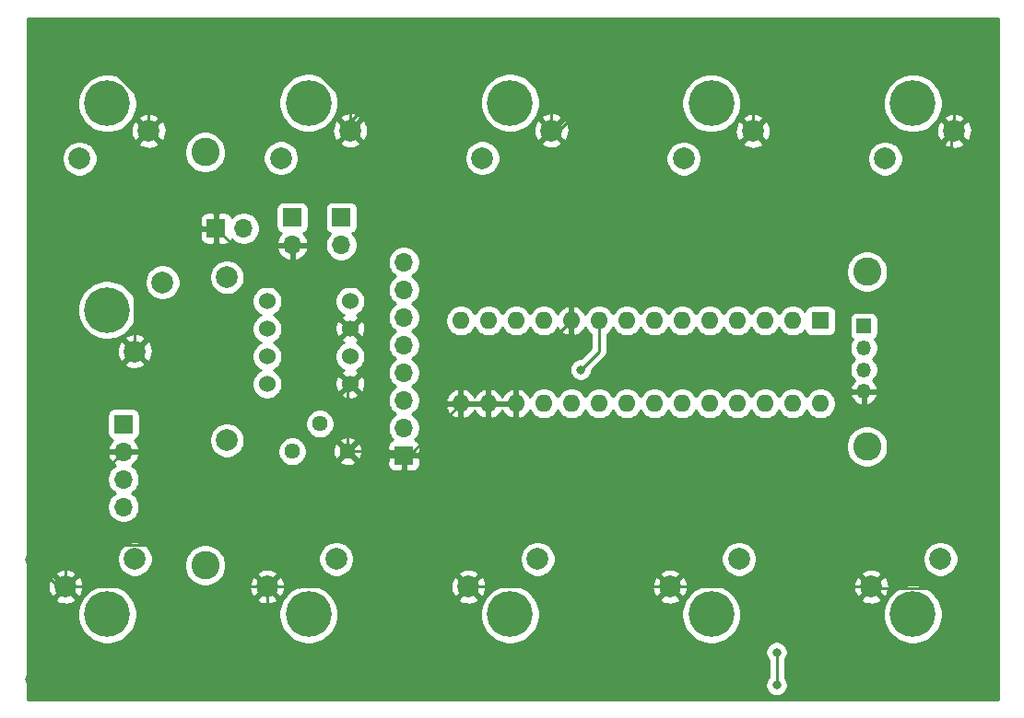
<source format=gbl>
G04 #@! TF.GenerationSoftware,KiCad,Pcbnew,(5.1.8)-1*
G04 #@! TF.CreationDate,2022-03-17T23:11:15+09:00*
G04 #@! TF.ProjectId,windsynth,77696e64-7379-46e7-9468-2e6b69636164,rev?*
G04 #@! TF.SameCoordinates,Original*
G04 #@! TF.FileFunction,Copper,L2,Bot*
G04 #@! TF.FilePolarity,Positive*
%FSLAX46Y46*%
G04 Gerber Fmt 4.6, Leading zero omitted, Abs format (unit mm)*
G04 Created by KiCad (PCBNEW (5.1.8)-1) date 2022-03-17 23:11:15*
%MOMM*%
%LPD*%
G01*
G04 APERTURE LIST*
G04 #@! TA.AperFunction,ComponentPad*
%ADD10R,1.700000X1.700000*%
G04 #@! TD*
G04 #@! TA.AperFunction,ComponentPad*
%ADD11O,1.700000X1.700000*%
G04 #@! TD*
G04 #@! TA.AperFunction,ComponentPad*
%ADD12R,1.350000X1.350000*%
G04 #@! TD*
G04 #@! TA.AperFunction,ComponentPad*
%ADD13O,1.350000X1.350000*%
G04 #@! TD*
G04 #@! TA.AperFunction,ComponentPad*
%ADD14C,4.200000*%
G04 #@! TD*
G04 #@! TA.AperFunction,ComponentPad*
%ADD15C,2.000000*%
G04 #@! TD*
G04 #@! TA.AperFunction,ComponentPad*
%ADD16C,1.524000*%
G04 #@! TD*
G04 #@! TA.AperFunction,ComponentPad*
%ADD17R,1.600000X1.600000*%
G04 #@! TD*
G04 #@! TA.AperFunction,ComponentPad*
%ADD18O,1.600000X1.600000*%
G04 #@! TD*
G04 #@! TA.AperFunction,ComponentPad*
%ADD19C,1.440000*%
G04 #@! TD*
G04 #@! TA.AperFunction,ViaPad*
%ADD20C,1.200000*%
G04 #@! TD*
G04 #@! TA.AperFunction,ViaPad*
%ADD21C,2.600000*%
G04 #@! TD*
G04 #@! TA.AperFunction,ViaPad*
%ADD22C,0.800000*%
G04 #@! TD*
G04 #@! TA.AperFunction,Conductor*
%ADD23C,0.250000*%
G04 #@! TD*
G04 #@! TA.AperFunction,Conductor*
%ADD24C,0.254000*%
G04 #@! TD*
G04 #@! TA.AperFunction,Conductor*
%ADD25C,0.100000*%
G04 #@! TD*
G04 APERTURE END LIST*
D10*
G04 #@! TO.P,M5StickC+(\u002A),1*
G04 #@! TO.N,GND*
X157750000Y-100886000D03*
D11*
G04 #@! TO.P,M5StickC+(\u002A),2*
G04 #@! TO.N,Net-(J3-Pad2)*
X157750000Y-98346000D03*
G04 #@! TO.P,M5StickC+(\u002A),3*
G04 #@! TO.N,Net-(J3-Pad3)*
X157750000Y-95806000D03*
G04 #@! TO.P,M5StickC+(\u002A),4*
G04 #@! TO.N,Net-(J3-Pad4)*
X157750000Y-93266000D03*
G04 #@! TO.P,M5StickC+(\u002A),5*
G04 #@! TO.N,N/C*
X157750000Y-90726000D03*
G04 #@! TO.P,M5StickC+(\u002A),6*
X157750000Y-88186000D03*
G04 #@! TO.P,M5StickC+(\u002A),7*
G04 #@! TO.N,Net-(J3-Pad7)*
X157750000Y-85646000D03*
G04 #@! TO.P,M5StickC+(\u002A),8*
G04 #@! TO.N,N/C*
X157750000Y-83106000D03*
G04 #@! TD*
D12*
G04 #@! TO.P,Grove,1*
G04 #@! TO.N,Net-(J1-Pad1)*
X200000000Y-89000000D03*
D13*
G04 #@! TO.P,Grove,2*
G04 #@! TO.N,Net-(J1-Pad2)*
X200000000Y-91000000D03*
G04 #@! TO.P,Grove,3*
G04 #@! TO.N,+5V*
X200000000Y-93000000D03*
G04 #@! TO.P,Grove,4*
G04 #@! TO.N,GND*
X200000000Y-95000000D03*
G04 #@! TD*
D14*
G04 #@! TO.P,KeyLowC,3*
G04 #@! TO.N,N/C*
X204500000Y-115500000D03*
D15*
G04 #@! TO.P,KeyLowC,2*
G04 #@! TO.N,Net-(SW1-Pad2)*
X207040000Y-110420000D03*
G04 #@! TO.P,KeyLowC,1*
G04 #@! TO.N,GND*
X200690000Y-112960000D03*
G04 #@! TD*
D14*
G04 #@! TO.P,KeyD,3*
G04 #@! TO.N,N/C*
X167500000Y-115500000D03*
D15*
G04 #@! TO.P,KeyD,2*
G04 #@! TO.N,Net-(SW3-Pad2)*
X170040000Y-110420000D03*
G04 #@! TO.P,KeyD,1*
G04 #@! TO.N,GND*
X163690000Y-112960000D03*
G04 #@! TD*
D14*
G04 #@! TO.P,KeyE,3*
G04 #@! TO.N,N/C*
X149000000Y-115500000D03*
D15*
G04 #@! TO.P,KeyE,2*
G04 #@! TO.N,Net-(SW4-Pad2)*
X151540000Y-110420000D03*
G04 #@! TO.P,KeyE,1*
G04 #@! TO.N,GND*
X145190000Y-112960000D03*
G04 #@! TD*
G04 #@! TO.P,KeyF,1*
G04 #@! TO.N,GND*
X126690000Y-112960000D03*
G04 #@! TO.P,KeyF,2*
G04 #@! TO.N,Net-(SW5-Pad2)*
X133040000Y-110420000D03*
D14*
G04 #@! TO.P,KeyF,3*
G04 #@! TO.N,N/C*
X130500000Y-115500000D03*
G04 #@! TD*
G04 #@! TO.P,KeyLowCs,3*
G04 #@! TO.N,N/C*
X204500000Y-68500000D03*
D15*
G04 #@! TO.P,KeyLowCs,2*
G04 #@! TO.N,Net-(SW6-Pad2)*
X201960000Y-73580000D03*
G04 #@! TO.P,KeyLowCs,1*
G04 #@! TO.N,GND*
X208310000Y-71040000D03*
G04 #@! TD*
G04 #@! TO.P,KeyG,1*
G04 #@! TO.N,GND*
X171310000Y-70993000D03*
G04 #@! TO.P,KeyG,2*
G04 #@! TO.N,Net-(SW8-Pad2)*
X164960000Y-73533000D03*
D14*
G04 #@! TO.P,KeyG,3*
G04 #@! TO.N,N/C*
X167500000Y-68453000D03*
G04 #@! TD*
G04 #@! TO.P,KeyA,3*
G04 #@! TO.N,N/C*
X149000000Y-68453000D03*
D15*
G04 #@! TO.P,KeyA,2*
G04 #@! TO.N,Net-(SW9-Pad2)*
X146460000Y-73533000D03*
G04 #@! TO.P,KeyA,1*
G04 #@! TO.N,GND*
X152810000Y-70993000D03*
G04 #@! TD*
G04 #@! TO.P,KeyB,1*
G04 #@! TO.N,GND*
X134310000Y-71040000D03*
G04 #@! TO.P,KeyB,2*
G04 #@! TO.N,Net-(SW10-Pad2)*
X127960000Y-73580000D03*
D14*
G04 #@! TO.P,KeyB,3*
G04 #@! TO.N,N/C*
X130500000Y-68500000D03*
G04 #@! TD*
D15*
G04 #@! TO.P,KeyUp,1*
G04 #@! TO.N,GND*
X133040000Y-91310000D03*
G04 #@! TO.P,KeyUp,2*
G04 #@! TO.N,Net-(SW12-Pad2)*
X135580000Y-84960000D03*
D14*
G04 #@! TO.P,KeyUp,3*
G04 #@! TO.N,N/C*
X130500000Y-87500000D03*
G04 #@! TD*
D16*
G04 #@! TO.P,AE-PAM8012,1*
G04 #@! TO.N,Net-(J3-Pad2)*
X152810000Y-86690000D03*
G04 #@! TO.P,AE-PAM8012,2*
G04 #@! TO.N,GND*
X152810000Y-89230000D03*
G04 #@! TO.P,AE-PAM8012,3*
G04 #@! TO.N,Net-(J4-Pad3)*
X152810000Y-91770000D03*
G04 #@! TO.P,AE-PAM8012,4*
G04 #@! TO.N,GND*
X152810000Y-94310000D03*
G04 #@! TO.P,AE-PAM8012,5*
G04 #@! TO.N,Net-(J4-Pad5)*
X145190000Y-86690000D03*
G04 #@! TO.P,AE-PAM8012,6*
G04 #@! TO.N,N/C*
X145190000Y-89230000D03*
G04 #@! TO.P,AE-PAM8012,7*
X145190000Y-91770000D03*
G04 #@! TO.P,AE-PAM8012,8*
G04 #@! TO.N,Net-(J4-Pad8)*
X145190000Y-94310000D03*
G04 #@! TD*
D15*
G04 #@! TO.P,SPEAKER(\u002A),1*
G04 #@! TO.N,Net-(J4-Pad5)*
X141500000Y-84500000D03*
G04 #@! TO.P,SPEAKER(\u002A),2*
G04 #@! TO.N,Net-(J4-Pad8)*
X141500000Y-99500000D03*
G04 #@! TD*
D17*
G04 #@! TO.P,MCP23017,1*
G04 #@! TO.N,N/C*
X196000000Y-88500000D03*
D18*
G04 #@! TO.P,MCP23017,15*
G04 #@! TO.N,GND*
X162980000Y-96120000D03*
G04 #@! TO.P,MCP23017,2*
G04 #@! TO.N,Net-(SW6-Pad2)*
X193460000Y-88500000D03*
G04 #@! TO.P,MCP23017,16*
G04 #@! TO.N,GND*
X165520000Y-96120000D03*
G04 #@! TO.P,MCP23017,3*
G04 #@! TO.N,Net-(SW7-Pad2)*
X190920000Y-88500000D03*
G04 #@! TO.P,MCP23017,17*
G04 #@! TO.N,GND*
X168060000Y-96120000D03*
G04 #@! TO.P,MCP23017,4*
G04 #@! TO.N,Net-(SW8-Pad2)*
X188380000Y-88500000D03*
G04 #@! TO.P,MCP23017,18*
G04 #@! TO.N,+5V*
X170600000Y-96120000D03*
G04 #@! TO.P,MCP23017,5*
G04 #@! TO.N,Net-(SW9-Pad2)*
X185840000Y-88500000D03*
G04 #@! TO.P,MCP23017,19*
G04 #@! TO.N,N/C*
X173140000Y-96120000D03*
G04 #@! TO.P,MCP23017,6*
G04 #@! TO.N,Net-(SW10-Pad2)*
X183300000Y-88500000D03*
G04 #@! TO.P,MCP23017,20*
G04 #@! TO.N,N/C*
X175680000Y-96120000D03*
G04 #@! TO.P,MCP23017,7*
G04 #@! TO.N,Net-(SW11-Pad2)*
X180760000Y-88500000D03*
G04 #@! TO.P,MCP23017,21*
G04 #@! TO.N,Net-(SW1-Pad2)*
X178220000Y-96120000D03*
G04 #@! TO.P,MCP23017,8*
G04 #@! TO.N,Net-(SW12-Pad2)*
X178220000Y-88500000D03*
G04 #@! TO.P,MCP23017,22*
G04 #@! TO.N,Net-(SW2-Pad2)*
X180760000Y-96120000D03*
G04 #@! TO.P,MCP23017,9*
G04 #@! TO.N,+5V*
X175680000Y-88500000D03*
G04 #@! TO.P,MCP23017,23*
G04 #@! TO.N,Net-(SW3-Pad2)*
X183300000Y-96120000D03*
G04 #@! TO.P,MCP23017,10*
G04 #@! TO.N,GND*
X173140000Y-88500000D03*
G04 #@! TO.P,MCP23017,24*
G04 #@! TO.N,Net-(SW4-Pad2)*
X185840000Y-96120000D03*
G04 #@! TO.P,MCP23017,11*
G04 #@! TO.N,N/C*
X170600000Y-88500000D03*
G04 #@! TO.P,MCP23017,25*
G04 #@! TO.N,Net-(SW5-Pad2)*
X188380000Y-96120000D03*
G04 #@! TO.P,MCP23017,12*
G04 #@! TO.N,Net-(J1-Pad1)*
X168060000Y-88500000D03*
G04 #@! TO.P,MCP23017,26*
G04 #@! TO.N,N/C*
X190920000Y-96120000D03*
G04 #@! TO.P,MCP23017,13*
G04 #@! TO.N,Net-(J1-Pad2)*
X165520000Y-88500000D03*
G04 #@! TO.P,MCP23017,27*
G04 #@! TO.N,N/C*
X193460000Y-96120000D03*
G04 #@! TO.P,MCP23017,14*
X162980000Y-88500000D03*
G04 #@! TO.P,MCP23017,28*
X196000000Y-96120000D03*
G04 #@! TD*
D14*
G04 #@! TO.P,KeyEb,3*
G04 #@! TO.N,N/C*
X186000000Y-115500000D03*
D15*
G04 #@! TO.P,KeyEb,2*
G04 #@! TO.N,Net-(SW2-Pad2)*
X188540000Y-110420000D03*
G04 #@! TO.P,KeyEb,1*
G04 #@! TO.N,GND*
X182190000Y-112960000D03*
G04 #@! TD*
G04 #@! TO.P,KeyGs,1*
G04 #@! TO.N,GND*
X189810000Y-71040000D03*
G04 #@! TO.P,KeyGs,2*
G04 #@! TO.N,Net-(SW7-Pad2)*
X183460000Y-73580000D03*
D14*
G04 #@! TO.P,KeyGs,3*
G04 #@! TO.N,N/C*
X186000000Y-68500000D03*
G04 #@! TD*
D10*
G04 #@! TO.P,KeyDown,1*
G04 #@! TO.N,GND*
X140500000Y-80000000D03*
D11*
G04 #@! TO.P,KeyDown,2*
G04 #@! TO.N,Net-(SW11-Pad2)*
X143040000Y-80000000D03*
G04 #@! TD*
G04 #@! TO.P,BREATH,4*
G04 #@! TO.N,Net-(J1-Pad2)*
X132000000Y-105620000D03*
G04 #@! TO.P,BREATH,3*
G04 #@! TO.N,Net-(J1-Pad1)*
X132000000Y-103080000D03*
G04 #@! TO.P,BREATH,2*
G04 #@! TO.N,GND*
X132000000Y-100540000D03*
D10*
G04 #@! TO.P,BREATH,1*
G04 #@! TO.N,+5V*
X132000000Y-98000000D03*
G04 #@! TD*
D11*
G04 #@! TO.P,LIP,2*
G04 #@! TO.N,GND*
X147500000Y-81540000D03*
D10*
G04 #@! TO.P,LIP,1*
G04 #@! TO.N,Net-(J3-Pad4)*
X147500000Y-79000000D03*
G04 #@! TD*
G04 #@! TO.P,R1,1*
G04 #@! TO.N,Net-(J3-Pad7)*
X152000000Y-79000000D03*
D11*
G04 #@! TO.P,R1,2*
G04 #@! TO.N,Net-(J3-Pad4)*
X152000000Y-81540000D03*
G04 #@! TD*
D19*
G04 #@! TO.P,VOLUME,3*
G04 #@! TO.N,GND*
X152580000Y-100500000D03*
G04 #@! TO.P,VOLUME,2*
G04 #@! TO.N,Net-(J4-Pad3)*
X150040000Y-97960000D03*
G04 #@! TO.P,VOLUME,1*
G04 #@! TO.N,Net-(J3-Pad3)*
X147500000Y-100500000D03*
G04 #@! TD*
D20*
G04 #@! TO.N,GND*
X123500000Y-110500000D03*
X123500000Y-121500000D03*
X130000000Y-110300000D03*
X136200000Y-108800000D03*
X136500000Y-121500000D03*
X141500000Y-121500000D03*
D21*
G04 #@! TO.N,*
X200295000Y-83995000D03*
X200295000Y-100060500D03*
X139500000Y-73000000D03*
X139500000Y-111000000D03*
D20*
G04 #@! TO.N,GND*
X138000000Y-65000000D03*
X148000000Y-65000000D03*
X158000000Y-65000000D03*
X128000000Y-65000000D03*
X168000000Y-65000000D03*
X178000000Y-65000000D03*
X188000000Y-65000000D03*
X198000000Y-65000000D03*
X208000000Y-65000000D03*
X208000000Y-75000000D03*
X208000000Y-85000000D03*
X198000000Y-75000000D03*
X208000000Y-95000000D03*
X208000000Y-105000000D03*
X208000000Y-115000000D03*
D22*
G04 #@! TO.N,Net-(SW5-Pad2)*
X192000000Y-119000000D03*
X192000000Y-122000000D03*
G04 #@! TO.N,+5V*
X174000000Y-93000000D03*
G04 #@! TD*
D23*
G04 #@! TO.N,GND*
X148120000Y-112960000D02*
X148190000Y-113030000D01*
X165620000Y-113030000D02*
X165690000Y-112960000D01*
X208310000Y-71040000D02*
X209309999Y-72039999D01*
X200804999Y-113074999D02*
X200690000Y-112960000D01*
X207410001Y-113074999D02*
X200804999Y-113074999D01*
X209309999Y-111175001D02*
X207410001Y-113074999D01*
X209309999Y-87045001D02*
X209309999Y-111175001D01*
X209309999Y-72039999D02*
X209309999Y-87045001D01*
X162980000Y-96120000D02*
X165520000Y-96120000D01*
X165520000Y-96120000D02*
X168060000Y-96120000D01*
X168060000Y-93580000D02*
X173140000Y-88500000D01*
X168060000Y-96120000D02*
X168060000Y-93580000D01*
X208000000Y-105000000D02*
X208500000Y-105000000D01*
X208000000Y-104500000D02*
X208000000Y-95000000D01*
X208500000Y-105000000D02*
X208000000Y-104500000D01*
X208000000Y-95000000D02*
X208000000Y-85000000D01*
X200000000Y-95000000D02*
X208000000Y-95000000D01*
X208000000Y-85000000D02*
X208000000Y-75000000D01*
X208310000Y-65310000D02*
X208000000Y-65000000D01*
X208310000Y-71040000D02*
X208310000Y-65310000D01*
X193770000Y-75000000D02*
X189810000Y-71040000D01*
X198000000Y-75000000D02*
X193770000Y-75000000D01*
X189810000Y-66810000D02*
X188000000Y-65000000D01*
X189810000Y-71040000D02*
X189810000Y-66810000D01*
X188000000Y-65000000D02*
X198000000Y-65000000D01*
X198000000Y-65000000D02*
X208000000Y-65000000D01*
X208000000Y-71350000D02*
X208310000Y-71040000D01*
X208000000Y-75000000D02*
X208000000Y-71350000D01*
X207410001Y-114410001D02*
X208000000Y-115000000D01*
X207410001Y-113074999D02*
X207410001Y-114410001D01*
X158214000Y-100886000D02*
X162980000Y-96120000D01*
X157750000Y-100886000D02*
X158214000Y-100886000D01*
X157750000Y-100886000D02*
X157750000Y-107020000D01*
X163690000Y-112960000D02*
X182190000Y-112960000D01*
X182190000Y-112960000D02*
X200690000Y-112960000D01*
X152040000Y-112960000D02*
X157865000Y-107135000D01*
X145190000Y-112960000D02*
X152040000Y-112960000D01*
X157865000Y-107135000D02*
X163690000Y-112960000D01*
X157750000Y-107020000D02*
X157865000Y-107135000D01*
X145190000Y-112960000D02*
X126690000Y-112960000D01*
X126690000Y-105850000D02*
X132000000Y-100540000D01*
X126690000Y-112960000D02*
X126690000Y-105850000D01*
X178000000Y-65000000D02*
X188000000Y-65000000D01*
X172007000Y-70993000D02*
X171310000Y-70993000D01*
X178000000Y-65000000D02*
X172007000Y-70993000D01*
X171310000Y-68310000D02*
X168000000Y-65000000D01*
X171310000Y-70993000D02*
X171310000Y-68310000D01*
X168000000Y-65000000D02*
X158000000Y-65000000D01*
X152810000Y-70190000D02*
X152810000Y-70993000D01*
X158000000Y-65000000D02*
X152810000Y-70190000D01*
X149136002Y-65000000D02*
X148000000Y-65000000D01*
X152810000Y-68673998D02*
X149136002Y-65000000D01*
X152810000Y-70993000D02*
X152810000Y-68673998D01*
X148000000Y-65000000D02*
X138000000Y-65000000D01*
X138000000Y-67350000D02*
X134310000Y-71040000D01*
X138000000Y-65000000D02*
X138000000Y-67350000D01*
X130589002Y-65000000D02*
X128000000Y-65000000D01*
X134310000Y-68720998D02*
X130589002Y-65000000D01*
X134310000Y-71040000D02*
X134310000Y-68720998D01*
X145190000Y-117810000D02*
X141500000Y-121500000D01*
X145190000Y-112960000D02*
X145190000Y-117810000D01*
X141500000Y-121500000D02*
X136500000Y-121500000D01*
X136500000Y-121500000D02*
X123500000Y-121500000D01*
X125960000Y-112960000D02*
X126690000Y-112960000D01*
X123500000Y-110500000D02*
X125960000Y-112960000D01*
X129350000Y-110300000D02*
X130000000Y-110300000D01*
X126690000Y-112960000D02*
X129350000Y-110300000D01*
X135905001Y-109094999D02*
X136200000Y-108800000D01*
X131205001Y-109094999D02*
X135905001Y-109094999D01*
X130000000Y-110300000D02*
X131205001Y-109094999D01*
X157364000Y-100500000D02*
X157750000Y-100886000D01*
X152580000Y-100500000D02*
X157364000Y-100500000D01*
X152580000Y-94540000D02*
X152810000Y-94310000D01*
X152580000Y-100500000D02*
X152580000Y-94540000D01*
X147500000Y-83920000D02*
X147500000Y-81540000D01*
X152810000Y-89230000D02*
X147500000Y-83920000D01*
X142040000Y-81540000D02*
X140500000Y-80000000D01*
X147500000Y-81540000D02*
X142040000Y-81540000D01*
X140500000Y-80000000D02*
X135500000Y-80000000D01*
X133040000Y-82460000D02*
X133040000Y-91310000D01*
X135500000Y-80000000D02*
X133040000Y-82460000D01*
X133040000Y-91310000D02*
X129500000Y-94850000D01*
X129500000Y-94850000D02*
X129500000Y-99500000D01*
X130540000Y-100540000D02*
X132000000Y-100540000D01*
X129500000Y-99500000D02*
X130540000Y-100540000D01*
G04 #@! TO.N,Net-(SW5-Pad2)*
X192000000Y-119000000D02*
X192000000Y-122000000D01*
G04 #@! TO.N,+5V*
X175680000Y-88500000D02*
X175680000Y-90820000D01*
X175680000Y-91320000D02*
X174000000Y-93000000D01*
X175680000Y-90820000D02*
X175680000Y-91320000D01*
G04 #@! TD*
D24*
G04 #@! TO.N,GND*
X212340000Y-123340000D02*
X123160000Y-123340000D01*
X123160000Y-118898061D01*
X190965000Y-118898061D01*
X190965000Y-119101939D01*
X191004774Y-119301898D01*
X191082795Y-119490256D01*
X191196063Y-119659774D01*
X191240000Y-119703711D01*
X191240001Y-121296288D01*
X191196063Y-121340226D01*
X191082795Y-121509744D01*
X191004774Y-121698102D01*
X190965000Y-121898061D01*
X190965000Y-122101939D01*
X191004774Y-122301898D01*
X191082795Y-122490256D01*
X191196063Y-122659774D01*
X191340226Y-122803937D01*
X191509744Y-122917205D01*
X191698102Y-122995226D01*
X191898061Y-123035000D01*
X192101939Y-123035000D01*
X192301898Y-122995226D01*
X192490256Y-122917205D01*
X192659774Y-122803937D01*
X192803937Y-122659774D01*
X192917205Y-122490256D01*
X192995226Y-122301898D01*
X193035000Y-122101939D01*
X193035000Y-121898061D01*
X192995226Y-121698102D01*
X192917205Y-121509744D01*
X192803937Y-121340226D01*
X192760000Y-121296289D01*
X192760000Y-119703711D01*
X192803937Y-119659774D01*
X192917205Y-119490256D01*
X192995226Y-119301898D01*
X193035000Y-119101939D01*
X193035000Y-118898061D01*
X192995226Y-118698102D01*
X192917205Y-118509744D01*
X192803937Y-118340226D01*
X192659774Y-118196063D01*
X192490256Y-118082795D01*
X192301898Y-118004774D01*
X192101939Y-117965000D01*
X191898061Y-117965000D01*
X191698102Y-118004774D01*
X191509744Y-118082795D01*
X191340226Y-118196063D01*
X191196063Y-118340226D01*
X191082795Y-118509744D01*
X191004774Y-118698102D01*
X190965000Y-118898061D01*
X123160000Y-118898061D01*
X123160000Y-115230626D01*
X127765000Y-115230626D01*
X127765000Y-115769374D01*
X127870105Y-116297770D01*
X128076275Y-116795508D01*
X128375587Y-117243461D01*
X128756539Y-117624413D01*
X129204492Y-117923725D01*
X129702230Y-118129895D01*
X130230626Y-118235000D01*
X130769374Y-118235000D01*
X131297770Y-118129895D01*
X131795508Y-117923725D01*
X132243461Y-117624413D01*
X132624413Y-117243461D01*
X132923725Y-116795508D01*
X133129895Y-116297770D01*
X133235000Y-115769374D01*
X133235000Y-115230626D01*
X146265000Y-115230626D01*
X146265000Y-115769374D01*
X146370105Y-116297770D01*
X146576275Y-116795508D01*
X146875587Y-117243461D01*
X147256539Y-117624413D01*
X147704492Y-117923725D01*
X148202230Y-118129895D01*
X148730626Y-118235000D01*
X149269374Y-118235000D01*
X149797770Y-118129895D01*
X150295508Y-117923725D01*
X150743461Y-117624413D01*
X151124413Y-117243461D01*
X151423725Y-116795508D01*
X151629895Y-116297770D01*
X151735000Y-115769374D01*
X151735000Y-115230626D01*
X164765000Y-115230626D01*
X164765000Y-115769374D01*
X164870105Y-116297770D01*
X165076275Y-116795508D01*
X165375587Y-117243461D01*
X165756539Y-117624413D01*
X166204492Y-117923725D01*
X166702230Y-118129895D01*
X167230626Y-118235000D01*
X167769374Y-118235000D01*
X168297770Y-118129895D01*
X168795508Y-117923725D01*
X169243461Y-117624413D01*
X169624413Y-117243461D01*
X169923725Y-116795508D01*
X170129895Y-116297770D01*
X170235000Y-115769374D01*
X170235000Y-115230626D01*
X183265000Y-115230626D01*
X183265000Y-115769374D01*
X183370105Y-116297770D01*
X183576275Y-116795508D01*
X183875587Y-117243461D01*
X184256539Y-117624413D01*
X184704492Y-117923725D01*
X185202230Y-118129895D01*
X185730626Y-118235000D01*
X186269374Y-118235000D01*
X186797770Y-118129895D01*
X187295508Y-117923725D01*
X187743461Y-117624413D01*
X188124413Y-117243461D01*
X188423725Y-116795508D01*
X188629895Y-116297770D01*
X188735000Y-115769374D01*
X188735000Y-115230626D01*
X201765000Y-115230626D01*
X201765000Y-115769374D01*
X201870105Y-116297770D01*
X202076275Y-116795508D01*
X202375587Y-117243461D01*
X202756539Y-117624413D01*
X203204492Y-117923725D01*
X203702230Y-118129895D01*
X204230626Y-118235000D01*
X204769374Y-118235000D01*
X205297770Y-118129895D01*
X205795508Y-117923725D01*
X206243461Y-117624413D01*
X206624413Y-117243461D01*
X206923725Y-116795508D01*
X207129895Y-116297770D01*
X207235000Y-115769374D01*
X207235000Y-115230626D01*
X207129895Y-114702230D01*
X206923725Y-114204492D01*
X206624413Y-113756539D01*
X206243461Y-113375587D01*
X205795508Y-113076275D01*
X205297770Y-112870105D01*
X204769374Y-112765000D01*
X204230626Y-112765000D01*
X203702230Y-112870105D01*
X203204492Y-113076275D01*
X202756539Y-113375587D01*
X202375587Y-113756539D01*
X202076275Y-114204492D01*
X201870105Y-114702230D01*
X201765000Y-115230626D01*
X188735000Y-115230626D01*
X188629895Y-114702230D01*
X188423725Y-114204492D01*
X188350841Y-114095413D01*
X199734192Y-114095413D01*
X199829956Y-114359814D01*
X200119571Y-114500704D01*
X200431108Y-114582384D01*
X200752595Y-114601718D01*
X201071675Y-114557961D01*
X201376088Y-114452795D01*
X201550044Y-114359814D01*
X201645808Y-114095413D01*
X200690000Y-113139605D01*
X199734192Y-114095413D01*
X188350841Y-114095413D01*
X188124413Y-113756539D01*
X187743461Y-113375587D01*
X187295508Y-113076275D01*
X187165914Y-113022595D01*
X199048282Y-113022595D01*
X199092039Y-113341675D01*
X199197205Y-113646088D01*
X199290186Y-113820044D01*
X199554587Y-113915808D01*
X200510395Y-112960000D01*
X200869605Y-112960000D01*
X201825413Y-113915808D01*
X202089814Y-113820044D01*
X202230704Y-113530429D01*
X202312384Y-113218892D01*
X202331718Y-112897405D01*
X202287961Y-112578325D01*
X202182795Y-112273912D01*
X202089814Y-112099956D01*
X201825413Y-112004192D01*
X200869605Y-112960000D01*
X200510395Y-112960000D01*
X199554587Y-112004192D01*
X199290186Y-112099956D01*
X199149296Y-112389571D01*
X199067616Y-112701108D01*
X199048282Y-113022595D01*
X187165914Y-113022595D01*
X186797770Y-112870105D01*
X186269374Y-112765000D01*
X185730626Y-112765000D01*
X185202230Y-112870105D01*
X184704492Y-113076275D01*
X184256539Y-113375587D01*
X183875587Y-113756539D01*
X183576275Y-114204492D01*
X183370105Y-114702230D01*
X183265000Y-115230626D01*
X170235000Y-115230626D01*
X170129895Y-114702230D01*
X169923725Y-114204492D01*
X169850841Y-114095413D01*
X181234192Y-114095413D01*
X181329956Y-114359814D01*
X181619571Y-114500704D01*
X181931108Y-114582384D01*
X182252595Y-114601718D01*
X182571675Y-114557961D01*
X182876088Y-114452795D01*
X183050044Y-114359814D01*
X183145808Y-114095413D01*
X182190000Y-113139605D01*
X181234192Y-114095413D01*
X169850841Y-114095413D01*
X169624413Y-113756539D01*
X169243461Y-113375587D01*
X168795508Y-113076275D01*
X168665914Y-113022595D01*
X180548282Y-113022595D01*
X180592039Y-113341675D01*
X180697205Y-113646088D01*
X180790186Y-113820044D01*
X181054587Y-113915808D01*
X182010395Y-112960000D01*
X182369605Y-112960000D01*
X183325413Y-113915808D01*
X183589814Y-113820044D01*
X183730704Y-113530429D01*
X183812384Y-113218892D01*
X183831718Y-112897405D01*
X183787961Y-112578325D01*
X183682795Y-112273912D01*
X183589814Y-112099956D01*
X183325413Y-112004192D01*
X182369605Y-112960000D01*
X182010395Y-112960000D01*
X181054587Y-112004192D01*
X180790186Y-112099956D01*
X180649296Y-112389571D01*
X180567616Y-112701108D01*
X180548282Y-113022595D01*
X168665914Y-113022595D01*
X168297770Y-112870105D01*
X167769374Y-112765000D01*
X167230626Y-112765000D01*
X166702230Y-112870105D01*
X166204492Y-113076275D01*
X165756539Y-113375587D01*
X165375587Y-113756539D01*
X165076275Y-114204492D01*
X164870105Y-114702230D01*
X164765000Y-115230626D01*
X151735000Y-115230626D01*
X151629895Y-114702230D01*
X151423725Y-114204492D01*
X151350841Y-114095413D01*
X162734192Y-114095413D01*
X162829956Y-114359814D01*
X163119571Y-114500704D01*
X163431108Y-114582384D01*
X163752595Y-114601718D01*
X164071675Y-114557961D01*
X164376088Y-114452795D01*
X164550044Y-114359814D01*
X164645808Y-114095413D01*
X163690000Y-113139605D01*
X162734192Y-114095413D01*
X151350841Y-114095413D01*
X151124413Y-113756539D01*
X150743461Y-113375587D01*
X150295508Y-113076275D01*
X150165914Y-113022595D01*
X162048282Y-113022595D01*
X162092039Y-113341675D01*
X162197205Y-113646088D01*
X162290186Y-113820044D01*
X162554587Y-113915808D01*
X163510395Y-112960000D01*
X163869605Y-112960000D01*
X164825413Y-113915808D01*
X165089814Y-113820044D01*
X165230704Y-113530429D01*
X165312384Y-113218892D01*
X165331718Y-112897405D01*
X165287961Y-112578325D01*
X165182795Y-112273912D01*
X165089814Y-112099956D01*
X164825413Y-112004192D01*
X163869605Y-112960000D01*
X163510395Y-112960000D01*
X162554587Y-112004192D01*
X162290186Y-112099956D01*
X162149296Y-112389571D01*
X162067616Y-112701108D01*
X162048282Y-113022595D01*
X150165914Y-113022595D01*
X149797770Y-112870105D01*
X149269374Y-112765000D01*
X148730626Y-112765000D01*
X148202230Y-112870105D01*
X147704492Y-113076275D01*
X147256539Y-113375587D01*
X146875587Y-113756539D01*
X146576275Y-114204492D01*
X146370105Y-114702230D01*
X146265000Y-115230626D01*
X133235000Y-115230626D01*
X133129895Y-114702230D01*
X132923725Y-114204492D01*
X132850841Y-114095413D01*
X144234192Y-114095413D01*
X144329956Y-114359814D01*
X144619571Y-114500704D01*
X144931108Y-114582384D01*
X145252595Y-114601718D01*
X145571675Y-114557961D01*
X145876088Y-114452795D01*
X146050044Y-114359814D01*
X146145808Y-114095413D01*
X145190000Y-113139605D01*
X144234192Y-114095413D01*
X132850841Y-114095413D01*
X132624413Y-113756539D01*
X132243461Y-113375587D01*
X131795508Y-113076275D01*
X131665914Y-113022595D01*
X143548282Y-113022595D01*
X143592039Y-113341675D01*
X143697205Y-113646088D01*
X143790186Y-113820044D01*
X144054587Y-113915808D01*
X145010395Y-112960000D01*
X145369605Y-112960000D01*
X146325413Y-113915808D01*
X146589814Y-113820044D01*
X146730704Y-113530429D01*
X146812384Y-113218892D01*
X146831718Y-112897405D01*
X146787961Y-112578325D01*
X146682795Y-112273912D01*
X146589814Y-112099956D01*
X146325413Y-112004192D01*
X145369605Y-112960000D01*
X145010395Y-112960000D01*
X144054587Y-112004192D01*
X143790186Y-112099956D01*
X143649296Y-112389571D01*
X143567616Y-112701108D01*
X143548282Y-113022595D01*
X131665914Y-113022595D01*
X131297770Y-112870105D01*
X130769374Y-112765000D01*
X130230626Y-112765000D01*
X129702230Y-112870105D01*
X129204492Y-113076275D01*
X128756539Y-113375587D01*
X128375587Y-113756539D01*
X128076275Y-114204492D01*
X127870105Y-114702230D01*
X127765000Y-115230626D01*
X123160000Y-115230626D01*
X123160000Y-114095413D01*
X125734192Y-114095413D01*
X125829956Y-114359814D01*
X126119571Y-114500704D01*
X126431108Y-114582384D01*
X126752595Y-114601718D01*
X127071675Y-114557961D01*
X127376088Y-114452795D01*
X127550044Y-114359814D01*
X127645808Y-114095413D01*
X126690000Y-113139605D01*
X125734192Y-114095413D01*
X123160000Y-114095413D01*
X123160000Y-113022595D01*
X125048282Y-113022595D01*
X125092039Y-113341675D01*
X125197205Y-113646088D01*
X125290186Y-113820044D01*
X125554587Y-113915808D01*
X126510395Y-112960000D01*
X126869605Y-112960000D01*
X127825413Y-113915808D01*
X128089814Y-113820044D01*
X128230704Y-113530429D01*
X128312384Y-113218892D01*
X128331718Y-112897405D01*
X128287961Y-112578325D01*
X128182795Y-112273912D01*
X128089814Y-112099956D01*
X127825413Y-112004192D01*
X126869605Y-112960000D01*
X126510395Y-112960000D01*
X125554587Y-112004192D01*
X125290186Y-112099956D01*
X125149296Y-112389571D01*
X125067616Y-112701108D01*
X125048282Y-113022595D01*
X123160000Y-113022595D01*
X123160000Y-111824587D01*
X125734192Y-111824587D01*
X126690000Y-112780395D01*
X127645808Y-111824587D01*
X127550044Y-111560186D01*
X127260429Y-111419296D01*
X126948892Y-111337616D01*
X126627405Y-111318282D01*
X126308325Y-111362039D01*
X126003912Y-111467205D01*
X125829956Y-111560186D01*
X125734192Y-111824587D01*
X123160000Y-111824587D01*
X123160000Y-110258967D01*
X131405000Y-110258967D01*
X131405000Y-110581033D01*
X131467832Y-110896912D01*
X131591082Y-111194463D01*
X131770013Y-111462252D01*
X131997748Y-111689987D01*
X132265537Y-111868918D01*
X132563088Y-111992168D01*
X132878967Y-112055000D01*
X133201033Y-112055000D01*
X133516912Y-111992168D01*
X133814463Y-111868918D01*
X134082252Y-111689987D01*
X134309987Y-111462252D01*
X134488918Y-111194463D01*
X134612168Y-110896912D01*
X134629571Y-110809419D01*
X137565000Y-110809419D01*
X137565000Y-111190581D01*
X137639361Y-111564419D01*
X137785225Y-111916566D01*
X137996987Y-112233491D01*
X138266509Y-112503013D01*
X138583434Y-112714775D01*
X138935581Y-112860639D01*
X139309419Y-112935000D01*
X139690581Y-112935000D01*
X140064419Y-112860639D01*
X140416566Y-112714775D01*
X140733491Y-112503013D01*
X141003013Y-112233491D01*
X141214775Y-111916566D01*
X141252873Y-111824587D01*
X144234192Y-111824587D01*
X145190000Y-112780395D01*
X146145808Y-111824587D01*
X146050044Y-111560186D01*
X145760429Y-111419296D01*
X145448892Y-111337616D01*
X145127405Y-111318282D01*
X144808325Y-111362039D01*
X144503912Y-111467205D01*
X144329956Y-111560186D01*
X144234192Y-111824587D01*
X141252873Y-111824587D01*
X141360639Y-111564419D01*
X141435000Y-111190581D01*
X141435000Y-110809419D01*
X141360639Y-110435581D01*
X141287484Y-110258967D01*
X149905000Y-110258967D01*
X149905000Y-110581033D01*
X149967832Y-110896912D01*
X150091082Y-111194463D01*
X150270013Y-111462252D01*
X150497748Y-111689987D01*
X150765537Y-111868918D01*
X151063088Y-111992168D01*
X151378967Y-112055000D01*
X151701033Y-112055000D01*
X152016912Y-111992168D01*
X152314463Y-111868918D01*
X152380808Y-111824587D01*
X162734192Y-111824587D01*
X163690000Y-112780395D01*
X164645808Y-111824587D01*
X164550044Y-111560186D01*
X164260429Y-111419296D01*
X163948892Y-111337616D01*
X163627405Y-111318282D01*
X163308325Y-111362039D01*
X163003912Y-111467205D01*
X162829956Y-111560186D01*
X162734192Y-111824587D01*
X152380808Y-111824587D01*
X152582252Y-111689987D01*
X152809987Y-111462252D01*
X152988918Y-111194463D01*
X153112168Y-110896912D01*
X153175000Y-110581033D01*
X153175000Y-110258967D01*
X168405000Y-110258967D01*
X168405000Y-110581033D01*
X168467832Y-110896912D01*
X168591082Y-111194463D01*
X168770013Y-111462252D01*
X168997748Y-111689987D01*
X169265537Y-111868918D01*
X169563088Y-111992168D01*
X169878967Y-112055000D01*
X170201033Y-112055000D01*
X170516912Y-111992168D01*
X170814463Y-111868918D01*
X170880808Y-111824587D01*
X181234192Y-111824587D01*
X182190000Y-112780395D01*
X183145808Y-111824587D01*
X183050044Y-111560186D01*
X182760429Y-111419296D01*
X182448892Y-111337616D01*
X182127405Y-111318282D01*
X181808325Y-111362039D01*
X181503912Y-111467205D01*
X181329956Y-111560186D01*
X181234192Y-111824587D01*
X170880808Y-111824587D01*
X171082252Y-111689987D01*
X171309987Y-111462252D01*
X171488918Y-111194463D01*
X171612168Y-110896912D01*
X171675000Y-110581033D01*
X171675000Y-110258967D01*
X186905000Y-110258967D01*
X186905000Y-110581033D01*
X186967832Y-110896912D01*
X187091082Y-111194463D01*
X187270013Y-111462252D01*
X187497748Y-111689987D01*
X187765537Y-111868918D01*
X188063088Y-111992168D01*
X188378967Y-112055000D01*
X188701033Y-112055000D01*
X189016912Y-111992168D01*
X189314463Y-111868918D01*
X189380808Y-111824587D01*
X199734192Y-111824587D01*
X200690000Y-112780395D01*
X201645808Y-111824587D01*
X201550044Y-111560186D01*
X201260429Y-111419296D01*
X200948892Y-111337616D01*
X200627405Y-111318282D01*
X200308325Y-111362039D01*
X200003912Y-111467205D01*
X199829956Y-111560186D01*
X199734192Y-111824587D01*
X189380808Y-111824587D01*
X189582252Y-111689987D01*
X189809987Y-111462252D01*
X189988918Y-111194463D01*
X190112168Y-110896912D01*
X190175000Y-110581033D01*
X190175000Y-110258967D01*
X205405000Y-110258967D01*
X205405000Y-110581033D01*
X205467832Y-110896912D01*
X205591082Y-111194463D01*
X205770013Y-111462252D01*
X205997748Y-111689987D01*
X206265537Y-111868918D01*
X206563088Y-111992168D01*
X206878967Y-112055000D01*
X207201033Y-112055000D01*
X207516912Y-111992168D01*
X207814463Y-111868918D01*
X208082252Y-111689987D01*
X208309987Y-111462252D01*
X208488918Y-111194463D01*
X208612168Y-110896912D01*
X208675000Y-110581033D01*
X208675000Y-110258967D01*
X208612168Y-109943088D01*
X208488918Y-109645537D01*
X208309987Y-109377748D01*
X208082252Y-109150013D01*
X207814463Y-108971082D01*
X207516912Y-108847832D01*
X207201033Y-108785000D01*
X206878967Y-108785000D01*
X206563088Y-108847832D01*
X206265537Y-108971082D01*
X205997748Y-109150013D01*
X205770013Y-109377748D01*
X205591082Y-109645537D01*
X205467832Y-109943088D01*
X205405000Y-110258967D01*
X190175000Y-110258967D01*
X190112168Y-109943088D01*
X189988918Y-109645537D01*
X189809987Y-109377748D01*
X189582252Y-109150013D01*
X189314463Y-108971082D01*
X189016912Y-108847832D01*
X188701033Y-108785000D01*
X188378967Y-108785000D01*
X188063088Y-108847832D01*
X187765537Y-108971082D01*
X187497748Y-109150013D01*
X187270013Y-109377748D01*
X187091082Y-109645537D01*
X186967832Y-109943088D01*
X186905000Y-110258967D01*
X171675000Y-110258967D01*
X171612168Y-109943088D01*
X171488918Y-109645537D01*
X171309987Y-109377748D01*
X171082252Y-109150013D01*
X170814463Y-108971082D01*
X170516912Y-108847832D01*
X170201033Y-108785000D01*
X169878967Y-108785000D01*
X169563088Y-108847832D01*
X169265537Y-108971082D01*
X168997748Y-109150013D01*
X168770013Y-109377748D01*
X168591082Y-109645537D01*
X168467832Y-109943088D01*
X168405000Y-110258967D01*
X153175000Y-110258967D01*
X153112168Y-109943088D01*
X152988918Y-109645537D01*
X152809987Y-109377748D01*
X152582252Y-109150013D01*
X152314463Y-108971082D01*
X152016912Y-108847832D01*
X151701033Y-108785000D01*
X151378967Y-108785000D01*
X151063088Y-108847832D01*
X150765537Y-108971082D01*
X150497748Y-109150013D01*
X150270013Y-109377748D01*
X150091082Y-109645537D01*
X149967832Y-109943088D01*
X149905000Y-110258967D01*
X141287484Y-110258967D01*
X141214775Y-110083434D01*
X141003013Y-109766509D01*
X140733491Y-109496987D01*
X140416566Y-109285225D01*
X140064419Y-109139361D01*
X139690581Y-109065000D01*
X139309419Y-109065000D01*
X138935581Y-109139361D01*
X138583434Y-109285225D01*
X138266509Y-109496987D01*
X137996987Y-109766509D01*
X137785225Y-110083434D01*
X137639361Y-110435581D01*
X137565000Y-110809419D01*
X134629571Y-110809419D01*
X134675000Y-110581033D01*
X134675000Y-110258967D01*
X134612168Y-109943088D01*
X134488918Y-109645537D01*
X134309987Y-109377748D01*
X134082252Y-109150013D01*
X133814463Y-108971082D01*
X133516912Y-108847832D01*
X133201033Y-108785000D01*
X132878967Y-108785000D01*
X132563088Y-108847832D01*
X132265537Y-108971082D01*
X131997748Y-109150013D01*
X131770013Y-109377748D01*
X131591082Y-109645537D01*
X131467832Y-109943088D01*
X131405000Y-110258967D01*
X123160000Y-110258967D01*
X123160000Y-102933740D01*
X130515000Y-102933740D01*
X130515000Y-103226260D01*
X130572068Y-103513158D01*
X130684010Y-103783411D01*
X130846525Y-104026632D01*
X131053368Y-104233475D01*
X131227760Y-104350000D01*
X131053368Y-104466525D01*
X130846525Y-104673368D01*
X130684010Y-104916589D01*
X130572068Y-105186842D01*
X130515000Y-105473740D01*
X130515000Y-105766260D01*
X130572068Y-106053158D01*
X130684010Y-106323411D01*
X130846525Y-106566632D01*
X131053368Y-106773475D01*
X131296589Y-106935990D01*
X131566842Y-107047932D01*
X131853740Y-107105000D01*
X132146260Y-107105000D01*
X132433158Y-107047932D01*
X132703411Y-106935990D01*
X132946632Y-106773475D01*
X133153475Y-106566632D01*
X133315990Y-106323411D01*
X133427932Y-106053158D01*
X133485000Y-105766260D01*
X133485000Y-105473740D01*
X133427932Y-105186842D01*
X133315990Y-104916589D01*
X133153475Y-104673368D01*
X132946632Y-104466525D01*
X132772240Y-104350000D01*
X132946632Y-104233475D01*
X133153475Y-104026632D01*
X133315990Y-103783411D01*
X133427932Y-103513158D01*
X133485000Y-103226260D01*
X133485000Y-102933740D01*
X133427932Y-102646842D01*
X133315990Y-102376589D01*
X133153475Y-102133368D01*
X132946632Y-101926525D01*
X132764466Y-101804805D01*
X132881355Y-101735178D01*
X133097588Y-101540269D01*
X133271641Y-101306920D01*
X133396825Y-101044099D01*
X133441476Y-100896890D01*
X133320155Y-100667000D01*
X132127000Y-100667000D01*
X132127000Y-100687000D01*
X131873000Y-100687000D01*
X131873000Y-100667000D01*
X130679845Y-100667000D01*
X130558524Y-100896890D01*
X130603175Y-101044099D01*
X130728359Y-101306920D01*
X130902412Y-101540269D01*
X131118645Y-101735178D01*
X131235534Y-101804805D01*
X131053368Y-101926525D01*
X130846525Y-102133368D01*
X130684010Y-102376589D01*
X130572068Y-102646842D01*
X130515000Y-102933740D01*
X123160000Y-102933740D01*
X123160000Y-97150000D01*
X130511928Y-97150000D01*
X130511928Y-98850000D01*
X130524188Y-98974482D01*
X130560498Y-99094180D01*
X130619463Y-99204494D01*
X130698815Y-99301185D01*
X130795506Y-99380537D01*
X130905820Y-99439502D01*
X130986466Y-99463966D01*
X130902412Y-99539731D01*
X130728359Y-99773080D01*
X130603175Y-100035901D01*
X130558524Y-100183110D01*
X130679845Y-100413000D01*
X131873000Y-100413000D01*
X131873000Y-100393000D01*
X132127000Y-100393000D01*
X132127000Y-100413000D01*
X133320155Y-100413000D01*
X133441476Y-100183110D01*
X133396825Y-100035901D01*
X133271641Y-99773080D01*
X133097588Y-99539731D01*
X133013534Y-99463966D01*
X133094180Y-99439502D01*
X133204494Y-99380537D01*
X133255147Y-99338967D01*
X139865000Y-99338967D01*
X139865000Y-99661033D01*
X139927832Y-99976912D01*
X140051082Y-100274463D01*
X140230013Y-100542252D01*
X140457748Y-100769987D01*
X140725537Y-100948918D01*
X141023088Y-101072168D01*
X141338967Y-101135000D01*
X141661033Y-101135000D01*
X141976912Y-101072168D01*
X142274463Y-100948918D01*
X142542252Y-100769987D01*
X142769987Y-100542252D01*
X142887391Y-100366544D01*
X146145000Y-100366544D01*
X146145000Y-100633456D01*
X146197072Y-100895239D01*
X146299215Y-101141833D01*
X146447503Y-101363762D01*
X146636238Y-101552497D01*
X146858167Y-101700785D01*
X147104761Y-101802928D01*
X147366544Y-101855000D01*
X147633456Y-101855000D01*
X147895239Y-101802928D01*
X148141833Y-101700785D01*
X148363762Y-101552497D01*
X148480699Y-101435560D01*
X151824045Y-101435560D01*
X151885932Y-101671368D01*
X152127790Y-101784266D01*
X152387027Y-101847811D01*
X152653680Y-101859561D01*
X152917501Y-101819063D01*
X153146001Y-101736000D01*
X156261928Y-101736000D01*
X156274188Y-101860482D01*
X156310498Y-101980180D01*
X156369463Y-102090494D01*
X156448815Y-102187185D01*
X156545506Y-102266537D01*
X156655820Y-102325502D01*
X156775518Y-102361812D01*
X156900000Y-102374072D01*
X157464250Y-102371000D01*
X157623000Y-102212250D01*
X157623000Y-101013000D01*
X157877000Y-101013000D01*
X157877000Y-102212250D01*
X158035750Y-102371000D01*
X158600000Y-102374072D01*
X158724482Y-102361812D01*
X158844180Y-102325502D01*
X158954494Y-102266537D01*
X159051185Y-102187185D01*
X159130537Y-102090494D01*
X159189502Y-101980180D01*
X159225812Y-101860482D01*
X159238072Y-101736000D01*
X159235000Y-101171750D01*
X159076250Y-101013000D01*
X157877000Y-101013000D01*
X157623000Y-101013000D01*
X156423750Y-101013000D01*
X156265000Y-101171750D01*
X156261928Y-101736000D01*
X153146001Y-101736000D01*
X153168353Y-101727875D01*
X153274068Y-101671368D01*
X153335955Y-101435560D01*
X152580000Y-100679605D01*
X151824045Y-101435560D01*
X148480699Y-101435560D01*
X148552497Y-101363762D01*
X148700785Y-101141833D01*
X148802928Y-100895239D01*
X148855000Y-100633456D01*
X148855000Y-100573680D01*
X151220439Y-100573680D01*
X151260937Y-100837501D01*
X151352125Y-101088353D01*
X151408632Y-101194068D01*
X151644440Y-101255955D01*
X152400395Y-100500000D01*
X152759605Y-100500000D01*
X153515560Y-101255955D01*
X153751368Y-101194068D01*
X153864266Y-100952210D01*
X153927811Y-100692973D01*
X153939561Y-100426320D01*
X153899063Y-100162499D01*
X153853079Y-100036000D01*
X156261928Y-100036000D01*
X156265000Y-100600250D01*
X156423750Y-100759000D01*
X157623000Y-100759000D01*
X157623000Y-100739000D01*
X157877000Y-100739000D01*
X157877000Y-100759000D01*
X159076250Y-100759000D01*
X159235000Y-100600250D01*
X159238072Y-100036000D01*
X159225812Y-99911518D01*
X159213194Y-99869919D01*
X198360000Y-99869919D01*
X198360000Y-100251081D01*
X198434361Y-100624919D01*
X198580225Y-100977066D01*
X198791987Y-101293991D01*
X199061509Y-101563513D01*
X199378434Y-101775275D01*
X199730581Y-101921139D01*
X200104419Y-101995500D01*
X200485581Y-101995500D01*
X200859419Y-101921139D01*
X201211566Y-101775275D01*
X201528491Y-101563513D01*
X201798013Y-101293991D01*
X202009775Y-100977066D01*
X202155639Y-100624919D01*
X202230000Y-100251081D01*
X202230000Y-99869919D01*
X202155639Y-99496081D01*
X202009775Y-99143934D01*
X201798013Y-98827009D01*
X201528491Y-98557487D01*
X201211566Y-98345725D01*
X200859419Y-98199861D01*
X200485581Y-98125500D01*
X200104419Y-98125500D01*
X199730581Y-98199861D01*
X199378434Y-98345725D01*
X199061509Y-98557487D01*
X198791987Y-98827009D01*
X198580225Y-99143934D01*
X198434361Y-99496081D01*
X198360000Y-99869919D01*
X159213194Y-99869919D01*
X159189502Y-99791820D01*
X159130537Y-99681506D01*
X159051185Y-99584815D01*
X158954494Y-99505463D01*
X158844180Y-99446498D01*
X158771620Y-99424487D01*
X158903475Y-99292632D01*
X159065990Y-99049411D01*
X159177932Y-98779158D01*
X159235000Y-98492260D01*
X159235000Y-98199740D01*
X159177932Y-97912842D01*
X159065990Y-97642589D01*
X158903475Y-97399368D01*
X158696632Y-97192525D01*
X158522240Y-97076000D01*
X158696632Y-96959475D01*
X158903475Y-96752632D01*
X159065990Y-96509411D01*
X159082712Y-96469040D01*
X161588091Y-96469040D01*
X161682930Y-96733881D01*
X161827615Y-96975131D01*
X162016586Y-97183519D01*
X162242580Y-97351037D01*
X162496913Y-97471246D01*
X162630961Y-97511904D01*
X162853000Y-97389915D01*
X162853000Y-96247000D01*
X163107000Y-96247000D01*
X163107000Y-97389915D01*
X163329039Y-97511904D01*
X163463087Y-97471246D01*
X163717420Y-97351037D01*
X163943414Y-97183519D01*
X164132385Y-96975131D01*
X164250000Y-96779018D01*
X164367615Y-96975131D01*
X164556586Y-97183519D01*
X164782580Y-97351037D01*
X165036913Y-97471246D01*
X165170961Y-97511904D01*
X165393000Y-97389915D01*
X165393000Y-96247000D01*
X165647000Y-96247000D01*
X165647000Y-97389915D01*
X165869039Y-97511904D01*
X166003087Y-97471246D01*
X166257420Y-97351037D01*
X166483414Y-97183519D01*
X166672385Y-96975131D01*
X166790000Y-96779018D01*
X166907615Y-96975131D01*
X167096586Y-97183519D01*
X167322580Y-97351037D01*
X167576913Y-97471246D01*
X167710961Y-97511904D01*
X167933000Y-97389915D01*
X167933000Y-96247000D01*
X165647000Y-96247000D01*
X165393000Y-96247000D01*
X163107000Y-96247000D01*
X162853000Y-96247000D01*
X161709376Y-96247000D01*
X161588091Y-96469040D01*
X159082712Y-96469040D01*
X159177932Y-96239158D01*
X159235000Y-95952260D01*
X159235000Y-95770960D01*
X161588091Y-95770960D01*
X161709376Y-95993000D01*
X162853000Y-95993000D01*
X162853000Y-94850085D01*
X163107000Y-94850085D01*
X163107000Y-95993000D01*
X165393000Y-95993000D01*
X165393000Y-94850085D01*
X165647000Y-94850085D01*
X165647000Y-95993000D01*
X167933000Y-95993000D01*
X167933000Y-94850085D01*
X168187000Y-94850085D01*
X168187000Y-95993000D01*
X168207000Y-95993000D01*
X168207000Y-96247000D01*
X168187000Y-96247000D01*
X168187000Y-97389915D01*
X168409039Y-97511904D01*
X168543087Y-97471246D01*
X168797420Y-97351037D01*
X169023414Y-97183519D01*
X169212385Y-96975131D01*
X169323933Y-96789135D01*
X169328320Y-96799727D01*
X169485363Y-97034759D01*
X169685241Y-97234637D01*
X169920273Y-97391680D01*
X170181426Y-97499853D01*
X170458665Y-97555000D01*
X170741335Y-97555000D01*
X171018574Y-97499853D01*
X171279727Y-97391680D01*
X171514759Y-97234637D01*
X171714637Y-97034759D01*
X171870000Y-96802241D01*
X172025363Y-97034759D01*
X172225241Y-97234637D01*
X172460273Y-97391680D01*
X172721426Y-97499853D01*
X172998665Y-97555000D01*
X173281335Y-97555000D01*
X173558574Y-97499853D01*
X173819727Y-97391680D01*
X174054759Y-97234637D01*
X174254637Y-97034759D01*
X174410000Y-96802241D01*
X174565363Y-97034759D01*
X174765241Y-97234637D01*
X175000273Y-97391680D01*
X175261426Y-97499853D01*
X175538665Y-97555000D01*
X175821335Y-97555000D01*
X176098574Y-97499853D01*
X176359727Y-97391680D01*
X176594759Y-97234637D01*
X176794637Y-97034759D01*
X176950000Y-96802241D01*
X177105363Y-97034759D01*
X177305241Y-97234637D01*
X177540273Y-97391680D01*
X177801426Y-97499853D01*
X178078665Y-97555000D01*
X178361335Y-97555000D01*
X178638574Y-97499853D01*
X178899727Y-97391680D01*
X179134759Y-97234637D01*
X179334637Y-97034759D01*
X179490000Y-96802241D01*
X179645363Y-97034759D01*
X179845241Y-97234637D01*
X180080273Y-97391680D01*
X180341426Y-97499853D01*
X180618665Y-97555000D01*
X180901335Y-97555000D01*
X181178574Y-97499853D01*
X181439727Y-97391680D01*
X181674759Y-97234637D01*
X181874637Y-97034759D01*
X182030000Y-96802241D01*
X182185363Y-97034759D01*
X182385241Y-97234637D01*
X182620273Y-97391680D01*
X182881426Y-97499853D01*
X183158665Y-97555000D01*
X183441335Y-97555000D01*
X183718574Y-97499853D01*
X183979727Y-97391680D01*
X184214759Y-97234637D01*
X184414637Y-97034759D01*
X184570000Y-96802241D01*
X184725363Y-97034759D01*
X184925241Y-97234637D01*
X185160273Y-97391680D01*
X185421426Y-97499853D01*
X185698665Y-97555000D01*
X185981335Y-97555000D01*
X186258574Y-97499853D01*
X186519727Y-97391680D01*
X186754759Y-97234637D01*
X186954637Y-97034759D01*
X187110000Y-96802241D01*
X187265363Y-97034759D01*
X187465241Y-97234637D01*
X187700273Y-97391680D01*
X187961426Y-97499853D01*
X188238665Y-97555000D01*
X188521335Y-97555000D01*
X188798574Y-97499853D01*
X189059727Y-97391680D01*
X189294759Y-97234637D01*
X189494637Y-97034759D01*
X189650000Y-96802241D01*
X189805363Y-97034759D01*
X190005241Y-97234637D01*
X190240273Y-97391680D01*
X190501426Y-97499853D01*
X190778665Y-97555000D01*
X191061335Y-97555000D01*
X191338574Y-97499853D01*
X191599727Y-97391680D01*
X191834759Y-97234637D01*
X192034637Y-97034759D01*
X192190000Y-96802241D01*
X192345363Y-97034759D01*
X192545241Y-97234637D01*
X192780273Y-97391680D01*
X193041426Y-97499853D01*
X193318665Y-97555000D01*
X193601335Y-97555000D01*
X193878574Y-97499853D01*
X194139727Y-97391680D01*
X194374759Y-97234637D01*
X194574637Y-97034759D01*
X194730000Y-96802241D01*
X194885363Y-97034759D01*
X195085241Y-97234637D01*
X195320273Y-97391680D01*
X195581426Y-97499853D01*
X195858665Y-97555000D01*
X196141335Y-97555000D01*
X196418574Y-97499853D01*
X196679727Y-97391680D01*
X196914759Y-97234637D01*
X197114637Y-97034759D01*
X197271680Y-96799727D01*
X197379853Y-96538574D01*
X197435000Y-96261335D01*
X197435000Y-95978665D01*
X197379853Y-95701426D01*
X197271680Y-95440273D01*
X197197598Y-95329400D01*
X198732090Y-95329400D01*
X198762762Y-95430528D01*
X198870527Y-95663629D01*
X199021697Y-95871227D01*
X199210463Y-96045344D01*
X199429570Y-96179289D01*
X199670599Y-96267915D01*
X199873000Y-96145085D01*
X199873000Y-95127000D01*
X200127000Y-95127000D01*
X200127000Y-96145085D01*
X200329401Y-96267915D01*
X200570430Y-96179289D01*
X200789537Y-96045344D01*
X200978303Y-95871227D01*
X201129473Y-95663629D01*
X201237238Y-95430528D01*
X201267910Y-95329400D01*
X201144224Y-95127000D01*
X200127000Y-95127000D01*
X199873000Y-95127000D01*
X198855776Y-95127000D01*
X198732090Y-95329400D01*
X197197598Y-95329400D01*
X197114637Y-95205241D01*
X196914759Y-95005363D01*
X196679727Y-94848320D01*
X196418574Y-94740147D01*
X196141335Y-94685000D01*
X195858665Y-94685000D01*
X195581426Y-94740147D01*
X195320273Y-94848320D01*
X195085241Y-95005363D01*
X194885363Y-95205241D01*
X194730000Y-95437759D01*
X194574637Y-95205241D01*
X194374759Y-95005363D01*
X194139727Y-94848320D01*
X193878574Y-94740147D01*
X193601335Y-94685000D01*
X193318665Y-94685000D01*
X193041426Y-94740147D01*
X192780273Y-94848320D01*
X192545241Y-95005363D01*
X192345363Y-95205241D01*
X192190000Y-95437759D01*
X192034637Y-95205241D01*
X191834759Y-95005363D01*
X191599727Y-94848320D01*
X191338574Y-94740147D01*
X191061335Y-94685000D01*
X190778665Y-94685000D01*
X190501426Y-94740147D01*
X190240273Y-94848320D01*
X190005241Y-95005363D01*
X189805363Y-95205241D01*
X189650000Y-95437759D01*
X189494637Y-95205241D01*
X189294759Y-95005363D01*
X189059727Y-94848320D01*
X188798574Y-94740147D01*
X188521335Y-94685000D01*
X188238665Y-94685000D01*
X187961426Y-94740147D01*
X187700273Y-94848320D01*
X187465241Y-95005363D01*
X187265363Y-95205241D01*
X187110000Y-95437759D01*
X186954637Y-95205241D01*
X186754759Y-95005363D01*
X186519727Y-94848320D01*
X186258574Y-94740147D01*
X185981335Y-94685000D01*
X185698665Y-94685000D01*
X185421426Y-94740147D01*
X185160273Y-94848320D01*
X184925241Y-95005363D01*
X184725363Y-95205241D01*
X184570000Y-95437759D01*
X184414637Y-95205241D01*
X184214759Y-95005363D01*
X183979727Y-94848320D01*
X183718574Y-94740147D01*
X183441335Y-94685000D01*
X183158665Y-94685000D01*
X182881426Y-94740147D01*
X182620273Y-94848320D01*
X182385241Y-95005363D01*
X182185363Y-95205241D01*
X182030000Y-95437759D01*
X181874637Y-95205241D01*
X181674759Y-95005363D01*
X181439727Y-94848320D01*
X181178574Y-94740147D01*
X180901335Y-94685000D01*
X180618665Y-94685000D01*
X180341426Y-94740147D01*
X180080273Y-94848320D01*
X179845241Y-95005363D01*
X179645363Y-95205241D01*
X179490000Y-95437759D01*
X179334637Y-95205241D01*
X179134759Y-95005363D01*
X178899727Y-94848320D01*
X178638574Y-94740147D01*
X178361335Y-94685000D01*
X178078665Y-94685000D01*
X177801426Y-94740147D01*
X177540273Y-94848320D01*
X177305241Y-95005363D01*
X177105363Y-95205241D01*
X176950000Y-95437759D01*
X176794637Y-95205241D01*
X176594759Y-95005363D01*
X176359727Y-94848320D01*
X176098574Y-94740147D01*
X175821335Y-94685000D01*
X175538665Y-94685000D01*
X175261426Y-94740147D01*
X175000273Y-94848320D01*
X174765241Y-95005363D01*
X174565363Y-95205241D01*
X174410000Y-95437759D01*
X174254637Y-95205241D01*
X174054759Y-95005363D01*
X173819727Y-94848320D01*
X173558574Y-94740147D01*
X173281335Y-94685000D01*
X172998665Y-94685000D01*
X172721426Y-94740147D01*
X172460273Y-94848320D01*
X172225241Y-95005363D01*
X172025363Y-95205241D01*
X171870000Y-95437759D01*
X171714637Y-95205241D01*
X171514759Y-95005363D01*
X171279727Y-94848320D01*
X171018574Y-94740147D01*
X170741335Y-94685000D01*
X170458665Y-94685000D01*
X170181426Y-94740147D01*
X169920273Y-94848320D01*
X169685241Y-95005363D01*
X169485363Y-95205241D01*
X169328320Y-95440273D01*
X169323933Y-95450865D01*
X169212385Y-95264869D01*
X169023414Y-95056481D01*
X168797420Y-94888963D01*
X168543087Y-94768754D01*
X168409039Y-94728096D01*
X168187000Y-94850085D01*
X167933000Y-94850085D01*
X167710961Y-94728096D01*
X167576913Y-94768754D01*
X167322580Y-94888963D01*
X167096586Y-95056481D01*
X166907615Y-95264869D01*
X166790000Y-95460982D01*
X166672385Y-95264869D01*
X166483414Y-95056481D01*
X166257420Y-94888963D01*
X166003087Y-94768754D01*
X165869039Y-94728096D01*
X165647000Y-94850085D01*
X165393000Y-94850085D01*
X165170961Y-94728096D01*
X165036913Y-94768754D01*
X164782580Y-94888963D01*
X164556586Y-95056481D01*
X164367615Y-95264869D01*
X164250000Y-95460982D01*
X164132385Y-95264869D01*
X163943414Y-95056481D01*
X163717420Y-94888963D01*
X163463087Y-94768754D01*
X163329039Y-94728096D01*
X163107000Y-94850085D01*
X162853000Y-94850085D01*
X162630961Y-94728096D01*
X162496913Y-94768754D01*
X162242580Y-94888963D01*
X162016586Y-95056481D01*
X161827615Y-95264869D01*
X161682930Y-95506119D01*
X161588091Y-95770960D01*
X159235000Y-95770960D01*
X159235000Y-95659740D01*
X159177932Y-95372842D01*
X159065990Y-95102589D01*
X158903475Y-94859368D01*
X158696632Y-94652525D01*
X158522240Y-94536000D01*
X158696632Y-94419475D01*
X158903475Y-94212632D01*
X159065990Y-93969411D01*
X159177932Y-93699158D01*
X159235000Y-93412260D01*
X159235000Y-93119740D01*
X159190905Y-92898061D01*
X172965000Y-92898061D01*
X172965000Y-93101939D01*
X173004774Y-93301898D01*
X173082795Y-93490256D01*
X173196063Y-93659774D01*
X173340226Y-93803937D01*
X173509744Y-93917205D01*
X173698102Y-93995226D01*
X173898061Y-94035000D01*
X174101939Y-94035000D01*
X174301898Y-93995226D01*
X174490256Y-93917205D01*
X174659774Y-93803937D01*
X174803937Y-93659774D01*
X174917205Y-93490256D01*
X174995226Y-93301898D01*
X175035000Y-93101939D01*
X175035000Y-93039801D01*
X176191003Y-91883799D01*
X176220001Y-91860001D01*
X176314974Y-91744276D01*
X176385546Y-91612247D01*
X176429003Y-91468986D01*
X176440000Y-91357333D01*
X176440000Y-91357325D01*
X176443676Y-91320000D01*
X176440000Y-91282675D01*
X176440000Y-89718043D01*
X176594759Y-89614637D01*
X176794637Y-89414759D01*
X176950000Y-89182241D01*
X177105363Y-89414759D01*
X177305241Y-89614637D01*
X177540273Y-89771680D01*
X177801426Y-89879853D01*
X178078665Y-89935000D01*
X178361335Y-89935000D01*
X178638574Y-89879853D01*
X178899727Y-89771680D01*
X179134759Y-89614637D01*
X179334637Y-89414759D01*
X179490000Y-89182241D01*
X179645363Y-89414759D01*
X179845241Y-89614637D01*
X180080273Y-89771680D01*
X180341426Y-89879853D01*
X180618665Y-89935000D01*
X180901335Y-89935000D01*
X181178574Y-89879853D01*
X181439727Y-89771680D01*
X181674759Y-89614637D01*
X181874637Y-89414759D01*
X182030000Y-89182241D01*
X182185363Y-89414759D01*
X182385241Y-89614637D01*
X182620273Y-89771680D01*
X182881426Y-89879853D01*
X183158665Y-89935000D01*
X183441335Y-89935000D01*
X183718574Y-89879853D01*
X183979727Y-89771680D01*
X184214759Y-89614637D01*
X184414637Y-89414759D01*
X184570000Y-89182241D01*
X184725363Y-89414759D01*
X184925241Y-89614637D01*
X185160273Y-89771680D01*
X185421426Y-89879853D01*
X185698665Y-89935000D01*
X185981335Y-89935000D01*
X186258574Y-89879853D01*
X186519727Y-89771680D01*
X186754759Y-89614637D01*
X186954637Y-89414759D01*
X187110000Y-89182241D01*
X187265363Y-89414759D01*
X187465241Y-89614637D01*
X187700273Y-89771680D01*
X187961426Y-89879853D01*
X188238665Y-89935000D01*
X188521335Y-89935000D01*
X188798574Y-89879853D01*
X189059727Y-89771680D01*
X189294759Y-89614637D01*
X189494637Y-89414759D01*
X189650000Y-89182241D01*
X189805363Y-89414759D01*
X190005241Y-89614637D01*
X190240273Y-89771680D01*
X190501426Y-89879853D01*
X190778665Y-89935000D01*
X191061335Y-89935000D01*
X191338574Y-89879853D01*
X191599727Y-89771680D01*
X191834759Y-89614637D01*
X192034637Y-89414759D01*
X192190000Y-89182241D01*
X192345363Y-89414759D01*
X192545241Y-89614637D01*
X192780273Y-89771680D01*
X193041426Y-89879853D01*
X193318665Y-89935000D01*
X193601335Y-89935000D01*
X193878574Y-89879853D01*
X194139727Y-89771680D01*
X194374759Y-89614637D01*
X194573357Y-89416039D01*
X194574188Y-89424482D01*
X194610498Y-89544180D01*
X194669463Y-89654494D01*
X194748815Y-89751185D01*
X194845506Y-89830537D01*
X194955820Y-89889502D01*
X195075518Y-89925812D01*
X195200000Y-89938072D01*
X196800000Y-89938072D01*
X196924482Y-89925812D01*
X197044180Y-89889502D01*
X197154494Y-89830537D01*
X197251185Y-89751185D01*
X197330537Y-89654494D01*
X197389502Y-89544180D01*
X197425812Y-89424482D01*
X197438072Y-89300000D01*
X197438072Y-88325000D01*
X198686928Y-88325000D01*
X198686928Y-89675000D01*
X198699188Y-89799482D01*
X198735498Y-89919180D01*
X198794463Y-90029494D01*
X198873815Y-90126185D01*
X198960697Y-90197487D01*
X198839093Y-90379482D01*
X198740342Y-90617887D01*
X198690000Y-90870976D01*
X198690000Y-91129024D01*
X198740342Y-91382113D01*
X198839093Y-91620518D01*
X198982456Y-91835077D01*
X199147379Y-92000000D01*
X198982456Y-92164923D01*
X198839093Y-92379482D01*
X198740342Y-92617887D01*
X198690000Y-92870976D01*
X198690000Y-93129024D01*
X198740342Y-93382113D01*
X198839093Y-93620518D01*
X198982456Y-93835077D01*
X199154060Y-94006681D01*
X199021697Y-94128773D01*
X198870527Y-94336371D01*
X198762762Y-94569472D01*
X198732090Y-94670600D01*
X198855776Y-94873000D01*
X199873000Y-94873000D01*
X199873000Y-94853000D01*
X200127000Y-94853000D01*
X200127000Y-94873000D01*
X201144224Y-94873000D01*
X201267910Y-94670600D01*
X201237238Y-94569472D01*
X201129473Y-94336371D01*
X200978303Y-94128773D01*
X200845940Y-94006681D01*
X201017544Y-93835077D01*
X201160907Y-93620518D01*
X201259658Y-93382113D01*
X201310000Y-93129024D01*
X201310000Y-92870976D01*
X201259658Y-92617887D01*
X201160907Y-92379482D01*
X201017544Y-92164923D01*
X200852621Y-92000000D01*
X201017544Y-91835077D01*
X201160907Y-91620518D01*
X201259658Y-91382113D01*
X201310000Y-91129024D01*
X201310000Y-90870976D01*
X201259658Y-90617887D01*
X201160907Y-90379482D01*
X201039303Y-90197487D01*
X201126185Y-90126185D01*
X201205537Y-90029494D01*
X201264502Y-89919180D01*
X201300812Y-89799482D01*
X201313072Y-89675000D01*
X201313072Y-88325000D01*
X201300812Y-88200518D01*
X201264502Y-88080820D01*
X201205537Y-87970506D01*
X201126185Y-87873815D01*
X201029494Y-87794463D01*
X200919180Y-87735498D01*
X200799482Y-87699188D01*
X200675000Y-87686928D01*
X199325000Y-87686928D01*
X199200518Y-87699188D01*
X199080820Y-87735498D01*
X198970506Y-87794463D01*
X198873815Y-87873815D01*
X198794463Y-87970506D01*
X198735498Y-88080820D01*
X198699188Y-88200518D01*
X198686928Y-88325000D01*
X197438072Y-88325000D01*
X197438072Y-87700000D01*
X197425812Y-87575518D01*
X197389502Y-87455820D01*
X197330537Y-87345506D01*
X197251185Y-87248815D01*
X197154494Y-87169463D01*
X197044180Y-87110498D01*
X196924482Y-87074188D01*
X196800000Y-87061928D01*
X195200000Y-87061928D01*
X195075518Y-87074188D01*
X194955820Y-87110498D01*
X194845506Y-87169463D01*
X194748815Y-87248815D01*
X194669463Y-87345506D01*
X194610498Y-87455820D01*
X194574188Y-87575518D01*
X194573357Y-87583961D01*
X194374759Y-87385363D01*
X194139727Y-87228320D01*
X193878574Y-87120147D01*
X193601335Y-87065000D01*
X193318665Y-87065000D01*
X193041426Y-87120147D01*
X192780273Y-87228320D01*
X192545241Y-87385363D01*
X192345363Y-87585241D01*
X192190000Y-87817759D01*
X192034637Y-87585241D01*
X191834759Y-87385363D01*
X191599727Y-87228320D01*
X191338574Y-87120147D01*
X191061335Y-87065000D01*
X190778665Y-87065000D01*
X190501426Y-87120147D01*
X190240273Y-87228320D01*
X190005241Y-87385363D01*
X189805363Y-87585241D01*
X189650000Y-87817759D01*
X189494637Y-87585241D01*
X189294759Y-87385363D01*
X189059727Y-87228320D01*
X188798574Y-87120147D01*
X188521335Y-87065000D01*
X188238665Y-87065000D01*
X187961426Y-87120147D01*
X187700273Y-87228320D01*
X187465241Y-87385363D01*
X187265363Y-87585241D01*
X187110000Y-87817759D01*
X186954637Y-87585241D01*
X186754759Y-87385363D01*
X186519727Y-87228320D01*
X186258574Y-87120147D01*
X185981335Y-87065000D01*
X185698665Y-87065000D01*
X185421426Y-87120147D01*
X185160273Y-87228320D01*
X184925241Y-87385363D01*
X184725363Y-87585241D01*
X184570000Y-87817759D01*
X184414637Y-87585241D01*
X184214759Y-87385363D01*
X183979727Y-87228320D01*
X183718574Y-87120147D01*
X183441335Y-87065000D01*
X183158665Y-87065000D01*
X182881426Y-87120147D01*
X182620273Y-87228320D01*
X182385241Y-87385363D01*
X182185363Y-87585241D01*
X182030000Y-87817759D01*
X181874637Y-87585241D01*
X181674759Y-87385363D01*
X181439727Y-87228320D01*
X181178574Y-87120147D01*
X180901335Y-87065000D01*
X180618665Y-87065000D01*
X180341426Y-87120147D01*
X180080273Y-87228320D01*
X179845241Y-87385363D01*
X179645363Y-87585241D01*
X179490000Y-87817759D01*
X179334637Y-87585241D01*
X179134759Y-87385363D01*
X178899727Y-87228320D01*
X178638574Y-87120147D01*
X178361335Y-87065000D01*
X178078665Y-87065000D01*
X177801426Y-87120147D01*
X177540273Y-87228320D01*
X177305241Y-87385363D01*
X177105363Y-87585241D01*
X176950000Y-87817759D01*
X176794637Y-87585241D01*
X176594759Y-87385363D01*
X176359727Y-87228320D01*
X176098574Y-87120147D01*
X175821335Y-87065000D01*
X175538665Y-87065000D01*
X175261426Y-87120147D01*
X175000273Y-87228320D01*
X174765241Y-87385363D01*
X174565363Y-87585241D01*
X174408320Y-87820273D01*
X174403933Y-87830865D01*
X174292385Y-87644869D01*
X174103414Y-87436481D01*
X173877420Y-87268963D01*
X173623087Y-87148754D01*
X173489039Y-87108096D01*
X173267000Y-87230085D01*
X173267000Y-88373000D01*
X173287000Y-88373000D01*
X173287000Y-88627000D01*
X173267000Y-88627000D01*
X173267000Y-89769915D01*
X173489039Y-89891904D01*
X173623087Y-89851246D01*
X173877420Y-89731037D01*
X174103414Y-89563519D01*
X174292385Y-89355131D01*
X174403933Y-89169135D01*
X174408320Y-89179727D01*
X174565363Y-89414759D01*
X174765241Y-89614637D01*
X174920001Y-89718044D01*
X174920001Y-90782658D01*
X174920000Y-90782668D01*
X174920000Y-91005198D01*
X173960199Y-91965000D01*
X173898061Y-91965000D01*
X173698102Y-92004774D01*
X173509744Y-92082795D01*
X173340226Y-92196063D01*
X173196063Y-92340226D01*
X173082795Y-92509744D01*
X173004774Y-92698102D01*
X172965000Y-92898061D01*
X159190905Y-92898061D01*
X159177932Y-92832842D01*
X159065990Y-92562589D01*
X158903475Y-92319368D01*
X158696632Y-92112525D01*
X158522240Y-91996000D01*
X158696632Y-91879475D01*
X158903475Y-91672632D01*
X159065990Y-91429411D01*
X159177932Y-91159158D01*
X159235000Y-90872260D01*
X159235000Y-90579740D01*
X159177932Y-90292842D01*
X159065990Y-90022589D01*
X158903475Y-89779368D01*
X158696632Y-89572525D01*
X158522240Y-89456000D01*
X158696632Y-89339475D01*
X158903475Y-89132632D01*
X159065990Y-88889411D01*
X159177932Y-88619158D01*
X159229747Y-88358665D01*
X161545000Y-88358665D01*
X161545000Y-88641335D01*
X161600147Y-88918574D01*
X161708320Y-89179727D01*
X161865363Y-89414759D01*
X162065241Y-89614637D01*
X162300273Y-89771680D01*
X162561426Y-89879853D01*
X162838665Y-89935000D01*
X163121335Y-89935000D01*
X163398574Y-89879853D01*
X163659727Y-89771680D01*
X163894759Y-89614637D01*
X164094637Y-89414759D01*
X164250000Y-89182241D01*
X164405363Y-89414759D01*
X164605241Y-89614637D01*
X164840273Y-89771680D01*
X165101426Y-89879853D01*
X165378665Y-89935000D01*
X165661335Y-89935000D01*
X165938574Y-89879853D01*
X166199727Y-89771680D01*
X166434759Y-89614637D01*
X166634637Y-89414759D01*
X166790000Y-89182241D01*
X166945363Y-89414759D01*
X167145241Y-89614637D01*
X167380273Y-89771680D01*
X167641426Y-89879853D01*
X167918665Y-89935000D01*
X168201335Y-89935000D01*
X168478574Y-89879853D01*
X168739727Y-89771680D01*
X168974759Y-89614637D01*
X169174637Y-89414759D01*
X169330000Y-89182241D01*
X169485363Y-89414759D01*
X169685241Y-89614637D01*
X169920273Y-89771680D01*
X170181426Y-89879853D01*
X170458665Y-89935000D01*
X170741335Y-89935000D01*
X171018574Y-89879853D01*
X171279727Y-89771680D01*
X171514759Y-89614637D01*
X171714637Y-89414759D01*
X171871680Y-89179727D01*
X171876067Y-89169135D01*
X171987615Y-89355131D01*
X172176586Y-89563519D01*
X172402580Y-89731037D01*
X172656913Y-89851246D01*
X172790961Y-89891904D01*
X173013000Y-89769915D01*
X173013000Y-88627000D01*
X172993000Y-88627000D01*
X172993000Y-88373000D01*
X173013000Y-88373000D01*
X173013000Y-87230085D01*
X172790961Y-87108096D01*
X172656913Y-87148754D01*
X172402580Y-87268963D01*
X172176586Y-87436481D01*
X171987615Y-87644869D01*
X171876067Y-87830865D01*
X171871680Y-87820273D01*
X171714637Y-87585241D01*
X171514759Y-87385363D01*
X171279727Y-87228320D01*
X171018574Y-87120147D01*
X170741335Y-87065000D01*
X170458665Y-87065000D01*
X170181426Y-87120147D01*
X169920273Y-87228320D01*
X169685241Y-87385363D01*
X169485363Y-87585241D01*
X169330000Y-87817759D01*
X169174637Y-87585241D01*
X168974759Y-87385363D01*
X168739727Y-87228320D01*
X168478574Y-87120147D01*
X168201335Y-87065000D01*
X167918665Y-87065000D01*
X167641426Y-87120147D01*
X167380273Y-87228320D01*
X167145241Y-87385363D01*
X166945363Y-87585241D01*
X166790000Y-87817759D01*
X166634637Y-87585241D01*
X166434759Y-87385363D01*
X166199727Y-87228320D01*
X165938574Y-87120147D01*
X165661335Y-87065000D01*
X165378665Y-87065000D01*
X165101426Y-87120147D01*
X164840273Y-87228320D01*
X164605241Y-87385363D01*
X164405363Y-87585241D01*
X164250000Y-87817759D01*
X164094637Y-87585241D01*
X163894759Y-87385363D01*
X163659727Y-87228320D01*
X163398574Y-87120147D01*
X163121335Y-87065000D01*
X162838665Y-87065000D01*
X162561426Y-87120147D01*
X162300273Y-87228320D01*
X162065241Y-87385363D01*
X161865363Y-87585241D01*
X161708320Y-87820273D01*
X161600147Y-88081426D01*
X161545000Y-88358665D01*
X159229747Y-88358665D01*
X159235000Y-88332260D01*
X159235000Y-88039740D01*
X159177932Y-87752842D01*
X159065990Y-87482589D01*
X158903475Y-87239368D01*
X158696632Y-87032525D01*
X158522240Y-86916000D01*
X158696632Y-86799475D01*
X158903475Y-86592632D01*
X159065990Y-86349411D01*
X159177932Y-86079158D01*
X159235000Y-85792260D01*
X159235000Y-85499740D01*
X159177932Y-85212842D01*
X159065990Y-84942589D01*
X158903475Y-84699368D01*
X158696632Y-84492525D01*
X158522240Y-84376000D01*
X158696632Y-84259475D01*
X158903475Y-84052632D01*
X159065990Y-83809411D01*
X159068057Y-83804419D01*
X198360000Y-83804419D01*
X198360000Y-84185581D01*
X198434361Y-84559419D01*
X198580225Y-84911566D01*
X198791987Y-85228491D01*
X199061509Y-85498013D01*
X199378434Y-85709775D01*
X199730581Y-85855639D01*
X200104419Y-85930000D01*
X200485581Y-85930000D01*
X200859419Y-85855639D01*
X201211566Y-85709775D01*
X201528491Y-85498013D01*
X201798013Y-85228491D01*
X202009775Y-84911566D01*
X202155639Y-84559419D01*
X202230000Y-84185581D01*
X202230000Y-83804419D01*
X202155639Y-83430581D01*
X202009775Y-83078434D01*
X201798013Y-82761509D01*
X201528491Y-82491987D01*
X201211566Y-82280225D01*
X200859419Y-82134361D01*
X200485581Y-82060000D01*
X200104419Y-82060000D01*
X199730581Y-82134361D01*
X199378434Y-82280225D01*
X199061509Y-82491987D01*
X198791987Y-82761509D01*
X198580225Y-83078434D01*
X198434361Y-83430581D01*
X198360000Y-83804419D01*
X159068057Y-83804419D01*
X159177932Y-83539158D01*
X159235000Y-83252260D01*
X159235000Y-82959740D01*
X159177932Y-82672842D01*
X159065990Y-82402589D01*
X158903475Y-82159368D01*
X158696632Y-81952525D01*
X158453411Y-81790010D01*
X158183158Y-81678068D01*
X157896260Y-81621000D01*
X157603740Y-81621000D01*
X157316842Y-81678068D01*
X157046589Y-81790010D01*
X156803368Y-81952525D01*
X156596525Y-82159368D01*
X156434010Y-82402589D01*
X156322068Y-82672842D01*
X156265000Y-82959740D01*
X156265000Y-83252260D01*
X156322068Y-83539158D01*
X156434010Y-83809411D01*
X156596525Y-84052632D01*
X156803368Y-84259475D01*
X156977760Y-84376000D01*
X156803368Y-84492525D01*
X156596525Y-84699368D01*
X156434010Y-84942589D01*
X156322068Y-85212842D01*
X156265000Y-85499740D01*
X156265000Y-85792260D01*
X156322068Y-86079158D01*
X156434010Y-86349411D01*
X156596525Y-86592632D01*
X156803368Y-86799475D01*
X156977760Y-86916000D01*
X156803368Y-87032525D01*
X156596525Y-87239368D01*
X156434010Y-87482589D01*
X156322068Y-87752842D01*
X156265000Y-88039740D01*
X156265000Y-88332260D01*
X156322068Y-88619158D01*
X156434010Y-88889411D01*
X156596525Y-89132632D01*
X156803368Y-89339475D01*
X156977760Y-89456000D01*
X156803368Y-89572525D01*
X156596525Y-89779368D01*
X156434010Y-90022589D01*
X156322068Y-90292842D01*
X156265000Y-90579740D01*
X156265000Y-90872260D01*
X156322068Y-91159158D01*
X156434010Y-91429411D01*
X156596525Y-91672632D01*
X156803368Y-91879475D01*
X156977760Y-91996000D01*
X156803368Y-92112525D01*
X156596525Y-92319368D01*
X156434010Y-92562589D01*
X156322068Y-92832842D01*
X156265000Y-93119740D01*
X156265000Y-93412260D01*
X156322068Y-93699158D01*
X156434010Y-93969411D01*
X156596525Y-94212632D01*
X156803368Y-94419475D01*
X156977760Y-94536000D01*
X156803368Y-94652525D01*
X156596525Y-94859368D01*
X156434010Y-95102589D01*
X156322068Y-95372842D01*
X156265000Y-95659740D01*
X156265000Y-95952260D01*
X156322068Y-96239158D01*
X156434010Y-96509411D01*
X156596525Y-96752632D01*
X156803368Y-96959475D01*
X156977760Y-97076000D01*
X156803368Y-97192525D01*
X156596525Y-97399368D01*
X156434010Y-97642589D01*
X156322068Y-97912842D01*
X156265000Y-98199740D01*
X156265000Y-98492260D01*
X156322068Y-98779158D01*
X156434010Y-99049411D01*
X156596525Y-99292632D01*
X156728380Y-99424487D01*
X156655820Y-99446498D01*
X156545506Y-99505463D01*
X156448815Y-99584815D01*
X156369463Y-99681506D01*
X156310498Y-99791820D01*
X156274188Y-99911518D01*
X156261928Y-100036000D01*
X153853079Y-100036000D01*
X153807875Y-99911647D01*
X153751368Y-99805932D01*
X153515560Y-99744045D01*
X152759605Y-100500000D01*
X152400395Y-100500000D01*
X151644440Y-99744045D01*
X151408632Y-99805932D01*
X151295734Y-100047790D01*
X151232189Y-100307027D01*
X151220439Y-100573680D01*
X148855000Y-100573680D01*
X148855000Y-100366544D01*
X148802928Y-100104761D01*
X148700785Y-99858167D01*
X148552497Y-99636238D01*
X148480699Y-99564440D01*
X151824045Y-99564440D01*
X152580000Y-100320395D01*
X153335955Y-99564440D01*
X153274068Y-99328632D01*
X153032210Y-99215734D01*
X152772973Y-99152189D01*
X152506320Y-99140439D01*
X152242499Y-99180937D01*
X151991647Y-99272125D01*
X151885932Y-99328632D01*
X151824045Y-99564440D01*
X148480699Y-99564440D01*
X148363762Y-99447503D01*
X148141833Y-99299215D01*
X147895239Y-99197072D01*
X147633456Y-99145000D01*
X147366544Y-99145000D01*
X147104761Y-99197072D01*
X146858167Y-99299215D01*
X146636238Y-99447503D01*
X146447503Y-99636238D01*
X146299215Y-99858167D01*
X146197072Y-100104761D01*
X146145000Y-100366544D01*
X142887391Y-100366544D01*
X142948918Y-100274463D01*
X143072168Y-99976912D01*
X143135000Y-99661033D01*
X143135000Y-99338967D01*
X143072168Y-99023088D01*
X142948918Y-98725537D01*
X142769987Y-98457748D01*
X142542252Y-98230013D01*
X142274463Y-98051082D01*
X141976912Y-97927832D01*
X141661033Y-97865000D01*
X141338967Y-97865000D01*
X141023088Y-97927832D01*
X140725537Y-98051082D01*
X140457748Y-98230013D01*
X140230013Y-98457748D01*
X140051082Y-98725537D01*
X139927832Y-99023088D01*
X139865000Y-99338967D01*
X133255147Y-99338967D01*
X133301185Y-99301185D01*
X133380537Y-99204494D01*
X133439502Y-99094180D01*
X133475812Y-98974482D01*
X133488072Y-98850000D01*
X133488072Y-97826544D01*
X148685000Y-97826544D01*
X148685000Y-98093456D01*
X148737072Y-98355239D01*
X148839215Y-98601833D01*
X148987503Y-98823762D01*
X149176238Y-99012497D01*
X149398167Y-99160785D01*
X149644761Y-99262928D01*
X149906544Y-99315000D01*
X150173456Y-99315000D01*
X150435239Y-99262928D01*
X150681833Y-99160785D01*
X150903762Y-99012497D01*
X151092497Y-98823762D01*
X151240785Y-98601833D01*
X151342928Y-98355239D01*
X151395000Y-98093456D01*
X151395000Y-97826544D01*
X151342928Y-97564761D01*
X151240785Y-97318167D01*
X151092497Y-97096238D01*
X150903762Y-96907503D01*
X150681833Y-96759215D01*
X150435239Y-96657072D01*
X150173456Y-96605000D01*
X149906544Y-96605000D01*
X149644761Y-96657072D01*
X149398167Y-96759215D01*
X149176238Y-96907503D01*
X148987503Y-97096238D01*
X148839215Y-97318167D01*
X148737072Y-97564761D01*
X148685000Y-97826544D01*
X133488072Y-97826544D01*
X133488072Y-97150000D01*
X133475812Y-97025518D01*
X133439502Y-96905820D01*
X133380537Y-96795506D01*
X133301185Y-96698815D01*
X133204494Y-96619463D01*
X133094180Y-96560498D01*
X132974482Y-96524188D01*
X132850000Y-96511928D01*
X131150000Y-96511928D01*
X131025518Y-96524188D01*
X130905820Y-96560498D01*
X130795506Y-96619463D01*
X130698815Y-96698815D01*
X130619463Y-96795506D01*
X130560498Y-96905820D01*
X130524188Y-97025518D01*
X130511928Y-97150000D01*
X123160000Y-97150000D01*
X123160000Y-92445413D01*
X132084192Y-92445413D01*
X132179956Y-92709814D01*
X132469571Y-92850704D01*
X132781108Y-92932384D01*
X133102595Y-92951718D01*
X133421675Y-92907961D01*
X133726088Y-92802795D01*
X133900044Y-92709814D01*
X133995808Y-92445413D01*
X133040000Y-91489605D01*
X132084192Y-92445413D01*
X123160000Y-92445413D01*
X123160000Y-91372595D01*
X131398282Y-91372595D01*
X131442039Y-91691675D01*
X131547205Y-91996088D01*
X131640186Y-92170044D01*
X131904587Y-92265808D01*
X132860395Y-91310000D01*
X133219605Y-91310000D01*
X134175413Y-92265808D01*
X134439814Y-92170044D01*
X134580704Y-91880429D01*
X134662384Y-91568892D01*
X134681718Y-91247405D01*
X134637961Y-90928325D01*
X134532795Y-90623912D01*
X134439814Y-90449956D01*
X134175413Y-90354192D01*
X133219605Y-91310000D01*
X132860395Y-91310000D01*
X131904587Y-90354192D01*
X131640186Y-90449956D01*
X131499296Y-90739571D01*
X131417616Y-91051108D01*
X131398282Y-91372595D01*
X123160000Y-91372595D01*
X123160000Y-87230626D01*
X127765000Y-87230626D01*
X127765000Y-87769374D01*
X127870105Y-88297770D01*
X128076275Y-88795508D01*
X128375587Y-89243461D01*
X128756539Y-89624413D01*
X129204492Y-89923725D01*
X129702230Y-90129895D01*
X130230626Y-90235000D01*
X130769374Y-90235000D01*
X131073089Y-90174587D01*
X132084192Y-90174587D01*
X133040000Y-91130395D01*
X133995808Y-90174587D01*
X133900044Y-89910186D01*
X133610429Y-89769296D01*
X133298892Y-89687616D01*
X132977405Y-89668282D01*
X132658325Y-89712039D01*
X132353912Y-89817205D01*
X132179956Y-89910186D01*
X132084192Y-90174587D01*
X131073089Y-90174587D01*
X131297770Y-90129895D01*
X131795508Y-89923725D01*
X132243461Y-89624413D01*
X132624413Y-89243461D01*
X132923725Y-88795508D01*
X133129895Y-88297770D01*
X133235000Y-87769374D01*
X133235000Y-87230626D01*
X133129895Y-86702230D01*
X132923725Y-86204492D01*
X132624413Y-85756539D01*
X132243461Y-85375587D01*
X131795508Y-85076275D01*
X131297770Y-84870105D01*
X130940137Y-84798967D01*
X133945000Y-84798967D01*
X133945000Y-85121033D01*
X134007832Y-85436912D01*
X134131082Y-85734463D01*
X134310013Y-86002252D01*
X134537748Y-86229987D01*
X134805537Y-86408918D01*
X135103088Y-86532168D01*
X135418967Y-86595000D01*
X135741033Y-86595000D01*
X135955158Y-86552408D01*
X143793000Y-86552408D01*
X143793000Y-86827592D01*
X143846686Y-87097490D01*
X143951995Y-87351727D01*
X144104880Y-87580535D01*
X144299465Y-87775120D01*
X144528273Y-87928005D01*
X144605515Y-87960000D01*
X144528273Y-87991995D01*
X144299465Y-88144880D01*
X144104880Y-88339465D01*
X143951995Y-88568273D01*
X143846686Y-88822510D01*
X143793000Y-89092408D01*
X143793000Y-89367592D01*
X143846686Y-89637490D01*
X143951995Y-89891727D01*
X144104880Y-90120535D01*
X144299465Y-90315120D01*
X144528273Y-90468005D01*
X144605515Y-90500000D01*
X144528273Y-90531995D01*
X144299465Y-90684880D01*
X144104880Y-90879465D01*
X143951995Y-91108273D01*
X143846686Y-91362510D01*
X143793000Y-91632408D01*
X143793000Y-91907592D01*
X143846686Y-92177490D01*
X143951995Y-92431727D01*
X144104880Y-92660535D01*
X144299465Y-92855120D01*
X144528273Y-93008005D01*
X144605515Y-93040000D01*
X144528273Y-93071995D01*
X144299465Y-93224880D01*
X144104880Y-93419465D01*
X143951995Y-93648273D01*
X143846686Y-93902510D01*
X143793000Y-94172408D01*
X143793000Y-94447592D01*
X143846686Y-94717490D01*
X143951995Y-94971727D01*
X144104880Y-95200535D01*
X144299465Y-95395120D01*
X144528273Y-95548005D01*
X144782510Y-95653314D01*
X145052408Y-95707000D01*
X145327592Y-95707000D01*
X145597490Y-95653314D01*
X145851727Y-95548005D01*
X146080535Y-95395120D01*
X146200090Y-95275565D01*
X152024040Y-95275565D01*
X152091020Y-95515656D01*
X152340048Y-95632756D01*
X152607135Y-95699023D01*
X152882017Y-95711910D01*
X153154133Y-95670922D01*
X153413023Y-95577636D01*
X153528980Y-95515656D01*
X153595960Y-95275565D01*
X152810000Y-94489605D01*
X152024040Y-95275565D01*
X146200090Y-95275565D01*
X146275120Y-95200535D01*
X146428005Y-94971727D01*
X146533314Y-94717490D01*
X146587000Y-94447592D01*
X146587000Y-94382017D01*
X151408090Y-94382017D01*
X151449078Y-94654133D01*
X151542364Y-94913023D01*
X151604344Y-95028980D01*
X151844435Y-95095960D01*
X152630395Y-94310000D01*
X152989605Y-94310000D01*
X153775565Y-95095960D01*
X154015656Y-95028980D01*
X154132756Y-94779952D01*
X154199023Y-94512865D01*
X154211910Y-94237983D01*
X154170922Y-93965867D01*
X154077636Y-93706977D01*
X154015656Y-93591020D01*
X153775565Y-93524040D01*
X152989605Y-94310000D01*
X152630395Y-94310000D01*
X151844435Y-93524040D01*
X151604344Y-93591020D01*
X151487244Y-93840048D01*
X151420977Y-94107135D01*
X151408090Y-94382017D01*
X146587000Y-94382017D01*
X146587000Y-94172408D01*
X146533314Y-93902510D01*
X146428005Y-93648273D01*
X146275120Y-93419465D01*
X146080535Y-93224880D01*
X145851727Y-93071995D01*
X145774485Y-93040000D01*
X145851727Y-93008005D01*
X146080535Y-92855120D01*
X146275120Y-92660535D01*
X146428005Y-92431727D01*
X146533314Y-92177490D01*
X146587000Y-91907592D01*
X146587000Y-91632408D01*
X151413000Y-91632408D01*
X151413000Y-91907592D01*
X151466686Y-92177490D01*
X151571995Y-92431727D01*
X151724880Y-92660535D01*
X151919465Y-92855120D01*
X152148273Y-93008005D01*
X152219943Y-93037692D01*
X152206977Y-93042364D01*
X152091020Y-93104344D01*
X152024040Y-93344435D01*
X152810000Y-94130395D01*
X153595960Y-93344435D01*
X153528980Y-93104344D01*
X153393240Y-93040515D01*
X153471727Y-93008005D01*
X153700535Y-92855120D01*
X153895120Y-92660535D01*
X154048005Y-92431727D01*
X154153314Y-92177490D01*
X154207000Y-91907592D01*
X154207000Y-91632408D01*
X154153314Y-91362510D01*
X154048005Y-91108273D01*
X153895120Y-90879465D01*
X153700535Y-90684880D01*
X153471727Y-90531995D01*
X153400057Y-90502308D01*
X153413023Y-90497636D01*
X153528980Y-90435656D01*
X153595960Y-90195565D01*
X152810000Y-89409605D01*
X152024040Y-90195565D01*
X152091020Y-90435656D01*
X152226760Y-90499485D01*
X152148273Y-90531995D01*
X151919465Y-90684880D01*
X151724880Y-90879465D01*
X151571995Y-91108273D01*
X151466686Y-91362510D01*
X151413000Y-91632408D01*
X146587000Y-91632408D01*
X146533314Y-91362510D01*
X146428005Y-91108273D01*
X146275120Y-90879465D01*
X146080535Y-90684880D01*
X145851727Y-90531995D01*
X145774485Y-90500000D01*
X145851727Y-90468005D01*
X146080535Y-90315120D01*
X146275120Y-90120535D01*
X146428005Y-89891727D01*
X146533314Y-89637490D01*
X146587000Y-89367592D01*
X146587000Y-89302017D01*
X151408090Y-89302017D01*
X151449078Y-89574133D01*
X151542364Y-89833023D01*
X151604344Y-89948980D01*
X151844435Y-90015960D01*
X152630395Y-89230000D01*
X152989605Y-89230000D01*
X153775565Y-90015960D01*
X154015656Y-89948980D01*
X154132756Y-89699952D01*
X154199023Y-89432865D01*
X154211910Y-89157983D01*
X154170922Y-88885867D01*
X154077636Y-88626977D01*
X154015656Y-88511020D01*
X153775565Y-88444040D01*
X152989605Y-89230000D01*
X152630395Y-89230000D01*
X151844435Y-88444040D01*
X151604344Y-88511020D01*
X151487244Y-88760048D01*
X151420977Y-89027135D01*
X151408090Y-89302017D01*
X146587000Y-89302017D01*
X146587000Y-89092408D01*
X146533314Y-88822510D01*
X146428005Y-88568273D01*
X146275120Y-88339465D01*
X146080535Y-88144880D01*
X145851727Y-87991995D01*
X145774485Y-87960000D01*
X145851727Y-87928005D01*
X146080535Y-87775120D01*
X146275120Y-87580535D01*
X146428005Y-87351727D01*
X146533314Y-87097490D01*
X146587000Y-86827592D01*
X146587000Y-86552408D01*
X151413000Y-86552408D01*
X151413000Y-86827592D01*
X151466686Y-87097490D01*
X151571995Y-87351727D01*
X151724880Y-87580535D01*
X151919465Y-87775120D01*
X152148273Y-87928005D01*
X152219943Y-87957692D01*
X152206977Y-87962364D01*
X152091020Y-88024344D01*
X152024040Y-88264435D01*
X152810000Y-89050395D01*
X153595960Y-88264435D01*
X153528980Y-88024344D01*
X153393240Y-87960515D01*
X153471727Y-87928005D01*
X153700535Y-87775120D01*
X153895120Y-87580535D01*
X154048005Y-87351727D01*
X154153314Y-87097490D01*
X154207000Y-86827592D01*
X154207000Y-86552408D01*
X154153314Y-86282510D01*
X154048005Y-86028273D01*
X153895120Y-85799465D01*
X153700535Y-85604880D01*
X153471727Y-85451995D01*
X153217490Y-85346686D01*
X152947592Y-85293000D01*
X152672408Y-85293000D01*
X152402510Y-85346686D01*
X152148273Y-85451995D01*
X151919465Y-85604880D01*
X151724880Y-85799465D01*
X151571995Y-86028273D01*
X151466686Y-86282510D01*
X151413000Y-86552408D01*
X146587000Y-86552408D01*
X146533314Y-86282510D01*
X146428005Y-86028273D01*
X146275120Y-85799465D01*
X146080535Y-85604880D01*
X145851727Y-85451995D01*
X145597490Y-85346686D01*
X145327592Y-85293000D01*
X145052408Y-85293000D01*
X144782510Y-85346686D01*
X144528273Y-85451995D01*
X144299465Y-85604880D01*
X144104880Y-85799465D01*
X143951995Y-86028273D01*
X143846686Y-86282510D01*
X143793000Y-86552408D01*
X135955158Y-86552408D01*
X136056912Y-86532168D01*
X136354463Y-86408918D01*
X136622252Y-86229987D01*
X136849987Y-86002252D01*
X137028918Y-85734463D01*
X137152168Y-85436912D01*
X137215000Y-85121033D01*
X137215000Y-84798967D01*
X137152168Y-84483088D01*
X137092471Y-84338967D01*
X139865000Y-84338967D01*
X139865000Y-84661033D01*
X139927832Y-84976912D01*
X140051082Y-85274463D01*
X140230013Y-85542252D01*
X140457748Y-85769987D01*
X140725537Y-85948918D01*
X141023088Y-86072168D01*
X141338967Y-86135000D01*
X141661033Y-86135000D01*
X141976912Y-86072168D01*
X142274463Y-85948918D01*
X142542252Y-85769987D01*
X142769987Y-85542252D01*
X142948918Y-85274463D01*
X143072168Y-84976912D01*
X143135000Y-84661033D01*
X143135000Y-84338967D01*
X143072168Y-84023088D01*
X142948918Y-83725537D01*
X142769987Y-83457748D01*
X142542252Y-83230013D01*
X142274463Y-83051082D01*
X141976912Y-82927832D01*
X141661033Y-82865000D01*
X141338967Y-82865000D01*
X141023088Y-82927832D01*
X140725537Y-83051082D01*
X140457748Y-83230013D01*
X140230013Y-83457748D01*
X140051082Y-83725537D01*
X139927832Y-84023088D01*
X139865000Y-84338967D01*
X137092471Y-84338967D01*
X137028918Y-84185537D01*
X136849987Y-83917748D01*
X136622252Y-83690013D01*
X136354463Y-83511082D01*
X136056912Y-83387832D01*
X135741033Y-83325000D01*
X135418967Y-83325000D01*
X135103088Y-83387832D01*
X134805537Y-83511082D01*
X134537748Y-83690013D01*
X134310013Y-83917748D01*
X134131082Y-84185537D01*
X134007832Y-84483088D01*
X133945000Y-84798967D01*
X130940137Y-84798967D01*
X130769374Y-84765000D01*
X130230626Y-84765000D01*
X129702230Y-84870105D01*
X129204492Y-85076275D01*
X128756539Y-85375587D01*
X128375587Y-85756539D01*
X128076275Y-86204492D01*
X127870105Y-86702230D01*
X127765000Y-87230626D01*
X123160000Y-87230626D01*
X123160000Y-81896890D01*
X146058524Y-81896890D01*
X146103175Y-82044099D01*
X146228359Y-82306920D01*
X146402412Y-82540269D01*
X146618645Y-82735178D01*
X146868748Y-82884157D01*
X147143109Y-82981481D01*
X147373000Y-82860814D01*
X147373000Y-81667000D01*
X147627000Y-81667000D01*
X147627000Y-82860814D01*
X147856891Y-82981481D01*
X148131252Y-82884157D01*
X148381355Y-82735178D01*
X148597588Y-82540269D01*
X148771641Y-82306920D01*
X148896825Y-82044099D01*
X148941476Y-81896890D01*
X148820155Y-81667000D01*
X147627000Y-81667000D01*
X147373000Y-81667000D01*
X146179845Y-81667000D01*
X146058524Y-81896890D01*
X123160000Y-81896890D01*
X123160000Y-80850000D01*
X139011928Y-80850000D01*
X139024188Y-80974482D01*
X139060498Y-81094180D01*
X139119463Y-81204494D01*
X139198815Y-81301185D01*
X139295506Y-81380537D01*
X139405820Y-81439502D01*
X139525518Y-81475812D01*
X139650000Y-81488072D01*
X140214250Y-81485000D01*
X140373000Y-81326250D01*
X140373000Y-80127000D01*
X139173750Y-80127000D01*
X139015000Y-80285750D01*
X139011928Y-80850000D01*
X123160000Y-80850000D01*
X123160000Y-79150000D01*
X139011928Y-79150000D01*
X139015000Y-79714250D01*
X139173750Y-79873000D01*
X140373000Y-79873000D01*
X140373000Y-78673750D01*
X140627000Y-78673750D01*
X140627000Y-79873000D01*
X140647000Y-79873000D01*
X140647000Y-80127000D01*
X140627000Y-80127000D01*
X140627000Y-81326250D01*
X140785750Y-81485000D01*
X141350000Y-81488072D01*
X141474482Y-81475812D01*
X141594180Y-81439502D01*
X141704494Y-81380537D01*
X141801185Y-81301185D01*
X141880537Y-81204494D01*
X141939502Y-81094180D01*
X141961513Y-81021620D01*
X142093368Y-81153475D01*
X142336589Y-81315990D01*
X142606842Y-81427932D01*
X142893740Y-81485000D01*
X143186260Y-81485000D01*
X143473158Y-81427932D01*
X143743411Y-81315990D01*
X143986632Y-81153475D01*
X144193475Y-80946632D01*
X144355990Y-80703411D01*
X144467932Y-80433158D01*
X144525000Y-80146260D01*
X144525000Y-79853740D01*
X144467932Y-79566842D01*
X144355990Y-79296589D01*
X144193475Y-79053368D01*
X143986632Y-78846525D01*
X143743411Y-78684010D01*
X143473158Y-78572068D01*
X143186260Y-78515000D01*
X142893740Y-78515000D01*
X142606842Y-78572068D01*
X142336589Y-78684010D01*
X142093368Y-78846525D01*
X141961513Y-78978380D01*
X141939502Y-78905820D01*
X141880537Y-78795506D01*
X141801185Y-78698815D01*
X141704494Y-78619463D01*
X141594180Y-78560498D01*
X141474482Y-78524188D01*
X141350000Y-78511928D01*
X140785750Y-78515000D01*
X140627000Y-78673750D01*
X140373000Y-78673750D01*
X140214250Y-78515000D01*
X139650000Y-78511928D01*
X139525518Y-78524188D01*
X139405820Y-78560498D01*
X139295506Y-78619463D01*
X139198815Y-78698815D01*
X139119463Y-78795506D01*
X139060498Y-78905820D01*
X139024188Y-79025518D01*
X139011928Y-79150000D01*
X123160000Y-79150000D01*
X123160000Y-78150000D01*
X146011928Y-78150000D01*
X146011928Y-79850000D01*
X146024188Y-79974482D01*
X146060498Y-80094180D01*
X146119463Y-80204494D01*
X146198815Y-80301185D01*
X146295506Y-80380537D01*
X146405820Y-80439502D01*
X146486466Y-80463966D01*
X146402412Y-80539731D01*
X146228359Y-80773080D01*
X146103175Y-81035901D01*
X146058524Y-81183110D01*
X146179845Y-81413000D01*
X147373000Y-81413000D01*
X147373000Y-81393000D01*
X147627000Y-81393000D01*
X147627000Y-81413000D01*
X148820155Y-81413000D01*
X148941476Y-81183110D01*
X148896825Y-81035901D01*
X148771641Y-80773080D01*
X148597588Y-80539731D01*
X148513534Y-80463966D01*
X148594180Y-80439502D01*
X148704494Y-80380537D01*
X148801185Y-80301185D01*
X148880537Y-80204494D01*
X148939502Y-80094180D01*
X148975812Y-79974482D01*
X148988072Y-79850000D01*
X148988072Y-78150000D01*
X150511928Y-78150000D01*
X150511928Y-79850000D01*
X150524188Y-79974482D01*
X150560498Y-80094180D01*
X150619463Y-80204494D01*
X150698815Y-80301185D01*
X150795506Y-80380537D01*
X150905820Y-80439502D01*
X150978380Y-80461513D01*
X150846525Y-80593368D01*
X150684010Y-80836589D01*
X150572068Y-81106842D01*
X150515000Y-81393740D01*
X150515000Y-81686260D01*
X150572068Y-81973158D01*
X150684010Y-82243411D01*
X150846525Y-82486632D01*
X151053368Y-82693475D01*
X151296589Y-82855990D01*
X151566842Y-82967932D01*
X151853740Y-83025000D01*
X152146260Y-83025000D01*
X152433158Y-82967932D01*
X152703411Y-82855990D01*
X152946632Y-82693475D01*
X153153475Y-82486632D01*
X153315990Y-82243411D01*
X153427932Y-81973158D01*
X153485000Y-81686260D01*
X153485000Y-81393740D01*
X153427932Y-81106842D01*
X153315990Y-80836589D01*
X153153475Y-80593368D01*
X153021620Y-80461513D01*
X153094180Y-80439502D01*
X153204494Y-80380537D01*
X153301185Y-80301185D01*
X153380537Y-80204494D01*
X153439502Y-80094180D01*
X153475812Y-79974482D01*
X153488072Y-79850000D01*
X153488072Y-78150000D01*
X153475812Y-78025518D01*
X153439502Y-77905820D01*
X153380537Y-77795506D01*
X153301185Y-77698815D01*
X153204494Y-77619463D01*
X153094180Y-77560498D01*
X152974482Y-77524188D01*
X152850000Y-77511928D01*
X151150000Y-77511928D01*
X151025518Y-77524188D01*
X150905820Y-77560498D01*
X150795506Y-77619463D01*
X150698815Y-77698815D01*
X150619463Y-77795506D01*
X150560498Y-77905820D01*
X150524188Y-78025518D01*
X150511928Y-78150000D01*
X148988072Y-78150000D01*
X148975812Y-78025518D01*
X148939502Y-77905820D01*
X148880537Y-77795506D01*
X148801185Y-77698815D01*
X148704494Y-77619463D01*
X148594180Y-77560498D01*
X148474482Y-77524188D01*
X148350000Y-77511928D01*
X146650000Y-77511928D01*
X146525518Y-77524188D01*
X146405820Y-77560498D01*
X146295506Y-77619463D01*
X146198815Y-77698815D01*
X146119463Y-77795506D01*
X146060498Y-77905820D01*
X146024188Y-78025518D01*
X146011928Y-78150000D01*
X123160000Y-78150000D01*
X123160000Y-73418967D01*
X126325000Y-73418967D01*
X126325000Y-73741033D01*
X126387832Y-74056912D01*
X126511082Y-74354463D01*
X126690013Y-74622252D01*
X126917748Y-74849987D01*
X127185537Y-75028918D01*
X127483088Y-75152168D01*
X127798967Y-75215000D01*
X128121033Y-75215000D01*
X128436912Y-75152168D01*
X128734463Y-75028918D01*
X129002252Y-74849987D01*
X129229987Y-74622252D01*
X129408918Y-74354463D01*
X129532168Y-74056912D01*
X129595000Y-73741033D01*
X129595000Y-73418967D01*
X129532168Y-73103088D01*
X129410526Y-72809419D01*
X137565000Y-72809419D01*
X137565000Y-73190581D01*
X137639361Y-73564419D01*
X137785225Y-73916566D01*
X137996987Y-74233491D01*
X138266509Y-74503013D01*
X138583434Y-74714775D01*
X138935581Y-74860639D01*
X139309419Y-74935000D01*
X139690581Y-74935000D01*
X140064419Y-74860639D01*
X140416566Y-74714775D01*
X140733491Y-74503013D01*
X141003013Y-74233491D01*
X141214775Y-73916566D01*
X141360639Y-73564419D01*
X141398920Y-73371967D01*
X144825000Y-73371967D01*
X144825000Y-73694033D01*
X144887832Y-74009912D01*
X145011082Y-74307463D01*
X145190013Y-74575252D01*
X145417748Y-74802987D01*
X145685537Y-74981918D01*
X145983088Y-75105168D01*
X146298967Y-75168000D01*
X146621033Y-75168000D01*
X146936912Y-75105168D01*
X147234463Y-74981918D01*
X147502252Y-74802987D01*
X147729987Y-74575252D01*
X147908918Y-74307463D01*
X148032168Y-74009912D01*
X148095000Y-73694033D01*
X148095000Y-73371967D01*
X163325000Y-73371967D01*
X163325000Y-73694033D01*
X163387832Y-74009912D01*
X163511082Y-74307463D01*
X163690013Y-74575252D01*
X163917748Y-74802987D01*
X164185537Y-74981918D01*
X164483088Y-75105168D01*
X164798967Y-75168000D01*
X165121033Y-75168000D01*
X165436912Y-75105168D01*
X165734463Y-74981918D01*
X166002252Y-74802987D01*
X166229987Y-74575252D01*
X166408918Y-74307463D01*
X166532168Y-74009912D01*
X166595000Y-73694033D01*
X166595000Y-73418967D01*
X181825000Y-73418967D01*
X181825000Y-73741033D01*
X181887832Y-74056912D01*
X182011082Y-74354463D01*
X182190013Y-74622252D01*
X182417748Y-74849987D01*
X182685537Y-75028918D01*
X182983088Y-75152168D01*
X183298967Y-75215000D01*
X183621033Y-75215000D01*
X183936912Y-75152168D01*
X184234463Y-75028918D01*
X184502252Y-74849987D01*
X184729987Y-74622252D01*
X184908918Y-74354463D01*
X185032168Y-74056912D01*
X185095000Y-73741033D01*
X185095000Y-73418967D01*
X200325000Y-73418967D01*
X200325000Y-73741033D01*
X200387832Y-74056912D01*
X200511082Y-74354463D01*
X200690013Y-74622252D01*
X200917748Y-74849987D01*
X201185537Y-75028918D01*
X201483088Y-75152168D01*
X201798967Y-75215000D01*
X202121033Y-75215000D01*
X202436912Y-75152168D01*
X202734463Y-75028918D01*
X203002252Y-74849987D01*
X203229987Y-74622252D01*
X203408918Y-74354463D01*
X203532168Y-74056912D01*
X203595000Y-73741033D01*
X203595000Y-73418967D01*
X203532168Y-73103088D01*
X203408918Y-72805537D01*
X203229987Y-72537748D01*
X203002252Y-72310013D01*
X202800809Y-72175413D01*
X207354192Y-72175413D01*
X207449956Y-72439814D01*
X207739571Y-72580704D01*
X208051108Y-72662384D01*
X208372595Y-72681718D01*
X208691675Y-72637961D01*
X208996088Y-72532795D01*
X209170044Y-72439814D01*
X209265808Y-72175413D01*
X208310000Y-71219605D01*
X207354192Y-72175413D01*
X202800809Y-72175413D01*
X202734463Y-72131082D01*
X202436912Y-72007832D01*
X202121033Y-71945000D01*
X201798967Y-71945000D01*
X201483088Y-72007832D01*
X201185537Y-72131082D01*
X200917748Y-72310013D01*
X200690013Y-72537748D01*
X200511082Y-72805537D01*
X200387832Y-73103088D01*
X200325000Y-73418967D01*
X185095000Y-73418967D01*
X185032168Y-73103088D01*
X184908918Y-72805537D01*
X184729987Y-72537748D01*
X184502252Y-72310013D01*
X184300809Y-72175413D01*
X188854192Y-72175413D01*
X188949956Y-72439814D01*
X189239571Y-72580704D01*
X189551108Y-72662384D01*
X189872595Y-72681718D01*
X190191675Y-72637961D01*
X190496088Y-72532795D01*
X190670044Y-72439814D01*
X190765808Y-72175413D01*
X189810000Y-71219605D01*
X188854192Y-72175413D01*
X184300809Y-72175413D01*
X184234463Y-72131082D01*
X183936912Y-72007832D01*
X183621033Y-71945000D01*
X183298967Y-71945000D01*
X182983088Y-72007832D01*
X182685537Y-72131082D01*
X182417748Y-72310013D01*
X182190013Y-72537748D01*
X182011082Y-72805537D01*
X181887832Y-73103088D01*
X181825000Y-73418967D01*
X166595000Y-73418967D01*
X166595000Y-73371967D01*
X166532168Y-73056088D01*
X166408918Y-72758537D01*
X166229987Y-72490748D01*
X166002252Y-72263013D01*
X165800809Y-72128413D01*
X170354192Y-72128413D01*
X170449956Y-72392814D01*
X170739571Y-72533704D01*
X171051108Y-72615384D01*
X171372595Y-72634718D01*
X171691675Y-72590961D01*
X171996088Y-72485795D01*
X172170044Y-72392814D01*
X172265808Y-72128413D01*
X171310000Y-71172605D01*
X170354192Y-72128413D01*
X165800809Y-72128413D01*
X165734463Y-72084082D01*
X165436912Y-71960832D01*
X165121033Y-71898000D01*
X164798967Y-71898000D01*
X164483088Y-71960832D01*
X164185537Y-72084082D01*
X163917748Y-72263013D01*
X163690013Y-72490748D01*
X163511082Y-72758537D01*
X163387832Y-73056088D01*
X163325000Y-73371967D01*
X148095000Y-73371967D01*
X148032168Y-73056088D01*
X147908918Y-72758537D01*
X147729987Y-72490748D01*
X147502252Y-72263013D01*
X147300809Y-72128413D01*
X151854192Y-72128413D01*
X151949956Y-72392814D01*
X152239571Y-72533704D01*
X152551108Y-72615384D01*
X152872595Y-72634718D01*
X153191675Y-72590961D01*
X153496088Y-72485795D01*
X153670044Y-72392814D01*
X153765808Y-72128413D01*
X152810000Y-71172605D01*
X151854192Y-72128413D01*
X147300809Y-72128413D01*
X147234463Y-72084082D01*
X146936912Y-71960832D01*
X146621033Y-71898000D01*
X146298967Y-71898000D01*
X145983088Y-71960832D01*
X145685537Y-72084082D01*
X145417748Y-72263013D01*
X145190013Y-72490748D01*
X145011082Y-72758537D01*
X144887832Y-73056088D01*
X144825000Y-73371967D01*
X141398920Y-73371967D01*
X141435000Y-73190581D01*
X141435000Y-72809419D01*
X141360639Y-72435581D01*
X141214775Y-72083434D01*
X141003013Y-71766509D01*
X140733491Y-71496987D01*
X140416566Y-71285225D01*
X140064419Y-71139361D01*
X139690581Y-71065000D01*
X139309419Y-71065000D01*
X138935581Y-71139361D01*
X138583434Y-71285225D01*
X138266509Y-71496987D01*
X137996987Y-71766509D01*
X137785225Y-72083434D01*
X137639361Y-72435581D01*
X137565000Y-72809419D01*
X129410526Y-72809419D01*
X129408918Y-72805537D01*
X129229987Y-72537748D01*
X129002252Y-72310013D01*
X128800809Y-72175413D01*
X133354192Y-72175413D01*
X133449956Y-72439814D01*
X133739571Y-72580704D01*
X134051108Y-72662384D01*
X134372595Y-72681718D01*
X134691675Y-72637961D01*
X134996088Y-72532795D01*
X135170044Y-72439814D01*
X135265808Y-72175413D01*
X134310000Y-71219605D01*
X133354192Y-72175413D01*
X128800809Y-72175413D01*
X128734463Y-72131082D01*
X128436912Y-72007832D01*
X128121033Y-71945000D01*
X127798967Y-71945000D01*
X127483088Y-72007832D01*
X127185537Y-72131082D01*
X126917748Y-72310013D01*
X126690013Y-72537748D01*
X126511082Y-72805537D01*
X126387832Y-73103088D01*
X126325000Y-73418967D01*
X123160000Y-73418967D01*
X123160000Y-68230626D01*
X127765000Y-68230626D01*
X127765000Y-68769374D01*
X127870105Y-69297770D01*
X128076275Y-69795508D01*
X128375587Y-70243461D01*
X128756539Y-70624413D01*
X129204492Y-70923725D01*
X129702230Y-71129895D01*
X130230626Y-71235000D01*
X130769374Y-71235000D01*
X131297770Y-71129895D01*
X131363677Y-71102595D01*
X132668282Y-71102595D01*
X132712039Y-71421675D01*
X132817205Y-71726088D01*
X132910186Y-71900044D01*
X133174587Y-71995808D01*
X134130395Y-71040000D01*
X134489605Y-71040000D01*
X135445413Y-71995808D01*
X135709814Y-71900044D01*
X135850704Y-71610429D01*
X135932384Y-71298892D01*
X135951718Y-70977405D01*
X135907961Y-70658325D01*
X135802795Y-70353912D01*
X135709814Y-70179956D01*
X135445413Y-70084192D01*
X134489605Y-71040000D01*
X134130395Y-71040000D01*
X133174587Y-70084192D01*
X132910186Y-70179956D01*
X132769296Y-70469571D01*
X132687616Y-70781108D01*
X132668282Y-71102595D01*
X131363677Y-71102595D01*
X131795508Y-70923725D01*
X132243461Y-70624413D01*
X132624413Y-70243461D01*
X132850840Y-69904587D01*
X133354192Y-69904587D01*
X134310000Y-70860395D01*
X135265808Y-69904587D01*
X135170044Y-69640186D01*
X134880429Y-69499296D01*
X134568892Y-69417616D01*
X134247405Y-69398282D01*
X133928325Y-69442039D01*
X133623912Y-69547205D01*
X133449956Y-69640186D01*
X133354192Y-69904587D01*
X132850840Y-69904587D01*
X132923725Y-69795508D01*
X133129895Y-69297770D01*
X133235000Y-68769374D01*
X133235000Y-68230626D01*
X133225652Y-68183626D01*
X146265000Y-68183626D01*
X146265000Y-68722374D01*
X146370105Y-69250770D01*
X146576275Y-69748508D01*
X146875587Y-70196461D01*
X147256539Y-70577413D01*
X147704492Y-70876725D01*
X148202230Y-71082895D01*
X148730626Y-71188000D01*
X149269374Y-71188000D01*
X149797770Y-71082895D01*
X149863677Y-71055595D01*
X151168282Y-71055595D01*
X151212039Y-71374675D01*
X151317205Y-71679088D01*
X151410186Y-71853044D01*
X151674587Y-71948808D01*
X152630395Y-70993000D01*
X152989605Y-70993000D01*
X153945413Y-71948808D01*
X154209814Y-71853044D01*
X154350704Y-71563429D01*
X154432384Y-71251892D01*
X154451718Y-70930405D01*
X154407961Y-70611325D01*
X154302795Y-70306912D01*
X154209814Y-70132956D01*
X153945413Y-70037192D01*
X152989605Y-70993000D01*
X152630395Y-70993000D01*
X151674587Y-70037192D01*
X151410186Y-70132956D01*
X151269296Y-70422571D01*
X151187616Y-70734108D01*
X151168282Y-71055595D01*
X149863677Y-71055595D01*
X150295508Y-70876725D01*
X150743461Y-70577413D01*
X151124413Y-70196461D01*
X151350840Y-69857587D01*
X151854192Y-69857587D01*
X152810000Y-70813395D01*
X153765808Y-69857587D01*
X153670044Y-69593186D01*
X153380429Y-69452296D01*
X153068892Y-69370616D01*
X152747405Y-69351282D01*
X152428325Y-69395039D01*
X152123912Y-69500205D01*
X151949956Y-69593186D01*
X151854192Y-69857587D01*
X151350840Y-69857587D01*
X151423725Y-69748508D01*
X151629895Y-69250770D01*
X151735000Y-68722374D01*
X151735000Y-68183626D01*
X164765000Y-68183626D01*
X164765000Y-68722374D01*
X164870105Y-69250770D01*
X165076275Y-69748508D01*
X165375587Y-70196461D01*
X165756539Y-70577413D01*
X166204492Y-70876725D01*
X166702230Y-71082895D01*
X167230626Y-71188000D01*
X167769374Y-71188000D01*
X168297770Y-71082895D01*
X168363677Y-71055595D01*
X169668282Y-71055595D01*
X169712039Y-71374675D01*
X169817205Y-71679088D01*
X169910186Y-71853044D01*
X170174587Y-71948808D01*
X171130395Y-70993000D01*
X171489605Y-70993000D01*
X172445413Y-71948808D01*
X172709814Y-71853044D01*
X172850704Y-71563429D01*
X172932384Y-71251892D01*
X172951718Y-70930405D01*
X172907961Y-70611325D01*
X172802795Y-70306912D01*
X172709814Y-70132956D01*
X172445413Y-70037192D01*
X171489605Y-70993000D01*
X171130395Y-70993000D01*
X170174587Y-70037192D01*
X169910186Y-70132956D01*
X169769296Y-70422571D01*
X169687616Y-70734108D01*
X169668282Y-71055595D01*
X168363677Y-71055595D01*
X168795508Y-70876725D01*
X169243461Y-70577413D01*
X169624413Y-70196461D01*
X169850840Y-69857587D01*
X170354192Y-69857587D01*
X171310000Y-70813395D01*
X172265808Y-69857587D01*
X172170044Y-69593186D01*
X171880429Y-69452296D01*
X171568892Y-69370616D01*
X171247405Y-69351282D01*
X170928325Y-69395039D01*
X170623912Y-69500205D01*
X170449956Y-69593186D01*
X170354192Y-69857587D01*
X169850840Y-69857587D01*
X169923725Y-69748508D01*
X170129895Y-69250770D01*
X170235000Y-68722374D01*
X170235000Y-68230626D01*
X183265000Y-68230626D01*
X183265000Y-68769374D01*
X183370105Y-69297770D01*
X183576275Y-69795508D01*
X183875587Y-70243461D01*
X184256539Y-70624413D01*
X184704492Y-70923725D01*
X185202230Y-71129895D01*
X185730626Y-71235000D01*
X186269374Y-71235000D01*
X186797770Y-71129895D01*
X186863677Y-71102595D01*
X188168282Y-71102595D01*
X188212039Y-71421675D01*
X188317205Y-71726088D01*
X188410186Y-71900044D01*
X188674587Y-71995808D01*
X189630395Y-71040000D01*
X189989605Y-71040000D01*
X190945413Y-71995808D01*
X191209814Y-71900044D01*
X191350704Y-71610429D01*
X191432384Y-71298892D01*
X191451718Y-70977405D01*
X191407961Y-70658325D01*
X191302795Y-70353912D01*
X191209814Y-70179956D01*
X190945413Y-70084192D01*
X189989605Y-71040000D01*
X189630395Y-71040000D01*
X188674587Y-70084192D01*
X188410186Y-70179956D01*
X188269296Y-70469571D01*
X188187616Y-70781108D01*
X188168282Y-71102595D01*
X186863677Y-71102595D01*
X187295508Y-70923725D01*
X187743461Y-70624413D01*
X188124413Y-70243461D01*
X188350840Y-69904587D01*
X188854192Y-69904587D01*
X189810000Y-70860395D01*
X190765808Y-69904587D01*
X190670044Y-69640186D01*
X190380429Y-69499296D01*
X190068892Y-69417616D01*
X189747405Y-69398282D01*
X189428325Y-69442039D01*
X189123912Y-69547205D01*
X188949956Y-69640186D01*
X188854192Y-69904587D01*
X188350840Y-69904587D01*
X188423725Y-69795508D01*
X188629895Y-69297770D01*
X188735000Y-68769374D01*
X188735000Y-68230626D01*
X201765000Y-68230626D01*
X201765000Y-68769374D01*
X201870105Y-69297770D01*
X202076275Y-69795508D01*
X202375587Y-70243461D01*
X202756539Y-70624413D01*
X203204492Y-70923725D01*
X203702230Y-71129895D01*
X204230626Y-71235000D01*
X204769374Y-71235000D01*
X205297770Y-71129895D01*
X205363677Y-71102595D01*
X206668282Y-71102595D01*
X206712039Y-71421675D01*
X206817205Y-71726088D01*
X206910186Y-71900044D01*
X207174587Y-71995808D01*
X208130395Y-71040000D01*
X208489605Y-71040000D01*
X209445413Y-71995808D01*
X209709814Y-71900044D01*
X209850704Y-71610429D01*
X209932384Y-71298892D01*
X209951718Y-70977405D01*
X209907961Y-70658325D01*
X209802795Y-70353912D01*
X209709814Y-70179956D01*
X209445413Y-70084192D01*
X208489605Y-71040000D01*
X208130395Y-71040000D01*
X207174587Y-70084192D01*
X206910186Y-70179956D01*
X206769296Y-70469571D01*
X206687616Y-70781108D01*
X206668282Y-71102595D01*
X205363677Y-71102595D01*
X205795508Y-70923725D01*
X206243461Y-70624413D01*
X206624413Y-70243461D01*
X206850840Y-69904587D01*
X207354192Y-69904587D01*
X208310000Y-70860395D01*
X209265808Y-69904587D01*
X209170044Y-69640186D01*
X208880429Y-69499296D01*
X208568892Y-69417616D01*
X208247405Y-69398282D01*
X207928325Y-69442039D01*
X207623912Y-69547205D01*
X207449956Y-69640186D01*
X207354192Y-69904587D01*
X206850840Y-69904587D01*
X206923725Y-69795508D01*
X207129895Y-69297770D01*
X207235000Y-68769374D01*
X207235000Y-68230626D01*
X207129895Y-67702230D01*
X206923725Y-67204492D01*
X206624413Y-66756539D01*
X206243461Y-66375587D01*
X205795508Y-66076275D01*
X205297770Y-65870105D01*
X204769374Y-65765000D01*
X204230626Y-65765000D01*
X203702230Y-65870105D01*
X203204492Y-66076275D01*
X202756539Y-66375587D01*
X202375587Y-66756539D01*
X202076275Y-67204492D01*
X201870105Y-67702230D01*
X201765000Y-68230626D01*
X188735000Y-68230626D01*
X188629895Y-67702230D01*
X188423725Y-67204492D01*
X188124413Y-66756539D01*
X187743461Y-66375587D01*
X187295508Y-66076275D01*
X186797770Y-65870105D01*
X186269374Y-65765000D01*
X185730626Y-65765000D01*
X185202230Y-65870105D01*
X184704492Y-66076275D01*
X184256539Y-66375587D01*
X183875587Y-66756539D01*
X183576275Y-67204492D01*
X183370105Y-67702230D01*
X183265000Y-68230626D01*
X170235000Y-68230626D01*
X170235000Y-68183626D01*
X170129895Y-67655230D01*
X169923725Y-67157492D01*
X169624413Y-66709539D01*
X169243461Y-66328587D01*
X168795508Y-66029275D01*
X168297770Y-65823105D01*
X167769374Y-65718000D01*
X167230626Y-65718000D01*
X166702230Y-65823105D01*
X166204492Y-66029275D01*
X165756539Y-66328587D01*
X165375587Y-66709539D01*
X165076275Y-67157492D01*
X164870105Y-67655230D01*
X164765000Y-68183626D01*
X151735000Y-68183626D01*
X151629895Y-67655230D01*
X151423725Y-67157492D01*
X151124413Y-66709539D01*
X150743461Y-66328587D01*
X150295508Y-66029275D01*
X149797770Y-65823105D01*
X149269374Y-65718000D01*
X148730626Y-65718000D01*
X148202230Y-65823105D01*
X147704492Y-66029275D01*
X147256539Y-66328587D01*
X146875587Y-66709539D01*
X146576275Y-67157492D01*
X146370105Y-67655230D01*
X146265000Y-68183626D01*
X133225652Y-68183626D01*
X133129895Y-67702230D01*
X132923725Y-67204492D01*
X132624413Y-66756539D01*
X132243461Y-66375587D01*
X131795508Y-66076275D01*
X131297770Y-65870105D01*
X130769374Y-65765000D01*
X130230626Y-65765000D01*
X129702230Y-65870105D01*
X129204492Y-66076275D01*
X128756539Y-66375587D01*
X128375587Y-66756539D01*
X128076275Y-67204492D01*
X127870105Y-67702230D01*
X127765000Y-68230626D01*
X123160000Y-68230626D01*
X123160000Y-60660000D01*
X212340001Y-60660000D01*
X212340000Y-123340000D01*
G04 #@! TA.AperFunction,Conductor*
D25*
G36*
X212340000Y-123340000D02*
G01*
X123160000Y-123340000D01*
X123160000Y-118898061D01*
X190965000Y-118898061D01*
X190965000Y-119101939D01*
X191004774Y-119301898D01*
X191082795Y-119490256D01*
X191196063Y-119659774D01*
X191240000Y-119703711D01*
X191240001Y-121296288D01*
X191196063Y-121340226D01*
X191082795Y-121509744D01*
X191004774Y-121698102D01*
X190965000Y-121898061D01*
X190965000Y-122101939D01*
X191004774Y-122301898D01*
X191082795Y-122490256D01*
X191196063Y-122659774D01*
X191340226Y-122803937D01*
X191509744Y-122917205D01*
X191698102Y-122995226D01*
X191898061Y-123035000D01*
X192101939Y-123035000D01*
X192301898Y-122995226D01*
X192490256Y-122917205D01*
X192659774Y-122803937D01*
X192803937Y-122659774D01*
X192917205Y-122490256D01*
X192995226Y-122301898D01*
X193035000Y-122101939D01*
X193035000Y-121898061D01*
X192995226Y-121698102D01*
X192917205Y-121509744D01*
X192803937Y-121340226D01*
X192760000Y-121296289D01*
X192760000Y-119703711D01*
X192803937Y-119659774D01*
X192917205Y-119490256D01*
X192995226Y-119301898D01*
X193035000Y-119101939D01*
X193035000Y-118898061D01*
X192995226Y-118698102D01*
X192917205Y-118509744D01*
X192803937Y-118340226D01*
X192659774Y-118196063D01*
X192490256Y-118082795D01*
X192301898Y-118004774D01*
X192101939Y-117965000D01*
X191898061Y-117965000D01*
X191698102Y-118004774D01*
X191509744Y-118082795D01*
X191340226Y-118196063D01*
X191196063Y-118340226D01*
X191082795Y-118509744D01*
X191004774Y-118698102D01*
X190965000Y-118898061D01*
X123160000Y-118898061D01*
X123160000Y-115230626D01*
X127765000Y-115230626D01*
X127765000Y-115769374D01*
X127870105Y-116297770D01*
X128076275Y-116795508D01*
X128375587Y-117243461D01*
X128756539Y-117624413D01*
X129204492Y-117923725D01*
X129702230Y-118129895D01*
X130230626Y-118235000D01*
X130769374Y-118235000D01*
X131297770Y-118129895D01*
X131795508Y-117923725D01*
X132243461Y-117624413D01*
X132624413Y-117243461D01*
X132923725Y-116795508D01*
X133129895Y-116297770D01*
X133235000Y-115769374D01*
X133235000Y-115230626D01*
X146265000Y-115230626D01*
X146265000Y-115769374D01*
X146370105Y-116297770D01*
X146576275Y-116795508D01*
X146875587Y-117243461D01*
X147256539Y-117624413D01*
X147704492Y-117923725D01*
X148202230Y-118129895D01*
X148730626Y-118235000D01*
X149269374Y-118235000D01*
X149797770Y-118129895D01*
X150295508Y-117923725D01*
X150743461Y-117624413D01*
X151124413Y-117243461D01*
X151423725Y-116795508D01*
X151629895Y-116297770D01*
X151735000Y-115769374D01*
X151735000Y-115230626D01*
X164765000Y-115230626D01*
X164765000Y-115769374D01*
X164870105Y-116297770D01*
X165076275Y-116795508D01*
X165375587Y-117243461D01*
X165756539Y-117624413D01*
X166204492Y-117923725D01*
X166702230Y-118129895D01*
X167230626Y-118235000D01*
X167769374Y-118235000D01*
X168297770Y-118129895D01*
X168795508Y-117923725D01*
X169243461Y-117624413D01*
X169624413Y-117243461D01*
X169923725Y-116795508D01*
X170129895Y-116297770D01*
X170235000Y-115769374D01*
X170235000Y-115230626D01*
X183265000Y-115230626D01*
X183265000Y-115769374D01*
X183370105Y-116297770D01*
X183576275Y-116795508D01*
X183875587Y-117243461D01*
X184256539Y-117624413D01*
X184704492Y-117923725D01*
X185202230Y-118129895D01*
X185730626Y-118235000D01*
X186269374Y-118235000D01*
X186797770Y-118129895D01*
X187295508Y-117923725D01*
X187743461Y-117624413D01*
X188124413Y-117243461D01*
X188423725Y-116795508D01*
X188629895Y-116297770D01*
X188735000Y-115769374D01*
X188735000Y-115230626D01*
X201765000Y-115230626D01*
X201765000Y-115769374D01*
X201870105Y-116297770D01*
X202076275Y-116795508D01*
X202375587Y-117243461D01*
X202756539Y-117624413D01*
X203204492Y-117923725D01*
X203702230Y-118129895D01*
X204230626Y-118235000D01*
X204769374Y-118235000D01*
X205297770Y-118129895D01*
X205795508Y-117923725D01*
X206243461Y-117624413D01*
X206624413Y-117243461D01*
X206923725Y-116795508D01*
X207129895Y-116297770D01*
X207235000Y-115769374D01*
X207235000Y-115230626D01*
X207129895Y-114702230D01*
X206923725Y-114204492D01*
X206624413Y-113756539D01*
X206243461Y-113375587D01*
X205795508Y-113076275D01*
X205297770Y-112870105D01*
X204769374Y-112765000D01*
X204230626Y-112765000D01*
X203702230Y-112870105D01*
X203204492Y-113076275D01*
X202756539Y-113375587D01*
X202375587Y-113756539D01*
X202076275Y-114204492D01*
X201870105Y-114702230D01*
X201765000Y-115230626D01*
X188735000Y-115230626D01*
X188629895Y-114702230D01*
X188423725Y-114204492D01*
X188350841Y-114095413D01*
X199734192Y-114095413D01*
X199829956Y-114359814D01*
X200119571Y-114500704D01*
X200431108Y-114582384D01*
X200752595Y-114601718D01*
X201071675Y-114557961D01*
X201376088Y-114452795D01*
X201550044Y-114359814D01*
X201645808Y-114095413D01*
X200690000Y-113139605D01*
X199734192Y-114095413D01*
X188350841Y-114095413D01*
X188124413Y-113756539D01*
X187743461Y-113375587D01*
X187295508Y-113076275D01*
X187165914Y-113022595D01*
X199048282Y-113022595D01*
X199092039Y-113341675D01*
X199197205Y-113646088D01*
X199290186Y-113820044D01*
X199554587Y-113915808D01*
X200510395Y-112960000D01*
X200869605Y-112960000D01*
X201825413Y-113915808D01*
X202089814Y-113820044D01*
X202230704Y-113530429D01*
X202312384Y-113218892D01*
X202331718Y-112897405D01*
X202287961Y-112578325D01*
X202182795Y-112273912D01*
X202089814Y-112099956D01*
X201825413Y-112004192D01*
X200869605Y-112960000D01*
X200510395Y-112960000D01*
X199554587Y-112004192D01*
X199290186Y-112099956D01*
X199149296Y-112389571D01*
X199067616Y-112701108D01*
X199048282Y-113022595D01*
X187165914Y-113022595D01*
X186797770Y-112870105D01*
X186269374Y-112765000D01*
X185730626Y-112765000D01*
X185202230Y-112870105D01*
X184704492Y-113076275D01*
X184256539Y-113375587D01*
X183875587Y-113756539D01*
X183576275Y-114204492D01*
X183370105Y-114702230D01*
X183265000Y-115230626D01*
X170235000Y-115230626D01*
X170129895Y-114702230D01*
X169923725Y-114204492D01*
X169850841Y-114095413D01*
X181234192Y-114095413D01*
X181329956Y-114359814D01*
X181619571Y-114500704D01*
X181931108Y-114582384D01*
X182252595Y-114601718D01*
X182571675Y-114557961D01*
X182876088Y-114452795D01*
X183050044Y-114359814D01*
X183145808Y-114095413D01*
X182190000Y-113139605D01*
X181234192Y-114095413D01*
X169850841Y-114095413D01*
X169624413Y-113756539D01*
X169243461Y-113375587D01*
X168795508Y-113076275D01*
X168665914Y-113022595D01*
X180548282Y-113022595D01*
X180592039Y-113341675D01*
X180697205Y-113646088D01*
X180790186Y-113820044D01*
X181054587Y-113915808D01*
X182010395Y-112960000D01*
X182369605Y-112960000D01*
X183325413Y-113915808D01*
X183589814Y-113820044D01*
X183730704Y-113530429D01*
X183812384Y-113218892D01*
X183831718Y-112897405D01*
X183787961Y-112578325D01*
X183682795Y-112273912D01*
X183589814Y-112099956D01*
X183325413Y-112004192D01*
X182369605Y-112960000D01*
X182010395Y-112960000D01*
X181054587Y-112004192D01*
X180790186Y-112099956D01*
X180649296Y-112389571D01*
X180567616Y-112701108D01*
X180548282Y-113022595D01*
X168665914Y-113022595D01*
X168297770Y-112870105D01*
X167769374Y-112765000D01*
X167230626Y-112765000D01*
X166702230Y-112870105D01*
X166204492Y-113076275D01*
X165756539Y-113375587D01*
X165375587Y-113756539D01*
X165076275Y-114204492D01*
X164870105Y-114702230D01*
X164765000Y-115230626D01*
X151735000Y-115230626D01*
X151629895Y-114702230D01*
X151423725Y-114204492D01*
X151350841Y-114095413D01*
X162734192Y-114095413D01*
X162829956Y-114359814D01*
X163119571Y-114500704D01*
X163431108Y-114582384D01*
X163752595Y-114601718D01*
X164071675Y-114557961D01*
X164376088Y-114452795D01*
X164550044Y-114359814D01*
X164645808Y-114095413D01*
X163690000Y-113139605D01*
X162734192Y-114095413D01*
X151350841Y-114095413D01*
X151124413Y-113756539D01*
X150743461Y-113375587D01*
X150295508Y-113076275D01*
X150165914Y-113022595D01*
X162048282Y-113022595D01*
X162092039Y-113341675D01*
X162197205Y-113646088D01*
X162290186Y-113820044D01*
X162554587Y-113915808D01*
X163510395Y-112960000D01*
X163869605Y-112960000D01*
X164825413Y-113915808D01*
X165089814Y-113820044D01*
X165230704Y-113530429D01*
X165312384Y-113218892D01*
X165331718Y-112897405D01*
X165287961Y-112578325D01*
X165182795Y-112273912D01*
X165089814Y-112099956D01*
X164825413Y-112004192D01*
X163869605Y-112960000D01*
X163510395Y-112960000D01*
X162554587Y-112004192D01*
X162290186Y-112099956D01*
X162149296Y-112389571D01*
X162067616Y-112701108D01*
X162048282Y-113022595D01*
X150165914Y-113022595D01*
X149797770Y-112870105D01*
X149269374Y-112765000D01*
X148730626Y-112765000D01*
X148202230Y-112870105D01*
X147704492Y-113076275D01*
X147256539Y-113375587D01*
X146875587Y-113756539D01*
X146576275Y-114204492D01*
X146370105Y-114702230D01*
X146265000Y-115230626D01*
X133235000Y-115230626D01*
X133129895Y-114702230D01*
X132923725Y-114204492D01*
X132850841Y-114095413D01*
X144234192Y-114095413D01*
X144329956Y-114359814D01*
X144619571Y-114500704D01*
X144931108Y-114582384D01*
X145252595Y-114601718D01*
X145571675Y-114557961D01*
X145876088Y-114452795D01*
X146050044Y-114359814D01*
X146145808Y-114095413D01*
X145190000Y-113139605D01*
X144234192Y-114095413D01*
X132850841Y-114095413D01*
X132624413Y-113756539D01*
X132243461Y-113375587D01*
X131795508Y-113076275D01*
X131665914Y-113022595D01*
X143548282Y-113022595D01*
X143592039Y-113341675D01*
X143697205Y-113646088D01*
X143790186Y-113820044D01*
X144054587Y-113915808D01*
X145010395Y-112960000D01*
X145369605Y-112960000D01*
X146325413Y-113915808D01*
X146589814Y-113820044D01*
X146730704Y-113530429D01*
X146812384Y-113218892D01*
X146831718Y-112897405D01*
X146787961Y-112578325D01*
X146682795Y-112273912D01*
X146589814Y-112099956D01*
X146325413Y-112004192D01*
X145369605Y-112960000D01*
X145010395Y-112960000D01*
X144054587Y-112004192D01*
X143790186Y-112099956D01*
X143649296Y-112389571D01*
X143567616Y-112701108D01*
X143548282Y-113022595D01*
X131665914Y-113022595D01*
X131297770Y-112870105D01*
X130769374Y-112765000D01*
X130230626Y-112765000D01*
X129702230Y-112870105D01*
X129204492Y-113076275D01*
X128756539Y-113375587D01*
X128375587Y-113756539D01*
X128076275Y-114204492D01*
X127870105Y-114702230D01*
X127765000Y-115230626D01*
X123160000Y-115230626D01*
X123160000Y-114095413D01*
X125734192Y-114095413D01*
X125829956Y-114359814D01*
X126119571Y-114500704D01*
X126431108Y-114582384D01*
X126752595Y-114601718D01*
X127071675Y-114557961D01*
X127376088Y-114452795D01*
X127550044Y-114359814D01*
X127645808Y-114095413D01*
X126690000Y-113139605D01*
X125734192Y-114095413D01*
X123160000Y-114095413D01*
X123160000Y-113022595D01*
X125048282Y-113022595D01*
X125092039Y-113341675D01*
X125197205Y-113646088D01*
X125290186Y-113820044D01*
X125554587Y-113915808D01*
X126510395Y-112960000D01*
X126869605Y-112960000D01*
X127825413Y-113915808D01*
X128089814Y-113820044D01*
X128230704Y-113530429D01*
X128312384Y-113218892D01*
X128331718Y-112897405D01*
X128287961Y-112578325D01*
X128182795Y-112273912D01*
X128089814Y-112099956D01*
X127825413Y-112004192D01*
X126869605Y-112960000D01*
X126510395Y-112960000D01*
X125554587Y-112004192D01*
X125290186Y-112099956D01*
X125149296Y-112389571D01*
X125067616Y-112701108D01*
X125048282Y-113022595D01*
X123160000Y-113022595D01*
X123160000Y-111824587D01*
X125734192Y-111824587D01*
X126690000Y-112780395D01*
X127645808Y-111824587D01*
X127550044Y-111560186D01*
X127260429Y-111419296D01*
X126948892Y-111337616D01*
X126627405Y-111318282D01*
X126308325Y-111362039D01*
X126003912Y-111467205D01*
X125829956Y-111560186D01*
X125734192Y-111824587D01*
X123160000Y-111824587D01*
X123160000Y-110258967D01*
X131405000Y-110258967D01*
X131405000Y-110581033D01*
X131467832Y-110896912D01*
X131591082Y-111194463D01*
X131770013Y-111462252D01*
X131997748Y-111689987D01*
X132265537Y-111868918D01*
X132563088Y-111992168D01*
X132878967Y-112055000D01*
X133201033Y-112055000D01*
X133516912Y-111992168D01*
X133814463Y-111868918D01*
X134082252Y-111689987D01*
X134309987Y-111462252D01*
X134488918Y-111194463D01*
X134612168Y-110896912D01*
X134629571Y-110809419D01*
X137565000Y-110809419D01*
X137565000Y-111190581D01*
X137639361Y-111564419D01*
X137785225Y-111916566D01*
X137996987Y-112233491D01*
X138266509Y-112503013D01*
X138583434Y-112714775D01*
X138935581Y-112860639D01*
X139309419Y-112935000D01*
X139690581Y-112935000D01*
X140064419Y-112860639D01*
X140416566Y-112714775D01*
X140733491Y-112503013D01*
X141003013Y-112233491D01*
X141214775Y-111916566D01*
X141252873Y-111824587D01*
X144234192Y-111824587D01*
X145190000Y-112780395D01*
X146145808Y-111824587D01*
X146050044Y-111560186D01*
X145760429Y-111419296D01*
X145448892Y-111337616D01*
X145127405Y-111318282D01*
X144808325Y-111362039D01*
X144503912Y-111467205D01*
X144329956Y-111560186D01*
X144234192Y-111824587D01*
X141252873Y-111824587D01*
X141360639Y-111564419D01*
X141435000Y-111190581D01*
X141435000Y-110809419D01*
X141360639Y-110435581D01*
X141287484Y-110258967D01*
X149905000Y-110258967D01*
X149905000Y-110581033D01*
X149967832Y-110896912D01*
X150091082Y-111194463D01*
X150270013Y-111462252D01*
X150497748Y-111689987D01*
X150765537Y-111868918D01*
X151063088Y-111992168D01*
X151378967Y-112055000D01*
X151701033Y-112055000D01*
X152016912Y-111992168D01*
X152314463Y-111868918D01*
X152380808Y-111824587D01*
X162734192Y-111824587D01*
X163690000Y-112780395D01*
X164645808Y-111824587D01*
X164550044Y-111560186D01*
X164260429Y-111419296D01*
X163948892Y-111337616D01*
X163627405Y-111318282D01*
X163308325Y-111362039D01*
X163003912Y-111467205D01*
X162829956Y-111560186D01*
X162734192Y-111824587D01*
X152380808Y-111824587D01*
X152582252Y-111689987D01*
X152809987Y-111462252D01*
X152988918Y-111194463D01*
X153112168Y-110896912D01*
X153175000Y-110581033D01*
X153175000Y-110258967D01*
X168405000Y-110258967D01*
X168405000Y-110581033D01*
X168467832Y-110896912D01*
X168591082Y-111194463D01*
X168770013Y-111462252D01*
X168997748Y-111689987D01*
X169265537Y-111868918D01*
X169563088Y-111992168D01*
X169878967Y-112055000D01*
X170201033Y-112055000D01*
X170516912Y-111992168D01*
X170814463Y-111868918D01*
X170880808Y-111824587D01*
X181234192Y-111824587D01*
X182190000Y-112780395D01*
X183145808Y-111824587D01*
X183050044Y-111560186D01*
X182760429Y-111419296D01*
X182448892Y-111337616D01*
X182127405Y-111318282D01*
X181808325Y-111362039D01*
X181503912Y-111467205D01*
X181329956Y-111560186D01*
X181234192Y-111824587D01*
X170880808Y-111824587D01*
X171082252Y-111689987D01*
X171309987Y-111462252D01*
X171488918Y-111194463D01*
X171612168Y-110896912D01*
X171675000Y-110581033D01*
X171675000Y-110258967D01*
X186905000Y-110258967D01*
X186905000Y-110581033D01*
X186967832Y-110896912D01*
X187091082Y-111194463D01*
X187270013Y-111462252D01*
X187497748Y-111689987D01*
X187765537Y-111868918D01*
X188063088Y-111992168D01*
X188378967Y-112055000D01*
X188701033Y-112055000D01*
X189016912Y-111992168D01*
X189314463Y-111868918D01*
X189380808Y-111824587D01*
X199734192Y-111824587D01*
X200690000Y-112780395D01*
X201645808Y-111824587D01*
X201550044Y-111560186D01*
X201260429Y-111419296D01*
X200948892Y-111337616D01*
X200627405Y-111318282D01*
X200308325Y-111362039D01*
X200003912Y-111467205D01*
X199829956Y-111560186D01*
X199734192Y-111824587D01*
X189380808Y-111824587D01*
X189582252Y-111689987D01*
X189809987Y-111462252D01*
X189988918Y-111194463D01*
X190112168Y-110896912D01*
X190175000Y-110581033D01*
X190175000Y-110258967D01*
X205405000Y-110258967D01*
X205405000Y-110581033D01*
X205467832Y-110896912D01*
X205591082Y-111194463D01*
X205770013Y-111462252D01*
X205997748Y-111689987D01*
X206265537Y-111868918D01*
X206563088Y-111992168D01*
X206878967Y-112055000D01*
X207201033Y-112055000D01*
X207516912Y-111992168D01*
X207814463Y-111868918D01*
X208082252Y-111689987D01*
X208309987Y-111462252D01*
X208488918Y-111194463D01*
X208612168Y-110896912D01*
X208675000Y-110581033D01*
X208675000Y-110258967D01*
X208612168Y-109943088D01*
X208488918Y-109645537D01*
X208309987Y-109377748D01*
X208082252Y-109150013D01*
X207814463Y-108971082D01*
X207516912Y-108847832D01*
X207201033Y-108785000D01*
X206878967Y-108785000D01*
X206563088Y-108847832D01*
X206265537Y-108971082D01*
X205997748Y-109150013D01*
X205770013Y-109377748D01*
X205591082Y-109645537D01*
X205467832Y-109943088D01*
X205405000Y-110258967D01*
X190175000Y-110258967D01*
X190112168Y-109943088D01*
X189988918Y-109645537D01*
X189809987Y-109377748D01*
X189582252Y-109150013D01*
X189314463Y-108971082D01*
X189016912Y-108847832D01*
X188701033Y-108785000D01*
X188378967Y-108785000D01*
X188063088Y-108847832D01*
X187765537Y-108971082D01*
X187497748Y-109150013D01*
X187270013Y-109377748D01*
X187091082Y-109645537D01*
X186967832Y-109943088D01*
X186905000Y-110258967D01*
X171675000Y-110258967D01*
X171612168Y-109943088D01*
X171488918Y-109645537D01*
X171309987Y-109377748D01*
X171082252Y-109150013D01*
X170814463Y-108971082D01*
X170516912Y-108847832D01*
X170201033Y-108785000D01*
X169878967Y-108785000D01*
X169563088Y-108847832D01*
X169265537Y-108971082D01*
X168997748Y-109150013D01*
X168770013Y-109377748D01*
X168591082Y-109645537D01*
X168467832Y-109943088D01*
X168405000Y-110258967D01*
X153175000Y-110258967D01*
X153112168Y-109943088D01*
X152988918Y-109645537D01*
X152809987Y-109377748D01*
X152582252Y-109150013D01*
X152314463Y-108971082D01*
X152016912Y-108847832D01*
X151701033Y-108785000D01*
X151378967Y-108785000D01*
X151063088Y-108847832D01*
X150765537Y-108971082D01*
X150497748Y-109150013D01*
X150270013Y-109377748D01*
X150091082Y-109645537D01*
X149967832Y-109943088D01*
X149905000Y-110258967D01*
X141287484Y-110258967D01*
X141214775Y-110083434D01*
X141003013Y-109766509D01*
X140733491Y-109496987D01*
X140416566Y-109285225D01*
X140064419Y-109139361D01*
X139690581Y-109065000D01*
X139309419Y-109065000D01*
X138935581Y-109139361D01*
X138583434Y-109285225D01*
X138266509Y-109496987D01*
X137996987Y-109766509D01*
X137785225Y-110083434D01*
X137639361Y-110435581D01*
X137565000Y-110809419D01*
X134629571Y-110809419D01*
X134675000Y-110581033D01*
X134675000Y-110258967D01*
X134612168Y-109943088D01*
X134488918Y-109645537D01*
X134309987Y-109377748D01*
X134082252Y-109150013D01*
X133814463Y-108971082D01*
X133516912Y-108847832D01*
X133201033Y-108785000D01*
X132878967Y-108785000D01*
X132563088Y-108847832D01*
X132265537Y-108971082D01*
X131997748Y-109150013D01*
X131770013Y-109377748D01*
X131591082Y-109645537D01*
X131467832Y-109943088D01*
X131405000Y-110258967D01*
X123160000Y-110258967D01*
X123160000Y-102933740D01*
X130515000Y-102933740D01*
X130515000Y-103226260D01*
X130572068Y-103513158D01*
X130684010Y-103783411D01*
X130846525Y-104026632D01*
X131053368Y-104233475D01*
X131227760Y-104350000D01*
X131053368Y-104466525D01*
X130846525Y-104673368D01*
X130684010Y-104916589D01*
X130572068Y-105186842D01*
X130515000Y-105473740D01*
X130515000Y-105766260D01*
X130572068Y-106053158D01*
X130684010Y-106323411D01*
X130846525Y-106566632D01*
X131053368Y-106773475D01*
X131296589Y-106935990D01*
X131566842Y-107047932D01*
X131853740Y-107105000D01*
X132146260Y-107105000D01*
X132433158Y-107047932D01*
X132703411Y-106935990D01*
X132946632Y-106773475D01*
X133153475Y-106566632D01*
X133315990Y-106323411D01*
X133427932Y-106053158D01*
X133485000Y-105766260D01*
X133485000Y-105473740D01*
X133427932Y-105186842D01*
X133315990Y-104916589D01*
X133153475Y-104673368D01*
X132946632Y-104466525D01*
X132772240Y-104350000D01*
X132946632Y-104233475D01*
X133153475Y-104026632D01*
X133315990Y-103783411D01*
X133427932Y-103513158D01*
X133485000Y-103226260D01*
X133485000Y-102933740D01*
X133427932Y-102646842D01*
X133315990Y-102376589D01*
X133153475Y-102133368D01*
X132946632Y-101926525D01*
X132764466Y-101804805D01*
X132881355Y-101735178D01*
X133097588Y-101540269D01*
X133271641Y-101306920D01*
X133396825Y-101044099D01*
X133441476Y-100896890D01*
X133320155Y-100667000D01*
X132127000Y-100667000D01*
X132127000Y-100687000D01*
X131873000Y-100687000D01*
X131873000Y-100667000D01*
X130679845Y-100667000D01*
X130558524Y-100896890D01*
X130603175Y-101044099D01*
X130728359Y-101306920D01*
X130902412Y-101540269D01*
X131118645Y-101735178D01*
X131235534Y-101804805D01*
X131053368Y-101926525D01*
X130846525Y-102133368D01*
X130684010Y-102376589D01*
X130572068Y-102646842D01*
X130515000Y-102933740D01*
X123160000Y-102933740D01*
X123160000Y-97150000D01*
X130511928Y-97150000D01*
X130511928Y-98850000D01*
X130524188Y-98974482D01*
X130560498Y-99094180D01*
X130619463Y-99204494D01*
X130698815Y-99301185D01*
X130795506Y-99380537D01*
X130905820Y-99439502D01*
X130986466Y-99463966D01*
X130902412Y-99539731D01*
X130728359Y-99773080D01*
X130603175Y-100035901D01*
X130558524Y-100183110D01*
X130679845Y-100413000D01*
X131873000Y-100413000D01*
X131873000Y-100393000D01*
X132127000Y-100393000D01*
X132127000Y-100413000D01*
X133320155Y-100413000D01*
X133441476Y-100183110D01*
X133396825Y-100035901D01*
X133271641Y-99773080D01*
X133097588Y-99539731D01*
X133013534Y-99463966D01*
X133094180Y-99439502D01*
X133204494Y-99380537D01*
X133255147Y-99338967D01*
X139865000Y-99338967D01*
X139865000Y-99661033D01*
X139927832Y-99976912D01*
X140051082Y-100274463D01*
X140230013Y-100542252D01*
X140457748Y-100769987D01*
X140725537Y-100948918D01*
X141023088Y-101072168D01*
X141338967Y-101135000D01*
X141661033Y-101135000D01*
X141976912Y-101072168D01*
X142274463Y-100948918D01*
X142542252Y-100769987D01*
X142769987Y-100542252D01*
X142887391Y-100366544D01*
X146145000Y-100366544D01*
X146145000Y-100633456D01*
X146197072Y-100895239D01*
X146299215Y-101141833D01*
X146447503Y-101363762D01*
X146636238Y-101552497D01*
X146858167Y-101700785D01*
X147104761Y-101802928D01*
X147366544Y-101855000D01*
X147633456Y-101855000D01*
X147895239Y-101802928D01*
X148141833Y-101700785D01*
X148363762Y-101552497D01*
X148480699Y-101435560D01*
X151824045Y-101435560D01*
X151885932Y-101671368D01*
X152127790Y-101784266D01*
X152387027Y-101847811D01*
X152653680Y-101859561D01*
X152917501Y-101819063D01*
X153146001Y-101736000D01*
X156261928Y-101736000D01*
X156274188Y-101860482D01*
X156310498Y-101980180D01*
X156369463Y-102090494D01*
X156448815Y-102187185D01*
X156545506Y-102266537D01*
X156655820Y-102325502D01*
X156775518Y-102361812D01*
X156900000Y-102374072D01*
X157464250Y-102371000D01*
X157623000Y-102212250D01*
X157623000Y-101013000D01*
X157877000Y-101013000D01*
X157877000Y-102212250D01*
X158035750Y-102371000D01*
X158600000Y-102374072D01*
X158724482Y-102361812D01*
X158844180Y-102325502D01*
X158954494Y-102266537D01*
X159051185Y-102187185D01*
X159130537Y-102090494D01*
X159189502Y-101980180D01*
X159225812Y-101860482D01*
X159238072Y-101736000D01*
X159235000Y-101171750D01*
X159076250Y-101013000D01*
X157877000Y-101013000D01*
X157623000Y-101013000D01*
X156423750Y-101013000D01*
X156265000Y-101171750D01*
X156261928Y-101736000D01*
X153146001Y-101736000D01*
X153168353Y-101727875D01*
X153274068Y-101671368D01*
X153335955Y-101435560D01*
X152580000Y-100679605D01*
X151824045Y-101435560D01*
X148480699Y-101435560D01*
X148552497Y-101363762D01*
X148700785Y-101141833D01*
X148802928Y-100895239D01*
X148855000Y-100633456D01*
X148855000Y-100573680D01*
X151220439Y-100573680D01*
X151260937Y-100837501D01*
X151352125Y-101088353D01*
X151408632Y-101194068D01*
X151644440Y-101255955D01*
X152400395Y-100500000D01*
X152759605Y-100500000D01*
X153515560Y-101255955D01*
X153751368Y-101194068D01*
X153864266Y-100952210D01*
X153927811Y-100692973D01*
X153939561Y-100426320D01*
X153899063Y-100162499D01*
X153853079Y-100036000D01*
X156261928Y-100036000D01*
X156265000Y-100600250D01*
X156423750Y-100759000D01*
X157623000Y-100759000D01*
X157623000Y-100739000D01*
X157877000Y-100739000D01*
X157877000Y-100759000D01*
X159076250Y-100759000D01*
X159235000Y-100600250D01*
X159238072Y-100036000D01*
X159225812Y-99911518D01*
X159213194Y-99869919D01*
X198360000Y-99869919D01*
X198360000Y-100251081D01*
X198434361Y-100624919D01*
X198580225Y-100977066D01*
X198791987Y-101293991D01*
X199061509Y-101563513D01*
X199378434Y-101775275D01*
X199730581Y-101921139D01*
X200104419Y-101995500D01*
X200485581Y-101995500D01*
X200859419Y-101921139D01*
X201211566Y-101775275D01*
X201528491Y-101563513D01*
X201798013Y-101293991D01*
X202009775Y-100977066D01*
X202155639Y-100624919D01*
X202230000Y-100251081D01*
X202230000Y-99869919D01*
X202155639Y-99496081D01*
X202009775Y-99143934D01*
X201798013Y-98827009D01*
X201528491Y-98557487D01*
X201211566Y-98345725D01*
X200859419Y-98199861D01*
X200485581Y-98125500D01*
X200104419Y-98125500D01*
X199730581Y-98199861D01*
X199378434Y-98345725D01*
X199061509Y-98557487D01*
X198791987Y-98827009D01*
X198580225Y-99143934D01*
X198434361Y-99496081D01*
X198360000Y-99869919D01*
X159213194Y-99869919D01*
X159189502Y-99791820D01*
X159130537Y-99681506D01*
X159051185Y-99584815D01*
X158954494Y-99505463D01*
X158844180Y-99446498D01*
X158771620Y-99424487D01*
X158903475Y-99292632D01*
X159065990Y-99049411D01*
X159177932Y-98779158D01*
X159235000Y-98492260D01*
X159235000Y-98199740D01*
X159177932Y-97912842D01*
X159065990Y-97642589D01*
X158903475Y-97399368D01*
X158696632Y-97192525D01*
X158522240Y-97076000D01*
X158696632Y-96959475D01*
X158903475Y-96752632D01*
X159065990Y-96509411D01*
X159082712Y-96469040D01*
X161588091Y-96469040D01*
X161682930Y-96733881D01*
X161827615Y-96975131D01*
X162016586Y-97183519D01*
X162242580Y-97351037D01*
X162496913Y-97471246D01*
X162630961Y-97511904D01*
X162853000Y-97389915D01*
X162853000Y-96247000D01*
X163107000Y-96247000D01*
X163107000Y-97389915D01*
X163329039Y-97511904D01*
X163463087Y-97471246D01*
X163717420Y-97351037D01*
X163943414Y-97183519D01*
X164132385Y-96975131D01*
X164250000Y-96779018D01*
X164367615Y-96975131D01*
X164556586Y-97183519D01*
X164782580Y-97351037D01*
X165036913Y-97471246D01*
X165170961Y-97511904D01*
X165393000Y-97389915D01*
X165393000Y-96247000D01*
X165647000Y-96247000D01*
X165647000Y-97389915D01*
X165869039Y-97511904D01*
X166003087Y-97471246D01*
X166257420Y-97351037D01*
X166483414Y-97183519D01*
X166672385Y-96975131D01*
X166790000Y-96779018D01*
X166907615Y-96975131D01*
X167096586Y-97183519D01*
X167322580Y-97351037D01*
X167576913Y-97471246D01*
X167710961Y-97511904D01*
X167933000Y-97389915D01*
X167933000Y-96247000D01*
X165647000Y-96247000D01*
X165393000Y-96247000D01*
X163107000Y-96247000D01*
X162853000Y-96247000D01*
X161709376Y-96247000D01*
X161588091Y-96469040D01*
X159082712Y-96469040D01*
X159177932Y-96239158D01*
X159235000Y-95952260D01*
X159235000Y-95770960D01*
X161588091Y-95770960D01*
X161709376Y-95993000D01*
X162853000Y-95993000D01*
X162853000Y-94850085D01*
X163107000Y-94850085D01*
X163107000Y-95993000D01*
X165393000Y-95993000D01*
X165393000Y-94850085D01*
X165647000Y-94850085D01*
X165647000Y-95993000D01*
X167933000Y-95993000D01*
X167933000Y-94850085D01*
X168187000Y-94850085D01*
X168187000Y-95993000D01*
X168207000Y-95993000D01*
X168207000Y-96247000D01*
X168187000Y-96247000D01*
X168187000Y-97389915D01*
X168409039Y-97511904D01*
X168543087Y-97471246D01*
X168797420Y-97351037D01*
X169023414Y-97183519D01*
X169212385Y-96975131D01*
X169323933Y-96789135D01*
X169328320Y-96799727D01*
X169485363Y-97034759D01*
X169685241Y-97234637D01*
X169920273Y-97391680D01*
X170181426Y-97499853D01*
X170458665Y-97555000D01*
X170741335Y-97555000D01*
X171018574Y-97499853D01*
X171279727Y-97391680D01*
X171514759Y-97234637D01*
X171714637Y-97034759D01*
X171870000Y-96802241D01*
X172025363Y-97034759D01*
X172225241Y-97234637D01*
X172460273Y-97391680D01*
X172721426Y-97499853D01*
X172998665Y-97555000D01*
X173281335Y-97555000D01*
X173558574Y-97499853D01*
X173819727Y-97391680D01*
X174054759Y-97234637D01*
X174254637Y-97034759D01*
X174410000Y-96802241D01*
X174565363Y-97034759D01*
X174765241Y-97234637D01*
X175000273Y-97391680D01*
X175261426Y-97499853D01*
X175538665Y-97555000D01*
X175821335Y-97555000D01*
X176098574Y-97499853D01*
X176359727Y-97391680D01*
X176594759Y-97234637D01*
X176794637Y-97034759D01*
X176950000Y-96802241D01*
X177105363Y-97034759D01*
X177305241Y-97234637D01*
X177540273Y-97391680D01*
X177801426Y-97499853D01*
X178078665Y-97555000D01*
X178361335Y-97555000D01*
X178638574Y-97499853D01*
X178899727Y-97391680D01*
X179134759Y-97234637D01*
X179334637Y-97034759D01*
X179490000Y-96802241D01*
X179645363Y-97034759D01*
X179845241Y-97234637D01*
X180080273Y-97391680D01*
X180341426Y-97499853D01*
X180618665Y-97555000D01*
X180901335Y-97555000D01*
X181178574Y-97499853D01*
X181439727Y-97391680D01*
X181674759Y-97234637D01*
X181874637Y-97034759D01*
X182030000Y-96802241D01*
X182185363Y-97034759D01*
X182385241Y-97234637D01*
X182620273Y-97391680D01*
X182881426Y-97499853D01*
X183158665Y-97555000D01*
X183441335Y-97555000D01*
X183718574Y-97499853D01*
X183979727Y-97391680D01*
X184214759Y-97234637D01*
X184414637Y-97034759D01*
X184570000Y-96802241D01*
X184725363Y-97034759D01*
X184925241Y-97234637D01*
X185160273Y-97391680D01*
X185421426Y-97499853D01*
X185698665Y-97555000D01*
X185981335Y-97555000D01*
X186258574Y-97499853D01*
X186519727Y-97391680D01*
X186754759Y-97234637D01*
X186954637Y-97034759D01*
X187110000Y-96802241D01*
X187265363Y-97034759D01*
X187465241Y-97234637D01*
X187700273Y-97391680D01*
X187961426Y-97499853D01*
X188238665Y-97555000D01*
X188521335Y-97555000D01*
X188798574Y-97499853D01*
X189059727Y-97391680D01*
X189294759Y-97234637D01*
X189494637Y-97034759D01*
X189650000Y-96802241D01*
X189805363Y-97034759D01*
X190005241Y-97234637D01*
X190240273Y-97391680D01*
X190501426Y-97499853D01*
X190778665Y-97555000D01*
X191061335Y-97555000D01*
X191338574Y-97499853D01*
X191599727Y-97391680D01*
X191834759Y-97234637D01*
X192034637Y-97034759D01*
X192190000Y-96802241D01*
X192345363Y-97034759D01*
X192545241Y-97234637D01*
X192780273Y-97391680D01*
X193041426Y-97499853D01*
X193318665Y-97555000D01*
X193601335Y-97555000D01*
X193878574Y-97499853D01*
X194139727Y-97391680D01*
X194374759Y-97234637D01*
X194574637Y-97034759D01*
X194730000Y-96802241D01*
X194885363Y-97034759D01*
X195085241Y-97234637D01*
X195320273Y-97391680D01*
X195581426Y-97499853D01*
X195858665Y-97555000D01*
X196141335Y-97555000D01*
X196418574Y-97499853D01*
X196679727Y-97391680D01*
X196914759Y-97234637D01*
X197114637Y-97034759D01*
X197271680Y-96799727D01*
X197379853Y-96538574D01*
X197435000Y-96261335D01*
X197435000Y-95978665D01*
X197379853Y-95701426D01*
X197271680Y-95440273D01*
X197197598Y-95329400D01*
X198732090Y-95329400D01*
X198762762Y-95430528D01*
X198870527Y-95663629D01*
X199021697Y-95871227D01*
X199210463Y-96045344D01*
X199429570Y-96179289D01*
X199670599Y-96267915D01*
X199873000Y-96145085D01*
X199873000Y-95127000D01*
X200127000Y-95127000D01*
X200127000Y-96145085D01*
X200329401Y-96267915D01*
X200570430Y-96179289D01*
X200789537Y-96045344D01*
X200978303Y-95871227D01*
X201129473Y-95663629D01*
X201237238Y-95430528D01*
X201267910Y-95329400D01*
X201144224Y-95127000D01*
X200127000Y-95127000D01*
X199873000Y-95127000D01*
X198855776Y-95127000D01*
X198732090Y-95329400D01*
X197197598Y-95329400D01*
X197114637Y-95205241D01*
X196914759Y-95005363D01*
X196679727Y-94848320D01*
X196418574Y-94740147D01*
X196141335Y-94685000D01*
X195858665Y-94685000D01*
X195581426Y-94740147D01*
X195320273Y-94848320D01*
X195085241Y-95005363D01*
X194885363Y-95205241D01*
X194730000Y-95437759D01*
X194574637Y-95205241D01*
X194374759Y-95005363D01*
X194139727Y-94848320D01*
X193878574Y-94740147D01*
X193601335Y-94685000D01*
X193318665Y-94685000D01*
X193041426Y-94740147D01*
X192780273Y-94848320D01*
X192545241Y-95005363D01*
X192345363Y-95205241D01*
X192190000Y-95437759D01*
X192034637Y-95205241D01*
X191834759Y-95005363D01*
X191599727Y-94848320D01*
X191338574Y-94740147D01*
X191061335Y-94685000D01*
X190778665Y-94685000D01*
X190501426Y-94740147D01*
X190240273Y-94848320D01*
X190005241Y-95005363D01*
X189805363Y-95205241D01*
X189650000Y-95437759D01*
X189494637Y-95205241D01*
X189294759Y-95005363D01*
X189059727Y-94848320D01*
X188798574Y-94740147D01*
X188521335Y-94685000D01*
X188238665Y-94685000D01*
X187961426Y-94740147D01*
X187700273Y-94848320D01*
X187465241Y-95005363D01*
X187265363Y-95205241D01*
X187110000Y-95437759D01*
X186954637Y-95205241D01*
X186754759Y-95005363D01*
X186519727Y-94848320D01*
X186258574Y-94740147D01*
X185981335Y-94685000D01*
X185698665Y-94685000D01*
X185421426Y-94740147D01*
X185160273Y-94848320D01*
X184925241Y-95005363D01*
X184725363Y-95205241D01*
X184570000Y-95437759D01*
X184414637Y-95205241D01*
X184214759Y-95005363D01*
X183979727Y-94848320D01*
X183718574Y-94740147D01*
X183441335Y-94685000D01*
X183158665Y-94685000D01*
X182881426Y-94740147D01*
X182620273Y-94848320D01*
X182385241Y-95005363D01*
X182185363Y-95205241D01*
X182030000Y-95437759D01*
X181874637Y-95205241D01*
X181674759Y-95005363D01*
X181439727Y-94848320D01*
X181178574Y-94740147D01*
X180901335Y-94685000D01*
X180618665Y-94685000D01*
X180341426Y-94740147D01*
X180080273Y-94848320D01*
X179845241Y-95005363D01*
X179645363Y-95205241D01*
X179490000Y-95437759D01*
X179334637Y-95205241D01*
X179134759Y-95005363D01*
X178899727Y-94848320D01*
X178638574Y-94740147D01*
X178361335Y-94685000D01*
X178078665Y-94685000D01*
X177801426Y-94740147D01*
X177540273Y-94848320D01*
X177305241Y-95005363D01*
X177105363Y-95205241D01*
X176950000Y-95437759D01*
X176794637Y-95205241D01*
X176594759Y-95005363D01*
X176359727Y-94848320D01*
X176098574Y-94740147D01*
X175821335Y-94685000D01*
X175538665Y-94685000D01*
X175261426Y-94740147D01*
X175000273Y-94848320D01*
X174765241Y-95005363D01*
X174565363Y-95205241D01*
X174410000Y-95437759D01*
X174254637Y-95205241D01*
X174054759Y-95005363D01*
X173819727Y-94848320D01*
X173558574Y-94740147D01*
X173281335Y-94685000D01*
X172998665Y-94685000D01*
X172721426Y-94740147D01*
X172460273Y-94848320D01*
X172225241Y-95005363D01*
X172025363Y-95205241D01*
X171870000Y-95437759D01*
X171714637Y-95205241D01*
X171514759Y-95005363D01*
X171279727Y-94848320D01*
X171018574Y-94740147D01*
X170741335Y-94685000D01*
X170458665Y-94685000D01*
X170181426Y-94740147D01*
X169920273Y-94848320D01*
X169685241Y-95005363D01*
X169485363Y-95205241D01*
X169328320Y-95440273D01*
X169323933Y-95450865D01*
X169212385Y-95264869D01*
X169023414Y-95056481D01*
X168797420Y-94888963D01*
X168543087Y-94768754D01*
X168409039Y-94728096D01*
X168187000Y-94850085D01*
X167933000Y-94850085D01*
X167710961Y-94728096D01*
X167576913Y-94768754D01*
X167322580Y-94888963D01*
X167096586Y-95056481D01*
X166907615Y-95264869D01*
X166790000Y-95460982D01*
X166672385Y-95264869D01*
X166483414Y-95056481D01*
X166257420Y-94888963D01*
X166003087Y-94768754D01*
X165869039Y-94728096D01*
X165647000Y-94850085D01*
X165393000Y-94850085D01*
X165170961Y-94728096D01*
X165036913Y-94768754D01*
X164782580Y-94888963D01*
X164556586Y-95056481D01*
X164367615Y-95264869D01*
X164250000Y-95460982D01*
X164132385Y-95264869D01*
X163943414Y-95056481D01*
X163717420Y-94888963D01*
X163463087Y-94768754D01*
X163329039Y-94728096D01*
X163107000Y-94850085D01*
X162853000Y-94850085D01*
X162630961Y-94728096D01*
X162496913Y-94768754D01*
X162242580Y-94888963D01*
X162016586Y-95056481D01*
X161827615Y-95264869D01*
X161682930Y-95506119D01*
X161588091Y-95770960D01*
X159235000Y-95770960D01*
X159235000Y-95659740D01*
X159177932Y-95372842D01*
X159065990Y-95102589D01*
X158903475Y-94859368D01*
X158696632Y-94652525D01*
X158522240Y-94536000D01*
X158696632Y-94419475D01*
X158903475Y-94212632D01*
X159065990Y-93969411D01*
X159177932Y-93699158D01*
X159235000Y-93412260D01*
X159235000Y-93119740D01*
X159190905Y-92898061D01*
X172965000Y-92898061D01*
X172965000Y-93101939D01*
X173004774Y-93301898D01*
X173082795Y-93490256D01*
X173196063Y-93659774D01*
X173340226Y-93803937D01*
X173509744Y-93917205D01*
X173698102Y-93995226D01*
X173898061Y-94035000D01*
X174101939Y-94035000D01*
X174301898Y-93995226D01*
X174490256Y-93917205D01*
X174659774Y-93803937D01*
X174803937Y-93659774D01*
X174917205Y-93490256D01*
X174995226Y-93301898D01*
X175035000Y-93101939D01*
X175035000Y-93039801D01*
X176191003Y-91883799D01*
X176220001Y-91860001D01*
X176314974Y-91744276D01*
X176385546Y-91612247D01*
X176429003Y-91468986D01*
X176440000Y-91357333D01*
X176440000Y-91357325D01*
X176443676Y-91320000D01*
X176440000Y-91282675D01*
X176440000Y-89718043D01*
X176594759Y-89614637D01*
X176794637Y-89414759D01*
X176950000Y-89182241D01*
X177105363Y-89414759D01*
X177305241Y-89614637D01*
X177540273Y-89771680D01*
X177801426Y-89879853D01*
X178078665Y-89935000D01*
X178361335Y-89935000D01*
X178638574Y-89879853D01*
X178899727Y-89771680D01*
X179134759Y-89614637D01*
X179334637Y-89414759D01*
X179490000Y-89182241D01*
X179645363Y-89414759D01*
X179845241Y-89614637D01*
X180080273Y-89771680D01*
X180341426Y-89879853D01*
X180618665Y-89935000D01*
X180901335Y-89935000D01*
X181178574Y-89879853D01*
X181439727Y-89771680D01*
X181674759Y-89614637D01*
X181874637Y-89414759D01*
X182030000Y-89182241D01*
X182185363Y-89414759D01*
X182385241Y-89614637D01*
X182620273Y-89771680D01*
X182881426Y-89879853D01*
X183158665Y-89935000D01*
X183441335Y-89935000D01*
X183718574Y-89879853D01*
X183979727Y-89771680D01*
X184214759Y-89614637D01*
X184414637Y-89414759D01*
X184570000Y-89182241D01*
X184725363Y-89414759D01*
X184925241Y-89614637D01*
X185160273Y-89771680D01*
X185421426Y-89879853D01*
X185698665Y-89935000D01*
X185981335Y-89935000D01*
X186258574Y-89879853D01*
X186519727Y-89771680D01*
X186754759Y-89614637D01*
X186954637Y-89414759D01*
X187110000Y-89182241D01*
X187265363Y-89414759D01*
X187465241Y-89614637D01*
X187700273Y-89771680D01*
X187961426Y-89879853D01*
X188238665Y-89935000D01*
X188521335Y-89935000D01*
X188798574Y-89879853D01*
X189059727Y-89771680D01*
X189294759Y-89614637D01*
X189494637Y-89414759D01*
X189650000Y-89182241D01*
X189805363Y-89414759D01*
X190005241Y-89614637D01*
X190240273Y-89771680D01*
X190501426Y-89879853D01*
X190778665Y-89935000D01*
X191061335Y-89935000D01*
X191338574Y-89879853D01*
X191599727Y-89771680D01*
X191834759Y-89614637D01*
X192034637Y-89414759D01*
X192190000Y-89182241D01*
X192345363Y-89414759D01*
X192545241Y-89614637D01*
X192780273Y-89771680D01*
X193041426Y-89879853D01*
X193318665Y-89935000D01*
X193601335Y-89935000D01*
X193878574Y-89879853D01*
X194139727Y-89771680D01*
X194374759Y-89614637D01*
X194573357Y-89416039D01*
X194574188Y-89424482D01*
X194610498Y-89544180D01*
X194669463Y-89654494D01*
X194748815Y-89751185D01*
X194845506Y-89830537D01*
X194955820Y-89889502D01*
X195075518Y-89925812D01*
X195200000Y-89938072D01*
X196800000Y-89938072D01*
X196924482Y-89925812D01*
X197044180Y-89889502D01*
X197154494Y-89830537D01*
X197251185Y-89751185D01*
X197330537Y-89654494D01*
X197389502Y-89544180D01*
X197425812Y-89424482D01*
X197438072Y-89300000D01*
X197438072Y-88325000D01*
X198686928Y-88325000D01*
X198686928Y-89675000D01*
X198699188Y-89799482D01*
X198735498Y-89919180D01*
X198794463Y-90029494D01*
X198873815Y-90126185D01*
X198960697Y-90197487D01*
X198839093Y-90379482D01*
X198740342Y-90617887D01*
X198690000Y-90870976D01*
X198690000Y-91129024D01*
X198740342Y-91382113D01*
X198839093Y-91620518D01*
X198982456Y-91835077D01*
X199147379Y-92000000D01*
X198982456Y-92164923D01*
X198839093Y-92379482D01*
X198740342Y-92617887D01*
X198690000Y-92870976D01*
X198690000Y-93129024D01*
X198740342Y-93382113D01*
X198839093Y-93620518D01*
X198982456Y-93835077D01*
X199154060Y-94006681D01*
X199021697Y-94128773D01*
X198870527Y-94336371D01*
X198762762Y-94569472D01*
X198732090Y-94670600D01*
X198855776Y-94873000D01*
X199873000Y-94873000D01*
X199873000Y-94853000D01*
X200127000Y-94853000D01*
X200127000Y-94873000D01*
X201144224Y-94873000D01*
X201267910Y-94670600D01*
X201237238Y-94569472D01*
X201129473Y-94336371D01*
X200978303Y-94128773D01*
X200845940Y-94006681D01*
X201017544Y-93835077D01*
X201160907Y-93620518D01*
X201259658Y-93382113D01*
X201310000Y-93129024D01*
X201310000Y-92870976D01*
X201259658Y-92617887D01*
X201160907Y-92379482D01*
X201017544Y-92164923D01*
X200852621Y-92000000D01*
X201017544Y-91835077D01*
X201160907Y-91620518D01*
X201259658Y-91382113D01*
X201310000Y-91129024D01*
X201310000Y-90870976D01*
X201259658Y-90617887D01*
X201160907Y-90379482D01*
X201039303Y-90197487D01*
X201126185Y-90126185D01*
X201205537Y-90029494D01*
X201264502Y-89919180D01*
X201300812Y-89799482D01*
X201313072Y-89675000D01*
X201313072Y-88325000D01*
X201300812Y-88200518D01*
X201264502Y-88080820D01*
X201205537Y-87970506D01*
X201126185Y-87873815D01*
X201029494Y-87794463D01*
X200919180Y-87735498D01*
X200799482Y-87699188D01*
X200675000Y-87686928D01*
X199325000Y-87686928D01*
X199200518Y-87699188D01*
X199080820Y-87735498D01*
X198970506Y-87794463D01*
X198873815Y-87873815D01*
X198794463Y-87970506D01*
X198735498Y-88080820D01*
X198699188Y-88200518D01*
X198686928Y-88325000D01*
X197438072Y-88325000D01*
X197438072Y-87700000D01*
X197425812Y-87575518D01*
X197389502Y-87455820D01*
X197330537Y-87345506D01*
X197251185Y-87248815D01*
X197154494Y-87169463D01*
X197044180Y-87110498D01*
X196924482Y-87074188D01*
X196800000Y-87061928D01*
X195200000Y-87061928D01*
X195075518Y-87074188D01*
X194955820Y-87110498D01*
X194845506Y-87169463D01*
X194748815Y-87248815D01*
X194669463Y-87345506D01*
X194610498Y-87455820D01*
X194574188Y-87575518D01*
X194573357Y-87583961D01*
X194374759Y-87385363D01*
X194139727Y-87228320D01*
X193878574Y-87120147D01*
X193601335Y-87065000D01*
X193318665Y-87065000D01*
X193041426Y-87120147D01*
X192780273Y-87228320D01*
X192545241Y-87385363D01*
X192345363Y-87585241D01*
X192190000Y-87817759D01*
X192034637Y-87585241D01*
X191834759Y-87385363D01*
X191599727Y-87228320D01*
X191338574Y-87120147D01*
X191061335Y-87065000D01*
X190778665Y-87065000D01*
X190501426Y-87120147D01*
X190240273Y-87228320D01*
X190005241Y-87385363D01*
X189805363Y-87585241D01*
X189650000Y-87817759D01*
X189494637Y-87585241D01*
X189294759Y-87385363D01*
X189059727Y-87228320D01*
X188798574Y-87120147D01*
X188521335Y-87065000D01*
X188238665Y-87065000D01*
X187961426Y-87120147D01*
X187700273Y-87228320D01*
X187465241Y-87385363D01*
X187265363Y-87585241D01*
X187110000Y-87817759D01*
X186954637Y-87585241D01*
X186754759Y-87385363D01*
X186519727Y-87228320D01*
X186258574Y-87120147D01*
X185981335Y-87065000D01*
X185698665Y-87065000D01*
X185421426Y-87120147D01*
X185160273Y-87228320D01*
X184925241Y-87385363D01*
X184725363Y-87585241D01*
X184570000Y-87817759D01*
X184414637Y-87585241D01*
X184214759Y-87385363D01*
X183979727Y-87228320D01*
X183718574Y-87120147D01*
X183441335Y-87065000D01*
X183158665Y-87065000D01*
X182881426Y-87120147D01*
X182620273Y-87228320D01*
X182385241Y-87385363D01*
X182185363Y-87585241D01*
X182030000Y-87817759D01*
X181874637Y-87585241D01*
X181674759Y-87385363D01*
X181439727Y-87228320D01*
X181178574Y-87120147D01*
X180901335Y-87065000D01*
X180618665Y-87065000D01*
X180341426Y-87120147D01*
X180080273Y-87228320D01*
X179845241Y-87385363D01*
X179645363Y-87585241D01*
X179490000Y-87817759D01*
X179334637Y-87585241D01*
X179134759Y-87385363D01*
X178899727Y-87228320D01*
X178638574Y-87120147D01*
X178361335Y-87065000D01*
X178078665Y-87065000D01*
X177801426Y-87120147D01*
X177540273Y-87228320D01*
X177305241Y-87385363D01*
X177105363Y-87585241D01*
X176950000Y-87817759D01*
X176794637Y-87585241D01*
X176594759Y-87385363D01*
X176359727Y-87228320D01*
X176098574Y-87120147D01*
X175821335Y-87065000D01*
X175538665Y-87065000D01*
X175261426Y-87120147D01*
X175000273Y-87228320D01*
X174765241Y-87385363D01*
X174565363Y-87585241D01*
X174408320Y-87820273D01*
X174403933Y-87830865D01*
X174292385Y-87644869D01*
X174103414Y-87436481D01*
X173877420Y-87268963D01*
X173623087Y-87148754D01*
X173489039Y-87108096D01*
X173267000Y-87230085D01*
X173267000Y-88373000D01*
X173287000Y-88373000D01*
X173287000Y-88627000D01*
X173267000Y-88627000D01*
X173267000Y-89769915D01*
X173489039Y-89891904D01*
X173623087Y-89851246D01*
X173877420Y-89731037D01*
X174103414Y-89563519D01*
X174292385Y-89355131D01*
X174403933Y-89169135D01*
X174408320Y-89179727D01*
X174565363Y-89414759D01*
X174765241Y-89614637D01*
X174920001Y-89718044D01*
X174920001Y-90782658D01*
X174920000Y-90782668D01*
X174920000Y-91005198D01*
X173960199Y-91965000D01*
X173898061Y-91965000D01*
X173698102Y-92004774D01*
X173509744Y-92082795D01*
X173340226Y-92196063D01*
X173196063Y-92340226D01*
X173082795Y-92509744D01*
X173004774Y-92698102D01*
X172965000Y-92898061D01*
X159190905Y-92898061D01*
X159177932Y-92832842D01*
X159065990Y-92562589D01*
X158903475Y-92319368D01*
X158696632Y-92112525D01*
X158522240Y-91996000D01*
X158696632Y-91879475D01*
X158903475Y-91672632D01*
X159065990Y-91429411D01*
X159177932Y-91159158D01*
X159235000Y-90872260D01*
X159235000Y-90579740D01*
X159177932Y-90292842D01*
X159065990Y-90022589D01*
X158903475Y-89779368D01*
X158696632Y-89572525D01*
X158522240Y-89456000D01*
X158696632Y-89339475D01*
X158903475Y-89132632D01*
X159065990Y-88889411D01*
X159177932Y-88619158D01*
X159229747Y-88358665D01*
X161545000Y-88358665D01*
X161545000Y-88641335D01*
X161600147Y-88918574D01*
X161708320Y-89179727D01*
X161865363Y-89414759D01*
X162065241Y-89614637D01*
X162300273Y-89771680D01*
X162561426Y-89879853D01*
X162838665Y-89935000D01*
X163121335Y-89935000D01*
X163398574Y-89879853D01*
X163659727Y-89771680D01*
X163894759Y-89614637D01*
X164094637Y-89414759D01*
X164250000Y-89182241D01*
X164405363Y-89414759D01*
X164605241Y-89614637D01*
X164840273Y-89771680D01*
X165101426Y-89879853D01*
X165378665Y-89935000D01*
X165661335Y-89935000D01*
X165938574Y-89879853D01*
X166199727Y-89771680D01*
X166434759Y-89614637D01*
X166634637Y-89414759D01*
X166790000Y-89182241D01*
X166945363Y-89414759D01*
X167145241Y-89614637D01*
X167380273Y-89771680D01*
X167641426Y-89879853D01*
X167918665Y-89935000D01*
X168201335Y-89935000D01*
X168478574Y-89879853D01*
X168739727Y-89771680D01*
X168974759Y-89614637D01*
X169174637Y-89414759D01*
X169330000Y-89182241D01*
X169485363Y-89414759D01*
X169685241Y-89614637D01*
X169920273Y-89771680D01*
X170181426Y-89879853D01*
X170458665Y-89935000D01*
X170741335Y-89935000D01*
X171018574Y-89879853D01*
X171279727Y-89771680D01*
X171514759Y-89614637D01*
X171714637Y-89414759D01*
X171871680Y-89179727D01*
X171876067Y-89169135D01*
X171987615Y-89355131D01*
X172176586Y-89563519D01*
X172402580Y-89731037D01*
X172656913Y-89851246D01*
X172790961Y-89891904D01*
X173013000Y-89769915D01*
X173013000Y-88627000D01*
X172993000Y-88627000D01*
X172993000Y-88373000D01*
X173013000Y-88373000D01*
X173013000Y-87230085D01*
X172790961Y-87108096D01*
X172656913Y-87148754D01*
X172402580Y-87268963D01*
X172176586Y-87436481D01*
X171987615Y-87644869D01*
X171876067Y-87830865D01*
X171871680Y-87820273D01*
X171714637Y-87585241D01*
X171514759Y-87385363D01*
X171279727Y-87228320D01*
X171018574Y-87120147D01*
X170741335Y-87065000D01*
X170458665Y-87065000D01*
X170181426Y-87120147D01*
X169920273Y-87228320D01*
X169685241Y-87385363D01*
X169485363Y-87585241D01*
X169330000Y-87817759D01*
X169174637Y-87585241D01*
X168974759Y-87385363D01*
X168739727Y-87228320D01*
X168478574Y-87120147D01*
X168201335Y-87065000D01*
X167918665Y-87065000D01*
X167641426Y-87120147D01*
X167380273Y-87228320D01*
X167145241Y-87385363D01*
X166945363Y-87585241D01*
X166790000Y-87817759D01*
X166634637Y-87585241D01*
X166434759Y-87385363D01*
X166199727Y-87228320D01*
X165938574Y-87120147D01*
X165661335Y-87065000D01*
X165378665Y-87065000D01*
X165101426Y-87120147D01*
X164840273Y-87228320D01*
X164605241Y-87385363D01*
X164405363Y-87585241D01*
X164250000Y-87817759D01*
X164094637Y-87585241D01*
X163894759Y-87385363D01*
X163659727Y-87228320D01*
X163398574Y-87120147D01*
X163121335Y-87065000D01*
X162838665Y-87065000D01*
X162561426Y-87120147D01*
X162300273Y-87228320D01*
X162065241Y-87385363D01*
X161865363Y-87585241D01*
X161708320Y-87820273D01*
X161600147Y-88081426D01*
X161545000Y-88358665D01*
X159229747Y-88358665D01*
X159235000Y-88332260D01*
X159235000Y-88039740D01*
X159177932Y-87752842D01*
X159065990Y-87482589D01*
X158903475Y-87239368D01*
X158696632Y-87032525D01*
X158522240Y-86916000D01*
X158696632Y-86799475D01*
X158903475Y-86592632D01*
X159065990Y-86349411D01*
X159177932Y-86079158D01*
X159235000Y-85792260D01*
X159235000Y-85499740D01*
X159177932Y-85212842D01*
X159065990Y-84942589D01*
X158903475Y-84699368D01*
X158696632Y-84492525D01*
X158522240Y-84376000D01*
X158696632Y-84259475D01*
X158903475Y-84052632D01*
X159065990Y-83809411D01*
X159068057Y-83804419D01*
X198360000Y-83804419D01*
X198360000Y-84185581D01*
X198434361Y-84559419D01*
X198580225Y-84911566D01*
X198791987Y-85228491D01*
X199061509Y-85498013D01*
X199378434Y-85709775D01*
X199730581Y-85855639D01*
X200104419Y-85930000D01*
X200485581Y-85930000D01*
X200859419Y-85855639D01*
X201211566Y-85709775D01*
X201528491Y-85498013D01*
X201798013Y-85228491D01*
X202009775Y-84911566D01*
X202155639Y-84559419D01*
X202230000Y-84185581D01*
X202230000Y-83804419D01*
X202155639Y-83430581D01*
X202009775Y-83078434D01*
X201798013Y-82761509D01*
X201528491Y-82491987D01*
X201211566Y-82280225D01*
X200859419Y-82134361D01*
X200485581Y-82060000D01*
X200104419Y-82060000D01*
X199730581Y-82134361D01*
X199378434Y-82280225D01*
X199061509Y-82491987D01*
X198791987Y-82761509D01*
X198580225Y-83078434D01*
X198434361Y-83430581D01*
X198360000Y-83804419D01*
X159068057Y-83804419D01*
X159177932Y-83539158D01*
X159235000Y-83252260D01*
X159235000Y-82959740D01*
X159177932Y-82672842D01*
X159065990Y-82402589D01*
X158903475Y-82159368D01*
X158696632Y-81952525D01*
X158453411Y-81790010D01*
X158183158Y-81678068D01*
X157896260Y-81621000D01*
X157603740Y-81621000D01*
X157316842Y-81678068D01*
X157046589Y-81790010D01*
X156803368Y-81952525D01*
X156596525Y-82159368D01*
X156434010Y-82402589D01*
X156322068Y-82672842D01*
X156265000Y-82959740D01*
X156265000Y-83252260D01*
X156322068Y-83539158D01*
X156434010Y-83809411D01*
X156596525Y-84052632D01*
X156803368Y-84259475D01*
X156977760Y-84376000D01*
X156803368Y-84492525D01*
X156596525Y-84699368D01*
X156434010Y-84942589D01*
X156322068Y-85212842D01*
X156265000Y-85499740D01*
X156265000Y-85792260D01*
X156322068Y-86079158D01*
X156434010Y-86349411D01*
X156596525Y-86592632D01*
X156803368Y-86799475D01*
X156977760Y-86916000D01*
X156803368Y-87032525D01*
X156596525Y-87239368D01*
X156434010Y-87482589D01*
X156322068Y-87752842D01*
X156265000Y-88039740D01*
X156265000Y-88332260D01*
X156322068Y-88619158D01*
X156434010Y-88889411D01*
X156596525Y-89132632D01*
X156803368Y-89339475D01*
X156977760Y-89456000D01*
X156803368Y-89572525D01*
X156596525Y-89779368D01*
X156434010Y-90022589D01*
X156322068Y-90292842D01*
X156265000Y-90579740D01*
X156265000Y-90872260D01*
X156322068Y-91159158D01*
X156434010Y-91429411D01*
X156596525Y-91672632D01*
X156803368Y-91879475D01*
X156977760Y-91996000D01*
X156803368Y-92112525D01*
X156596525Y-92319368D01*
X156434010Y-92562589D01*
X156322068Y-92832842D01*
X156265000Y-93119740D01*
X156265000Y-93412260D01*
X156322068Y-93699158D01*
X156434010Y-93969411D01*
X156596525Y-94212632D01*
X156803368Y-94419475D01*
X156977760Y-94536000D01*
X156803368Y-94652525D01*
X156596525Y-94859368D01*
X156434010Y-95102589D01*
X156322068Y-95372842D01*
X156265000Y-95659740D01*
X156265000Y-95952260D01*
X156322068Y-96239158D01*
X156434010Y-96509411D01*
X156596525Y-96752632D01*
X156803368Y-96959475D01*
X156977760Y-97076000D01*
X156803368Y-97192525D01*
X156596525Y-97399368D01*
X156434010Y-97642589D01*
X156322068Y-97912842D01*
X156265000Y-98199740D01*
X156265000Y-98492260D01*
X156322068Y-98779158D01*
X156434010Y-99049411D01*
X156596525Y-99292632D01*
X156728380Y-99424487D01*
X156655820Y-99446498D01*
X156545506Y-99505463D01*
X156448815Y-99584815D01*
X156369463Y-99681506D01*
X156310498Y-99791820D01*
X156274188Y-99911518D01*
X156261928Y-100036000D01*
X153853079Y-100036000D01*
X153807875Y-99911647D01*
X153751368Y-99805932D01*
X153515560Y-99744045D01*
X152759605Y-100500000D01*
X152400395Y-100500000D01*
X151644440Y-99744045D01*
X151408632Y-99805932D01*
X151295734Y-100047790D01*
X151232189Y-100307027D01*
X151220439Y-100573680D01*
X148855000Y-100573680D01*
X148855000Y-100366544D01*
X148802928Y-100104761D01*
X148700785Y-99858167D01*
X148552497Y-99636238D01*
X148480699Y-99564440D01*
X151824045Y-99564440D01*
X152580000Y-100320395D01*
X153335955Y-99564440D01*
X153274068Y-99328632D01*
X153032210Y-99215734D01*
X152772973Y-99152189D01*
X152506320Y-99140439D01*
X152242499Y-99180937D01*
X151991647Y-99272125D01*
X151885932Y-99328632D01*
X151824045Y-99564440D01*
X148480699Y-99564440D01*
X148363762Y-99447503D01*
X148141833Y-99299215D01*
X147895239Y-99197072D01*
X147633456Y-99145000D01*
X147366544Y-99145000D01*
X147104761Y-99197072D01*
X146858167Y-99299215D01*
X146636238Y-99447503D01*
X146447503Y-99636238D01*
X146299215Y-99858167D01*
X146197072Y-100104761D01*
X146145000Y-100366544D01*
X142887391Y-100366544D01*
X142948918Y-100274463D01*
X143072168Y-99976912D01*
X143135000Y-99661033D01*
X143135000Y-99338967D01*
X143072168Y-99023088D01*
X142948918Y-98725537D01*
X142769987Y-98457748D01*
X142542252Y-98230013D01*
X142274463Y-98051082D01*
X141976912Y-97927832D01*
X141661033Y-97865000D01*
X141338967Y-97865000D01*
X141023088Y-97927832D01*
X140725537Y-98051082D01*
X140457748Y-98230013D01*
X140230013Y-98457748D01*
X140051082Y-98725537D01*
X139927832Y-99023088D01*
X139865000Y-99338967D01*
X133255147Y-99338967D01*
X133301185Y-99301185D01*
X133380537Y-99204494D01*
X133439502Y-99094180D01*
X133475812Y-98974482D01*
X133488072Y-98850000D01*
X133488072Y-97826544D01*
X148685000Y-97826544D01*
X148685000Y-98093456D01*
X148737072Y-98355239D01*
X148839215Y-98601833D01*
X148987503Y-98823762D01*
X149176238Y-99012497D01*
X149398167Y-99160785D01*
X149644761Y-99262928D01*
X149906544Y-99315000D01*
X150173456Y-99315000D01*
X150435239Y-99262928D01*
X150681833Y-99160785D01*
X150903762Y-99012497D01*
X151092497Y-98823762D01*
X151240785Y-98601833D01*
X151342928Y-98355239D01*
X151395000Y-98093456D01*
X151395000Y-97826544D01*
X151342928Y-97564761D01*
X151240785Y-97318167D01*
X151092497Y-97096238D01*
X150903762Y-96907503D01*
X150681833Y-96759215D01*
X150435239Y-96657072D01*
X150173456Y-96605000D01*
X149906544Y-96605000D01*
X149644761Y-96657072D01*
X149398167Y-96759215D01*
X149176238Y-96907503D01*
X148987503Y-97096238D01*
X148839215Y-97318167D01*
X148737072Y-97564761D01*
X148685000Y-97826544D01*
X133488072Y-97826544D01*
X133488072Y-97150000D01*
X133475812Y-97025518D01*
X133439502Y-96905820D01*
X133380537Y-96795506D01*
X133301185Y-96698815D01*
X133204494Y-96619463D01*
X133094180Y-96560498D01*
X132974482Y-96524188D01*
X132850000Y-96511928D01*
X131150000Y-96511928D01*
X131025518Y-96524188D01*
X130905820Y-96560498D01*
X130795506Y-96619463D01*
X130698815Y-96698815D01*
X130619463Y-96795506D01*
X130560498Y-96905820D01*
X130524188Y-97025518D01*
X130511928Y-97150000D01*
X123160000Y-97150000D01*
X123160000Y-92445413D01*
X132084192Y-92445413D01*
X132179956Y-92709814D01*
X132469571Y-92850704D01*
X132781108Y-92932384D01*
X133102595Y-92951718D01*
X133421675Y-92907961D01*
X133726088Y-92802795D01*
X133900044Y-92709814D01*
X133995808Y-92445413D01*
X133040000Y-91489605D01*
X132084192Y-92445413D01*
X123160000Y-92445413D01*
X123160000Y-91372595D01*
X131398282Y-91372595D01*
X131442039Y-91691675D01*
X131547205Y-91996088D01*
X131640186Y-92170044D01*
X131904587Y-92265808D01*
X132860395Y-91310000D01*
X133219605Y-91310000D01*
X134175413Y-92265808D01*
X134439814Y-92170044D01*
X134580704Y-91880429D01*
X134662384Y-91568892D01*
X134681718Y-91247405D01*
X134637961Y-90928325D01*
X134532795Y-90623912D01*
X134439814Y-90449956D01*
X134175413Y-90354192D01*
X133219605Y-91310000D01*
X132860395Y-91310000D01*
X131904587Y-90354192D01*
X131640186Y-90449956D01*
X131499296Y-90739571D01*
X131417616Y-91051108D01*
X131398282Y-91372595D01*
X123160000Y-91372595D01*
X123160000Y-87230626D01*
X127765000Y-87230626D01*
X127765000Y-87769374D01*
X127870105Y-88297770D01*
X128076275Y-88795508D01*
X128375587Y-89243461D01*
X128756539Y-89624413D01*
X129204492Y-89923725D01*
X129702230Y-90129895D01*
X130230626Y-90235000D01*
X130769374Y-90235000D01*
X131073089Y-90174587D01*
X132084192Y-90174587D01*
X133040000Y-91130395D01*
X133995808Y-90174587D01*
X133900044Y-89910186D01*
X133610429Y-89769296D01*
X133298892Y-89687616D01*
X132977405Y-89668282D01*
X132658325Y-89712039D01*
X132353912Y-89817205D01*
X132179956Y-89910186D01*
X132084192Y-90174587D01*
X131073089Y-90174587D01*
X131297770Y-90129895D01*
X131795508Y-89923725D01*
X132243461Y-89624413D01*
X132624413Y-89243461D01*
X132923725Y-88795508D01*
X133129895Y-88297770D01*
X133235000Y-87769374D01*
X133235000Y-87230626D01*
X133129895Y-86702230D01*
X132923725Y-86204492D01*
X132624413Y-85756539D01*
X132243461Y-85375587D01*
X131795508Y-85076275D01*
X131297770Y-84870105D01*
X130940137Y-84798967D01*
X133945000Y-84798967D01*
X133945000Y-85121033D01*
X134007832Y-85436912D01*
X134131082Y-85734463D01*
X134310013Y-86002252D01*
X134537748Y-86229987D01*
X134805537Y-86408918D01*
X135103088Y-86532168D01*
X135418967Y-86595000D01*
X135741033Y-86595000D01*
X135955158Y-86552408D01*
X143793000Y-86552408D01*
X143793000Y-86827592D01*
X143846686Y-87097490D01*
X143951995Y-87351727D01*
X144104880Y-87580535D01*
X144299465Y-87775120D01*
X144528273Y-87928005D01*
X144605515Y-87960000D01*
X144528273Y-87991995D01*
X144299465Y-88144880D01*
X144104880Y-88339465D01*
X143951995Y-88568273D01*
X143846686Y-88822510D01*
X143793000Y-89092408D01*
X143793000Y-89367592D01*
X143846686Y-89637490D01*
X143951995Y-89891727D01*
X144104880Y-90120535D01*
X144299465Y-90315120D01*
X144528273Y-90468005D01*
X144605515Y-90500000D01*
X144528273Y-90531995D01*
X144299465Y-90684880D01*
X144104880Y-90879465D01*
X143951995Y-91108273D01*
X143846686Y-91362510D01*
X143793000Y-91632408D01*
X143793000Y-91907592D01*
X143846686Y-92177490D01*
X143951995Y-92431727D01*
X144104880Y-92660535D01*
X144299465Y-92855120D01*
X144528273Y-93008005D01*
X144605515Y-93040000D01*
X144528273Y-93071995D01*
X144299465Y-93224880D01*
X144104880Y-93419465D01*
X143951995Y-93648273D01*
X143846686Y-93902510D01*
X143793000Y-94172408D01*
X143793000Y-94447592D01*
X143846686Y-94717490D01*
X143951995Y-94971727D01*
X144104880Y-95200535D01*
X144299465Y-95395120D01*
X144528273Y-95548005D01*
X144782510Y-95653314D01*
X145052408Y-95707000D01*
X145327592Y-95707000D01*
X145597490Y-95653314D01*
X145851727Y-95548005D01*
X146080535Y-95395120D01*
X146200090Y-95275565D01*
X152024040Y-95275565D01*
X152091020Y-95515656D01*
X152340048Y-95632756D01*
X152607135Y-95699023D01*
X152882017Y-95711910D01*
X153154133Y-95670922D01*
X153413023Y-95577636D01*
X153528980Y-95515656D01*
X153595960Y-95275565D01*
X152810000Y-94489605D01*
X152024040Y-95275565D01*
X146200090Y-95275565D01*
X146275120Y-95200535D01*
X146428005Y-94971727D01*
X146533314Y-94717490D01*
X146587000Y-94447592D01*
X146587000Y-94382017D01*
X151408090Y-94382017D01*
X151449078Y-94654133D01*
X151542364Y-94913023D01*
X151604344Y-95028980D01*
X151844435Y-95095960D01*
X152630395Y-94310000D01*
X152989605Y-94310000D01*
X153775565Y-95095960D01*
X154015656Y-95028980D01*
X154132756Y-94779952D01*
X154199023Y-94512865D01*
X154211910Y-94237983D01*
X154170922Y-93965867D01*
X154077636Y-93706977D01*
X154015656Y-93591020D01*
X153775565Y-93524040D01*
X152989605Y-94310000D01*
X152630395Y-94310000D01*
X151844435Y-93524040D01*
X151604344Y-93591020D01*
X151487244Y-93840048D01*
X151420977Y-94107135D01*
X151408090Y-94382017D01*
X146587000Y-94382017D01*
X146587000Y-94172408D01*
X146533314Y-93902510D01*
X146428005Y-93648273D01*
X146275120Y-93419465D01*
X146080535Y-93224880D01*
X145851727Y-93071995D01*
X145774485Y-93040000D01*
X145851727Y-93008005D01*
X146080535Y-92855120D01*
X146275120Y-92660535D01*
X146428005Y-92431727D01*
X146533314Y-92177490D01*
X146587000Y-91907592D01*
X146587000Y-91632408D01*
X151413000Y-91632408D01*
X151413000Y-91907592D01*
X151466686Y-92177490D01*
X151571995Y-92431727D01*
X151724880Y-92660535D01*
X151919465Y-92855120D01*
X152148273Y-93008005D01*
X152219943Y-93037692D01*
X152206977Y-93042364D01*
X152091020Y-93104344D01*
X152024040Y-93344435D01*
X152810000Y-94130395D01*
X153595960Y-93344435D01*
X153528980Y-93104344D01*
X153393240Y-93040515D01*
X153471727Y-93008005D01*
X153700535Y-92855120D01*
X153895120Y-92660535D01*
X154048005Y-92431727D01*
X154153314Y-92177490D01*
X154207000Y-91907592D01*
X154207000Y-91632408D01*
X154153314Y-91362510D01*
X154048005Y-91108273D01*
X153895120Y-90879465D01*
X153700535Y-90684880D01*
X153471727Y-90531995D01*
X153400057Y-90502308D01*
X153413023Y-90497636D01*
X153528980Y-90435656D01*
X153595960Y-90195565D01*
X152810000Y-89409605D01*
X152024040Y-90195565D01*
X152091020Y-90435656D01*
X152226760Y-90499485D01*
X152148273Y-90531995D01*
X151919465Y-90684880D01*
X151724880Y-90879465D01*
X151571995Y-91108273D01*
X151466686Y-91362510D01*
X151413000Y-91632408D01*
X146587000Y-91632408D01*
X146533314Y-91362510D01*
X146428005Y-91108273D01*
X146275120Y-90879465D01*
X146080535Y-90684880D01*
X145851727Y-90531995D01*
X145774485Y-90500000D01*
X145851727Y-90468005D01*
X146080535Y-90315120D01*
X146275120Y-90120535D01*
X146428005Y-89891727D01*
X146533314Y-89637490D01*
X146587000Y-89367592D01*
X146587000Y-89302017D01*
X151408090Y-89302017D01*
X151449078Y-89574133D01*
X151542364Y-89833023D01*
X151604344Y-89948980D01*
X151844435Y-90015960D01*
X152630395Y-89230000D01*
X152989605Y-89230000D01*
X153775565Y-90015960D01*
X154015656Y-89948980D01*
X154132756Y-89699952D01*
X154199023Y-89432865D01*
X154211910Y-89157983D01*
X154170922Y-88885867D01*
X154077636Y-88626977D01*
X154015656Y-88511020D01*
X153775565Y-88444040D01*
X152989605Y-89230000D01*
X152630395Y-89230000D01*
X151844435Y-88444040D01*
X151604344Y-88511020D01*
X151487244Y-88760048D01*
X151420977Y-89027135D01*
X151408090Y-89302017D01*
X146587000Y-89302017D01*
X146587000Y-89092408D01*
X146533314Y-88822510D01*
X146428005Y-88568273D01*
X146275120Y-88339465D01*
X146080535Y-88144880D01*
X145851727Y-87991995D01*
X145774485Y-87960000D01*
X145851727Y-87928005D01*
X146080535Y-87775120D01*
X146275120Y-87580535D01*
X146428005Y-87351727D01*
X146533314Y-87097490D01*
X146587000Y-86827592D01*
X146587000Y-86552408D01*
X151413000Y-86552408D01*
X151413000Y-86827592D01*
X151466686Y-87097490D01*
X151571995Y-87351727D01*
X151724880Y-87580535D01*
X151919465Y-87775120D01*
X152148273Y-87928005D01*
X152219943Y-87957692D01*
X152206977Y-87962364D01*
X152091020Y-88024344D01*
X152024040Y-88264435D01*
X152810000Y-89050395D01*
X153595960Y-88264435D01*
X153528980Y-88024344D01*
X153393240Y-87960515D01*
X153471727Y-87928005D01*
X153700535Y-87775120D01*
X153895120Y-87580535D01*
X154048005Y-87351727D01*
X154153314Y-87097490D01*
X154207000Y-86827592D01*
X154207000Y-86552408D01*
X154153314Y-86282510D01*
X154048005Y-86028273D01*
X153895120Y-85799465D01*
X153700535Y-85604880D01*
X153471727Y-85451995D01*
X153217490Y-85346686D01*
X152947592Y-85293000D01*
X152672408Y-85293000D01*
X152402510Y-85346686D01*
X152148273Y-85451995D01*
X151919465Y-85604880D01*
X151724880Y-85799465D01*
X151571995Y-86028273D01*
X151466686Y-86282510D01*
X151413000Y-86552408D01*
X146587000Y-86552408D01*
X146533314Y-86282510D01*
X146428005Y-86028273D01*
X146275120Y-85799465D01*
X146080535Y-85604880D01*
X145851727Y-85451995D01*
X145597490Y-85346686D01*
X145327592Y-85293000D01*
X145052408Y-85293000D01*
X144782510Y-85346686D01*
X144528273Y-85451995D01*
X144299465Y-85604880D01*
X144104880Y-85799465D01*
X143951995Y-86028273D01*
X143846686Y-86282510D01*
X143793000Y-86552408D01*
X135955158Y-86552408D01*
X136056912Y-86532168D01*
X136354463Y-86408918D01*
X136622252Y-86229987D01*
X136849987Y-86002252D01*
X137028918Y-85734463D01*
X137152168Y-85436912D01*
X137215000Y-85121033D01*
X137215000Y-84798967D01*
X137152168Y-84483088D01*
X137092471Y-84338967D01*
X139865000Y-84338967D01*
X139865000Y-84661033D01*
X139927832Y-84976912D01*
X140051082Y-85274463D01*
X140230013Y-85542252D01*
X140457748Y-85769987D01*
X140725537Y-85948918D01*
X141023088Y-86072168D01*
X141338967Y-86135000D01*
X141661033Y-86135000D01*
X141976912Y-86072168D01*
X142274463Y-85948918D01*
X142542252Y-85769987D01*
X142769987Y-85542252D01*
X142948918Y-85274463D01*
X143072168Y-84976912D01*
X143135000Y-84661033D01*
X143135000Y-84338967D01*
X143072168Y-84023088D01*
X142948918Y-83725537D01*
X142769987Y-83457748D01*
X142542252Y-83230013D01*
X142274463Y-83051082D01*
X141976912Y-82927832D01*
X141661033Y-82865000D01*
X141338967Y-82865000D01*
X141023088Y-82927832D01*
X140725537Y-83051082D01*
X140457748Y-83230013D01*
X140230013Y-83457748D01*
X140051082Y-83725537D01*
X139927832Y-84023088D01*
X139865000Y-84338967D01*
X137092471Y-84338967D01*
X137028918Y-84185537D01*
X136849987Y-83917748D01*
X136622252Y-83690013D01*
X136354463Y-83511082D01*
X136056912Y-83387832D01*
X135741033Y-83325000D01*
X135418967Y-83325000D01*
X135103088Y-83387832D01*
X134805537Y-83511082D01*
X134537748Y-83690013D01*
X134310013Y-83917748D01*
X134131082Y-84185537D01*
X134007832Y-84483088D01*
X133945000Y-84798967D01*
X130940137Y-84798967D01*
X130769374Y-84765000D01*
X130230626Y-84765000D01*
X129702230Y-84870105D01*
X129204492Y-85076275D01*
X128756539Y-85375587D01*
X128375587Y-85756539D01*
X128076275Y-86204492D01*
X127870105Y-86702230D01*
X127765000Y-87230626D01*
X123160000Y-87230626D01*
X123160000Y-81896890D01*
X146058524Y-81896890D01*
X146103175Y-82044099D01*
X146228359Y-82306920D01*
X146402412Y-82540269D01*
X146618645Y-82735178D01*
X146868748Y-82884157D01*
X147143109Y-82981481D01*
X147373000Y-82860814D01*
X147373000Y-81667000D01*
X147627000Y-81667000D01*
X147627000Y-82860814D01*
X147856891Y-82981481D01*
X148131252Y-82884157D01*
X148381355Y-82735178D01*
X148597588Y-82540269D01*
X148771641Y-82306920D01*
X148896825Y-82044099D01*
X148941476Y-81896890D01*
X148820155Y-81667000D01*
X147627000Y-81667000D01*
X147373000Y-81667000D01*
X146179845Y-81667000D01*
X146058524Y-81896890D01*
X123160000Y-81896890D01*
X123160000Y-80850000D01*
X139011928Y-80850000D01*
X139024188Y-80974482D01*
X139060498Y-81094180D01*
X139119463Y-81204494D01*
X139198815Y-81301185D01*
X139295506Y-81380537D01*
X139405820Y-81439502D01*
X139525518Y-81475812D01*
X139650000Y-81488072D01*
X140214250Y-81485000D01*
X140373000Y-81326250D01*
X140373000Y-80127000D01*
X139173750Y-80127000D01*
X139015000Y-80285750D01*
X139011928Y-80850000D01*
X123160000Y-80850000D01*
X123160000Y-79150000D01*
X139011928Y-79150000D01*
X139015000Y-79714250D01*
X139173750Y-79873000D01*
X140373000Y-79873000D01*
X140373000Y-78673750D01*
X140627000Y-78673750D01*
X140627000Y-79873000D01*
X140647000Y-79873000D01*
X140647000Y-80127000D01*
X140627000Y-80127000D01*
X140627000Y-81326250D01*
X140785750Y-81485000D01*
X141350000Y-81488072D01*
X141474482Y-81475812D01*
X141594180Y-81439502D01*
X141704494Y-81380537D01*
X141801185Y-81301185D01*
X141880537Y-81204494D01*
X141939502Y-81094180D01*
X141961513Y-81021620D01*
X142093368Y-81153475D01*
X142336589Y-81315990D01*
X142606842Y-81427932D01*
X142893740Y-81485000D01*
X143186260Y-81485000D01*
X143473158Y-81427932D01*
X143743411Y-81315990D01*
X143986632Y-81153475D01*
X144193475Y-80946632D01*
X144355990Y-80703411D01*
X144467932Y-80433158D01*
X144525000Y-80146260D01*
X144525000Y-79853740D01*
X144467932Y-79566842D01*
X144355990Y-79296589D01*
X144193475Y-79053368D01*
X143986632Y-78846525D01*
X143743411Y-78684010D01*
X143473158Y-78572068D01*
X143186260Y-78515000D01*
X142893740Y-78515000D01*
X142606842Y-78572068D01*
X142336589Y-78684010D01*
X142093368Y-78846525D01*
X141961513Y-78978380D01*
X141939502Y-78905820D01*
X141880537Y-78795506D01*
X141801185Y-78698815D01*
X141704494Y-78619463D01*
X141594180Y-78560498D01*
X141474482Y-78524188D01*
X141350000Y-78511928D01*
X140785750Y-78515000D01*
X140627000Y-78673750D01*
X140373000Y-78673750D01*
X140214250Y-78515000D01*
X139650000Y-78511928D01*
X139525518Y-78524188D01*
X139405820Y-78560498D01*
X139295506Y-78619463D01*
X139198815Y-78698815D01*
X139119463Y-78795506D01*
X139060498Y-78905820D01*
X139024188Y-79025518D01*
X139011928Y-79150000D01*
X123160000Y-79150000D01*
X123160000Y-78150000D01*
X146011928Y-78150000D01*
X146011928Y-79850000D01*
X146024188Y-79974482D01*
X146060498Y-80094180D01*
X146119463Y-80204494D01*
X146198815Y-80301185D01*
X146295506Y-80380537D01*
X146405820Y-80439502D01*
X146486466Y-80463966D01*
X146402412Y-80539731D01*
X146228359Y-80773080D01*
X146103175Y-81035901D01*
X146058524Y-81183110D01*
X146179845Y-81413000D01*
X147373000Y-81413000D01*
X147373000Y-81393000D01*
X147627000Y-81393000D01*
X147627000Y-81413000D01*
X148820155Y-81413000D01*
X148941476Y-81183110D01*
X148896825Y-81035901D01*
X148771641Y-80773080D01*
X148597588Y-80539731D01*
X148513534Y-80463966D01*
X148594180Y-80439502D01*
X148704494Y-80380537D01*
X148801185Y-80301185D01*
X148880537Y-80204494D01*
X148939502Y-80094180D01*
X148975812Y-79974482D01*
X148988072Y-79850000D01*
X148988072Y-78150000D01*
X150511928Y-78150000D01*
X150511928Y-79850000D01*
X150524188Y-79974482D01*
X150560498Y-80094180D01*
X150619463Y-80204494D01*
X150698815Y-80301185D01*
X150795506Y-80380537D01*
X150905820Y-80439502D01*
X150978380Y-80461513D01*
X150846525Y-80593368D01*
X150684010Y-80836589D01*
X150572068Y-81106842D01*
X150515000Y-81393740D01*
X150515000Y-81686260D01*
X150572068Y-81973158D01*
X150684010Y-82243411D01*
X150846525Y-82486632D01*
X151053368Y-82693475D01*
X151296589Y-82855990D01*
X151566842Y-82967932D01*
X151853740Y-83025000D01*
X152146260Y-83025000D01*
X152433158Y-82967932D01*
X152703411Y-82855990D01*
X152946632Y-82693475D01*
X153153475Y-82486632D01*
X153315990Y-82243411D01*
X153427932Y-81973158D01*
X153485000Y-81686260D01*
X153485000Y-81393740D01*
X153427932Y-81106842D01*
X153315990Y-80836589D01*
X153153475Y-80593368D01*
X153021620Y-80461513D01*
X153094180Y-80439502D01*
X153204494Y-80380537D01*
X153301185Y-80301185D01*
X153380537Y-80204494D01*
X153439502Y-80094180D01*
X153475812Y-79974482D01*
X153488072Y-79850000D01*
X153488072Y-78150000D01*
X153475812Y-78025518D01*
X153439502Y-77905820D01*
X153380537Y-77795506D01*
X153301185Y-77698815D01*
X153204494Y-77619463D01*
X153094180Y-77560498D01*
X152974482Y-77524188D01*
X152850000Y-77511928D01*
X151150000Y-77511928D01*
X151025518Y-77524188D01*
X150905820Y-77560498D01*
X150795506Y-77619463D01*
X150698815Y-77698815D01*
X150619463Y-77795506D01*
X150560498Y-77905820D01*
X150524188Y-78025518D01*
X150511928Y-78150000D01*
X148988072Y-78150000D01*
X148975812Y-78025518D01*
X148939502Y-77905820D01*
X148880537Y-77795506D01*
X148801185Y-77698815D01*
X148704494Y-77619463D01*
X148594180Y-77560498D01*
X148474482Y-77524188D01*
X148350000Y-77511928D01*
X146650000Y-77511928D01*
X146525518Y-77524188D01*
X146405820Y-77560498D01*
X146295506Y-77619463D01*
X146198815Y-77698815D01*
X146119463Y-77795506D01*
X146060498Y-77905820D01*
X146024188Y-78025518D01*
X146011928Y-78150000D01*
X123160000Y-78150000D01*
X123160000Y-73418967D01*
X126325000Y-73418967D01*
X126325000Y-73741033D01*
X126387832Y-74056912D01*
X126511082Y-74354463D01*
X126690013Y-74622252D01*
X126917748Y-74849987D01*
X127185537Y-75028918D01*
X127483088Y-75152168D01*
X127798967Y-75215000D01*
X128121033Y-75215000D01*
X128436912Y-75152168D01*
X128734463Y-75028918D01*
X129002252Y-74849987D01*
X129229987Y-74622252D01*
X129408918Y-74354463D01*
X129532168Y-74056912D01*
X129595000Y-73741033D01*
X129595000Y-73418967D01*
X129532168Y-73103088D01*
X129410526Y-72809419D01*
X137565000Y-72809419D01*
X137565000Y-73190581D01*
X137639361Y-73564419D01*
X137785225Y-73916566D01*
X137996987Y-74233491D01*
X138266509Y-74503013D01*
X138583434Y-74714775D01*
X138935581Y-74860639D01*
X139309419Y-74935000D01*
X139690581Y-74935000D01*
X140064419Y-74860639D01*
X140416566Y-74714775D01*
X140733491Y-74503013D01*
X141003013Y-74233491D01*
X141214775Y-73916566D01*
X141360639Y-73564419D01*
X141398920Y-73371967D01*
X144825000Y-73371967D01*
X144825000Y-73694033D01*
X144887832Y-74009912D01*
X145011082Y-74307463D01*
X145190013Y-74575252D01*
X145417748Y-74802987D01*
X145685537Y-74981918D01*
X145983088Y-75105168D01*
X146298967Y-75168000D01*
X146621033Y-75168000D01*
X146936912Y-75105168D01*
X147234463Y-74981918D01*
X147502252Y-74802987D01*
X147729987Y-74575252D01*
X147908918Y-74307463D01*
X148032168Y-74009912D01*
X148095000Y-73694033D01*
X148095000Y-73371967D01*
X163325000Y-73371967D01*
X163325000Y-73694033D01*
X163387832Y-74009912D01*
X163511082Y-74307463D01*
X163690013Y-74575252D01*
X163917748Y-74802987D01*
X164185537Y-74981918D01*
X164483088Y-75105168D01*
X164798967Y-75168000D01*
X165121033Y-75168000D01*
X165436912Y-75105168D01*
X165734463Y-74981918D01*
X166002252Y-74802987D01*
X166229987Y-74575252D01*
X166408918Y-74307463D01*
X166532168Y-74009912D01*
X166595000Y-73694033D01*
X166595000Y-73418967D01*
X181825000Y-73418967D01*
X181825000Y-73741033D01*
X181887832Y-74056912D01*
X182011082Y-74354463D01*
X182190013Y-74622252D01*
X182417748Y-74849987D01*
X182685537Y-75028918D01*
X182983088Y-75152168D01*
X183298967Y-75215000D01*
X183621033Y-75215000D01*
X183936912Y-75152168D01*
X184234463Y-75028918D01*
X184502252Y-74849987D01*
X184729987Y-74622252D01*
X184908918Y-74354463D01*
X185032168Y-74056912D01*
X185095000Y-73741033D01*
X185095000Y-73418967D01*
X200325000Y-73418967D01*
X200325000Y-73741033D01*
X200387832Y-74056912D01*
X200511082Y-74354463D01*
X200690013Y-74622252D01*
X200917748Y-74849987D01*
X201185537Y-75028918D01*
X201483088Y-75152168D01*
X201798967Y-75215000D01*
X202121033Y-75215000D01*
X202436912Y-75152168D01*
X202734463Y-75028918D01*
X203002252Y-74849987D01*
X203229987Y-74622252D01*
X203408918Y-74354463D01*
X203532168Y-74056912D01*
X203595000Y-73741033D01*
X203595000Y-73418967D01*
X203532168Y-73103088D01*
X203408918Y-72805537D01*
X203229987Y-72537748D01*
X203002252Y-72310013D01*
X202800809Y-72175413D01*
X207354192Y-72175413D01*
X207449956Y-72439814D01*
X207739571Y-72580704D01*
X208051108Y-72662384D01*
X208372595Y-72681718D01*
X208691675Y-72637961D01*
X208996088Y-72532795D01*
X209170044Y-72439814D01*
X209265808Y-72175413D01*
X208310000Y-71219605D01*
X207354192Y-72175413D01*
X202800809Y-72175413D01*
X202734463Y-72131082D01*
X202436912Y-72007832D01*
X202121033Y-71945000D01*
X201798967Y-71945000D01*
X201483088Y-72007832D01*
X201185537Y-72131082D01*
X200917748Y-72310013D01*
X200690013Y-72537748D01*
X200511082Y-72805537D01*
X200387832Y-73103088D01*
X200325000Y-73418967D01*
X185095000Y-73418967D01*
X185032168Y-73103088D01*
X184908918Y-72805537D01*
X184729987Y-72537748D01*
X184502252Y-72310013D01*
X184300809Y-72175413D01*
X188854192Y-72175413D01*
X188949956Y-72439814D01*
X189239571Y-72580704D01*
X189551108Y-72662384D01*
X189872595Y-72681718D01*
X190191675Y-72637961D01*
X190496088Y-72532795D01*
X190670044Y-72439814D01*
X190765808Y-72175413D01*
X189810000Y-71219605D01*
X188854192Y-72175413D01*
X184300809Y-72175413D01*
X184234463Y-72131082D01*
X183936912Y-72007832D01*
X183621033Y-71945000D01*
X183298967Y-71945000D01*
X182983088Y-72007832D01*
X182685537Y-72131082D01*
X182417748Y-72310013D01*
X182190013Y-72537748D01*
X182011082Y-72805537D01*
X181887832Y-73103088D01*
X181825000Y-73418967D01*
X166595000Y-73418967D01*
X166595000Y-73371967D01*
X166532168Y-73056088D01*
X166408918Y-72758537D01*
X166229987Y-72490748D01*
X166002252Y-72263013D01*
X165800809Y-72128413D01*
X170354192Y-72128413D01*
X170449956Y-72392814D01*
X170739571Y-72533704D01*
X171051108Y-72615384D01*
X171372595Y-72634718D01*
X171691675Y-72590961D01*
X171996088Y-72485795D01*
X172170044Y-72392814D01*
X172265808Y-72128413D01*
X171310000Y-71172605D01*
X170354192Y-72128413D01*
X165800809Y-72128413D01*
X165734463Y-72084082D01*
X165436912Y-71960832D01*
X165121033Y-71898000D01*
X164798967Y-71898000D01*
X164483088Y-71960832D01*
X164185537Y-72084082D01*
X163917748Y-72263013D01*
X163690013Y-72490748D01*
X163511082Y-72758537D01*
X163387832Y-73056088D01*
X163325000Y-73371967D01*
X148095000Y-73371967D01*
X148032168Y-73056088D01*
X147908918Y-72758537D01*
X147729987Y-72490748D01*
X147502252Y-72263013D01*
X147300809Y-72128413D01*
X151854192Y-72128413D01*
X151949956Y-72392814D01*
X152239571Y-72533704D01*
X152551108Y-72615384D01*
X152872595Y-72634718D01*
X153191675Y-72590961D01*
X153496088Y-72485795D01*
X153670044Y-72392814D01*
X153765808Y-72128413D01*
X152810000Y-71172605D01*
X151854192Y-72128413D01*
X147300809Y-72128413D01*
X147234463Y-72084082D01*
X146936912Y-71960832D01*
X146621033Y-71898000D01*
X146298967Y-71898000D01*
X145983088Y-71960832D01*
X145685537Y-72084082D01*
X145417748Y-72263013D01*
X145190013Y-72490748D01*
X145011082Y-72758537D01*
X144887832Y-73056088D01*
X144825000Y-73371967D01*
X141398920Y-73371967D01*
X141435000Y-73190581D01*
X141435000Y-72809419D01*
X141360639Y-72435581D01*
X141214775Y-72083434D01*
X141003013Y-71766509D01*
X140733491Y-71496987D01*
X140416566Y-71285225D01*
X140064419Y-71139361D01*
X139690581Y-71065000D01*
X139309419Y-71065000D01*
X138935581Y-71139361D01*
X138583434Y-71285225D01*
X138266509Y-71496987D01*
X137996987Y-71766509D01*
X137785225Y-72083434D01*
X137639361Y-72435581D01*
X137565000Y-72809419D01*
X129410526Y-72809419D01*
X129408918Y-72805537D01*
X129229987Y-72537748D01*
X129002252Y-72310013D01*
X128800809Y-72175413D01*
X133354192Y-72175413D01*
X133449956Y-72439814D01*
X133739571Y-72580704D01*
X134051108Y-72662384D01*
X134372595Y-72681718D01*
X134691675Y-72637961D01*
X134996088Y-72532795D01*
X135170044Y-72439814D01*
X135265808Y-72175413D01*
X134310000Y-71219605D01*
X133354192Y-72175413D01*
X128800809Y-72175413D01*
X128734463Y-72131082D01*
X128436912Y-72007832D01*
X128121033Y-71945000D01*
X127798967Y-71945000D01*
X127483088Y-72007832D01*
X127185537Y-72131082D01*
X126917748Y-72310013D01*
X126690013Y-72537748D01*
X126511082Y-72805537D01*
X126387832Y-73103088D01*
X126325000Y-73418967D01*
X123160000Y-73418967D01*
X123160000Y-68230626D01*
X127765000Y-68230626D01*
X127765000Y-68769374D01*
X127870105Y-69297770D01*
X128076275Y-69795508D01*
X128375587Y-70243461D01*
X128756539Y-70624413D01*
X129204492Y-70923725D01*
X129702230Y-71129895D01*
X130230626Y-71235000D01*
X130769374Y-71235000D01*
X131297770Y-71129895D01*
X131363677Y-71102595D01*
X132668282Y-71102595D01*
X132712039Y-71421675D01*
X132817205Y-71726088D01*
X132910186Y-71900044D01*
X133174587Y-71995808D01*
X134130395Y-71040000D01*
X134489605Y-71040000D01*
X135445413Y-71995808D01*
X135709814Y-71900044D01*
X135850704Y-71610429D01*
X135932384Y-71298892D01*
X135951718Y-70977405D01*
X135907961Y-70658325D01*
X135802795Y-70353912D01*
X135709814Y-70179956D01*
X135445413Y-70084192D01*
X134489605Y-71040000D01*
X134130395Y-71040000D01*
X133174587Y-70084192D01*
X132910186Y-70179956D01*
X132769296Y-70469571D01*
X132687616Y-70781108D01*
X132668282Y-71102595D01*
X131363677Y-71102595D01*
X131795508Y-70923725D01*
X132243461Y-70624413D01*
X132624413Y-70243461D01*
X132850840Y-69904587D01*
X133354192Y-69904587D01*
X134310000Y-70860395D01*
X135265808Y-69904587D01*
X135170044Y-69640186D01*
X134880429Y-69499296D01*
X134568892Y-69417616D01*
X134247405Y-69398282D01*
X133928325Y-69442039D01*
X133623912Y-69547205D01*
X133449956Y-69640186D01*
X133354192Y-69904587D01*
X132850840Y-69904587D01*
X132923725Y-69795508D01*
X133129895Y-69297770D01*
X133235000Y-68769374D01*
X133235000Y-68230626D01*
X133225652Y-68183626D01*
X146265000Y-68183626D01*
X146265000Y-68722374D01*
X146370105Y-69250770D01*
X146576275Y-69748508D01*
X146875587Y-70196461D01*
X147256539Y-70577413D01*
X147704492Y-70876725D01*
X148202230Y-71082895D01*
X148730626Y-71188000D01*
X149269374Y-71188000D01*
X149797770Y-71082895D01*
X149863677Y-71055595D01*
X151168282Y-71055595D01*
X151212039Y-71374675D01*
X151317205Y-71679088D01*
X151410186Y-71853044D01*
X151674587Y-71948808D01*
X152630395Y-70993000D01*
X152989605Y-70993000D01*
X153945413Y-71948808D01*
X154209814Y-71853044D01*
X154350704Y-71563429D01*
X154432384Y-71251892D01*
X154451718Y-70930405D01*
X154407961Y-70611325D01*
X154302795Y-70306912D01*
X154209814Y-70132956D01*
X153945413Y-70037192D01*
X152989605Y-70993000D01*
X152630395Y-70993000D01*
X151674587Y-70037192D01*
X151410186Y-70132956D01*
X151269296Y-70422571D01*
X151187616Y-70734108D01*
X151168282Y-71055595D01*
X149863677Y-71055595D01*
X150295508Y-70876725D01*
X150743461Y-70577413D01*
X151124413Y-70196461D01*
X151350840Y-69857587D01*
X151854192Y-69857587D01*
X152810000Y-70813395D01*
X153765808Y-69857587D01*
X153670044Y-69593186D01*
X153380429Y-69452296D01*
X153068892Y-69370616D01*
X152747405Y-69351282D01*
X152428325Y-69395039D01*
X152123912Y-69500205D01*
X151949956Y-69593186D01*
X151854192Y-69857587D01*
X151350840Y-69857587D01*
X151423725Y-69748508D01*
X151629895Y-69250770D01*
X151735000Y-68722374D01*
X151735000Y-68183626D01*
X164765000Y-68183626D01*
X164765000Y-68722374D01*
X164870105Y-69250770D01*
X165076275Y-69748508D01*
X165375587Y-70196461D01*
X165756539Y-70577413D01*
X166204492Y-70876725D01*
X166702230Y-71082895D01*
X167230626Y-71188000D01*
X167769374Y-71188000D01*
X168297770Y-71082895D01*
X168363677Y-71055595D01*
X169668282Y-71055595D01*
X169712039Y-71374675D01*
X169817205Y-71679088D01*
X169910186Y-71853044D01*
X170174587Y-71948808D01*
X171130395Y-70993000D01*
X171489605Y-70993000D01*
X172445413Y-71948808D01*
X172709814Y-71853044D01*
X172850704Y-71563429D01*
X172932384Y-71251892D01*
X172951718Y-70930405D01*
X172907961Y-70611325D01*
X172802795Y-70306912D01*
X172709814Y-70132956D01*
X172445413Y-70037192D01*
X171489605Y-70993000D01*
X171130395Y-70993000D01*
X170174587Y-70037192D01*
X169910186Y-70132956D01*
X169769296Y-70422571D01*
X169687616Y-70734108D01*
X169668282Y-71055595D01*
X168363677Y-71055595D01*
X168795508Y-70876725D01*
X169243461Y-70577413D01*
X169624413Y-70196461D01*
X169850840Y-69857587D01*
X170354192Y-69857587D01*
X171310000Y-70813395D01*
X172265808Y-69857587D01*
X172170044Y-69593186D01*
X171880429Y-69452296D01*
X171568892Y-69370616D01*
X171247405Y-69351282D01*
X170928325Y-69395039D01*
X170623912Y-69500205D01*
X170449956Y-69593186D01*
X170354192Y-69857587D01*
X169850840Y-69857587D01*
X169923725Y-69748508D01*
X170129895Y-69250770D01*
X170235000Y-68722374D01*
X170235000Y-68230626D01*
X183265000Y-68230626D01*
X183265000Y-68769374D01*
X183370105Y-69297770D01*
X183576275Y-69795508D01*
X183875587Y-70243461D01*
X184256539Y-70624413D01*
X184704492Y-70923725D01*
X185202230Y-71129895D01*
X185730626Y-71235000D01*
X186269374Y-71235000D01*
X186797770Y-71129895D01*
X186863677Y-71102595D01*
X188168282Y-71102595D01*
X188212039Y-71421675D01*
X188317205Y-71726088D01*
X188410186Y-71900044D01*
X188674587Y-71995808D01*
X189630395Y-71040000D01*
X189989605Y-71040000D01*
X190945413Y-71995808D01*
X191209814Y-71900044D01*
X191350704Y-71610429D01*
X191432384Y-71298892D01*
X191451718Y-70977405D01*
X191407961Y-70658325D01*
X191302795Y-70353912D01*
X191209814Y-70179956D01*
X190945413Y-70084192D01*
X189989605Y-71040000D01*
X189630395Y-71040000D01*
X188674587Y-70084192D01*
X188410186Y-70179956D01*
X188269296Y-70469571D01*
X188187616Y-70781108D01*
X188168282Y-71102595D01*
X186863677Y-71102595D01*
X187295508Y-70923725D01*
X187743461Y-70624413D01*
X188124413Y-70243461D01*
X188350840Y-69904587D01*
X188854192Y-69904587D01*
X189810000Y-70860395D01*
X190765808Y-69904587D01*
X190670044Y-69640186D01*
X190380429Y-69499296D01*
X190068892Y-69417616D01*
X189747405Y-69398282D01*
X189428325Y-69442039D01*
X189123912Y-69547205D01*
X188949956Y-69640186D01*
X188854192Y-69904587D01*
X188350840Y-69904587D01*
X188423725Y-69795508D01*
X188629895Y-69297770D01*
X188735000Y-68769374D01*
X188735000Y-68230626D01*
X201765000Y-68230626D01*
X201765000Y-68769374D01*
X201870105Y-69297770D01*
X202076275Y-69795508D01*
X202375587Y-70243461D01*
X202756539Y-70624413D01*
X203204492Y-70923725D01*
X203702230Y-71129895D01*
X204230626Y-71235000D01*
X204769374Y-71235000D01*
X205297770Y-71129895D01*
X205363677Y-71102595D01*
X206668282Y-71102595D01*
X206712039Y-71421675D01*
X206817205Y-71726088D01*
X206910186Y-71900044D01*
X207174587Y-71995808D01*
X208130395Y-71040000D01*
X208489605Y-71040000D01*
X209445413Y-71995808D01*
X209709814Y-71900044D01*
X209850704Y-71610429D01*
X209932384Y-71298892D01*
X209951718Y-70977405D01*
X209907961Y-70658325D01*
X209802795Y-70353912D01*
X209709814Y-70179956D01*
X209445413Y-70084192D01*
X208489605Y-71040000D01*
X208130395Y-71040000D01*
X207174587Y-70084192D01*
X206910186Y-70179956D01*
X206769296Y-70469571D01*
X206687616Y-70781108D01*
X206668282Y-71102595D01*
X205363677Y-71102595D01*
X205795508Y-70923725D01*
X206243461Y-70624413D01*
X206624413Y-70243461D01*
X206850840Y-69904587D01*
X207354192Y-69904587D01*
X208310000Y-70860395D01*
X209265808Y-69904587D01*
X209170044Y-69640186D01*
X208880429Y-69499296D01*
X208568892Y-69417616D01*
X208247405Y-69398282D01*
X207928325Y-69442039D01*
X207623912Y-69547205D01*
X207449956Y-69640186D01*
X207354192Y-69904587D01*
X206850840Y-69904587D01*
X206923725Y-69795508D01*
X207129895Y-69297770D01*
X207235000Y-68769374D01*
X207235000Y-68230626D01*
X207129895Y-67702230D01*
X206923725Y-67204492D01*
X206624413Y-66756539D01*
X206243461Y-66375587D01*
X205795508Y-66076275D01*
X205297770Y-65870105D01*
X204769374Y-65765000D01*
X204230626Y-65765000D01*
X203702230Y-65870105D01*
X203204492Y-66076275D01*
X202756539Y-66375587D01*
X202375587Y-66756539D01*
X202076275Y-67204492D01*
X201870105Y-67702230D01*
X201765000Y-68230626D01*
X188735000Y-68230626D01*
X188629895Y-67702230D01*
X188423725Y-67204492D01*
X188124413Y-66756539D01*
X187743461Y-66375587D01*
X187295508Y-66076275D01*
X186797770Y-65870105D01*
X186269374Y-65765000D01*
X185730626Y-65765000D01*
X185202230Y-65870105D01*
X184704492Y-66076275D01*
X184256539Y-66375587D01*
X183875587Y-66756539D01*
X183576275Y-67204492D01*
X183370105Y-67702230D01*
X183265000Y-68230626D01*
X170235000Y-68230626D01*
X170235000Y-68183626D01*
X170129895Y-67655230D01*
X169923725Y-67157492D01*
X169624413Y-66709539D01*
X169243461Y-66328587D01*
X168795508Y-66029275D01*
X168297770Y-65823105D01*
X167769374Y-65718000D01*
X167230626Y-65718000D01*
X166702230Y-65823105D01*
X166204492Y-66029275D01*
X165756539Y-66328587D01*
X165375587Y-66709539D01*
X165076275Y-67157492D01*
X164870105Y-67655230D01*
X164765000Y-68183626D01*
X151735000Y-68183626D01*
X151629895Y-67655230D01*
X151423725Y-67157492D01*
X151124413Y-66709539D01*
X150743461Y-66328587D01*
X150295508Y-66029275D01*
X149797770Y-65823105D01*
X149269374Y-65718000D01*
X148730626Y-65718000D01*
X148202230Y-65823105D01*
X147704492Y-66029275D01*
X147256539Y-66328587D01*
X146875587Y-66709539D01*
X146576275Y-67157492D01*
X146370105Y-67655230D01*
X146265000Y-68183626D01*
X133225652Y-68183626D01*
X133129895Y-67702230D01*
X132923725Y-67204492D01*
X132624413Y-66756539D01*
X132243461Y-66375587D01*
X131795508Y-66076275D01*
X131297770Y-65870105D01*
X130769374Y-65765000D01*
X130230626Y-65765000D01*
X129702230Y-65870105D01*
X129204492Y-66076275D01*
X128756539Y-66375587D01*
X128375587Y-66756539D01*
X128076275Y-67204492D01*
X127870105Y-67702230D01*
X127765000Y-68230626D01*
X123160000Y-68230626D01*
X123160000Y-60660000D01*
X212340001Y-60660000D01*
X212340000Y-123340000D01*
G37*
G04 #@! TD.AperFunction*
G04 #@! TD*
M02*

</source>
